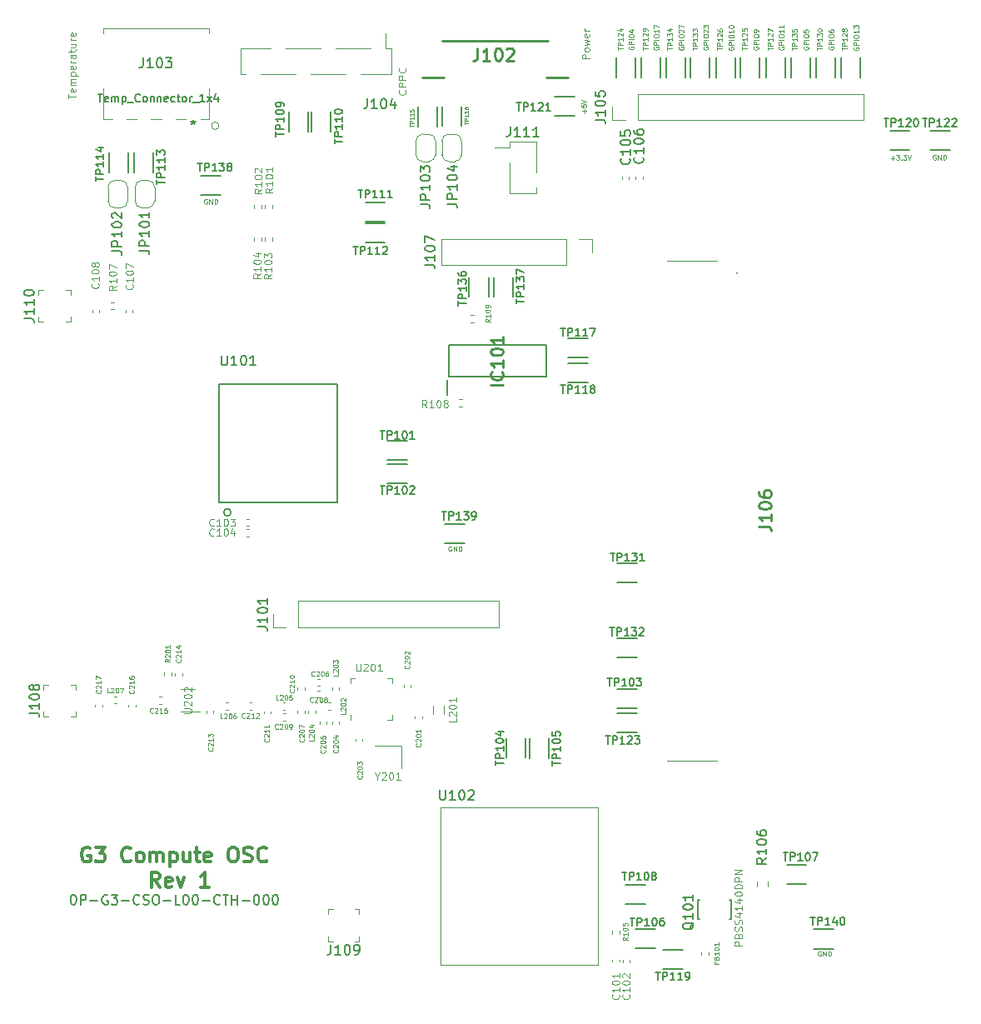
<source format=gbr>
%TF.GenerationSoftware,KiCad,Pcbnew,(5.1.12-1-10_14)*%
%TF.CreationDate,2022-02-15T12:56:50-08:00*%
%TF.ProjectId,g3_compute,67335f63-6f6d-4707-9574-652e6b696361,1*%
%TF.SameCoordinates,Original*%
%TF.FileFunction,Legend,Top*%
%TF.FilePolarity,Positive*%
%FSLAX46Y46*%
G04 Gerber Fmt 4.6, Leading zero omitted, Abs format (unit mm)*
G04 Created by KiCad (PCBNEW (5.1.12-1-10_14)) date 2022-02-15 12:56:50*
%MOMM*%
%LPD*%
G01*
G04 APERTURE LIST*
%ADD10C,0.150000*%
%ADD11C,0.100000*%
%ADD12C,0.300000*%
%ADD13C,0.120000*%
%ADD14C,0.127000*%
%ADD15C,0.200000*%
%ADD16C,0.152400*%
%ADD17C,0.254000*%
G04 APERTURE END LIST*
D10*
X109090476Y-139052380D02*
X109185714Y-139052380D01*
X109280952Y-139100000D01*
X109328571Y-139147619D01*
X109376190Y-139242857D01*
X109423809Y-139433333D01*
X109423809Y-139671428D01*
X109376190Y-139861904D01*
X109328571Y-139957142D01*
X109280952Y-140004761D01*
X109185714Y-140052380D01*
X109090476Y-140052380D01*
X108995238Y-140004761D01*
X108947619Y-139957142D01*
X108900000Y-139861904D01*
X108852380Y-139671428D01*
X108852380Y-139433333D01*
X108900000Y-139242857D01*
X108947619Y-139147619D01*
X108995238Y-139100000D01*
X109090476Y-139052380D01*
X109852380Y-140052380D02*
X109852380Y-139052380D01*
X110233333Y-139052380D01*
X110328571Y-139100000D01*
X110376190Y-139147619D01*
X110423809Y-139242857D01*
X110423809Y-139385714D01*
X110376190Y-139480952D01*
X110328571Y-139528571D01*
X110233333Y-139576190D01*
X109852380Y-139576190D01*
X110852380Y-139671428D02*
X111614285Y-139671428D01*
X112614285Y-139100000D02*
X112519047Y-139052380D01*
X112376190Y-139052380D01*
X112233333Y-139100000D01*
X112138095Y-139195238D01*
X112090476Y-139290476D01*
X112042857Y-139480952D01*
X112042857Y-139623809D01*
X112090476Y-139814285D01*
X112138095Y-139909523D01*
X112233333Y-140004761D01*
X112376190Y-140052380D01*
X112471428Y-140052380D01*
X112614285Y-140004761D01*
X112661904Y-139957142D01*
X112661904Y-139623809D01*
X112471428Y-139623809D01*
X112995238Y-139052380D02*
X113614285Y-139052380D01*
X113280952Y-139433333D01*
X113423809Y-139433333D01*
X113519047Y-139480952D01*
X113566666Y-139528571D01*
X113614285Y-139623809D01*
X113614285Y-139861904D01*
X113566666Y-139957142D01*
X113519047Y-140004761D01*
X113423809Y-140052380D01*
X113138095Y-140052380D01*
X113042857Y-140004761D01*
X112995238Y-139957142D01*
X114042857Y-139671428D02*
X114804761Y-139671428D01*
X115852380Y-139957142D02*
X115804761Y-140004761D01*
X115661904Y-140052380D01*
X115566666Y-140052380D01*
X115423809Y-140004761D01*
X115328571Y-139909523D01*
X115280952Y-139814285D01*
X115233333Y-139623809D01*
X115233333Y-139480952D01*
X115280952Y-139290476D01*
X115328571Y-139195238D01*
X115423809Y-139100000D01*
X115566666Y-139052380D01*
X115661904Y-139052380D01*
X115804761Y-139100000D01*
X115852380Y-139147619D01*
X116233333Y-140004761D02*
X116376190Y-140052380D01*
X116614285Y-140052380D01*
X116709523Y-140004761D01*
X116757142Y-139957142D01*
X116804761Y-139861904D01*
X116804761Y-139766666D01*
X116757142Y-139671428D01*
X116709523Y-139623809D01*
X116614285Y-139576190D01*
X116423809Y-139528571D01*
X116328571Y-139480952D01*
X116280952Y-139433333D01*
X116233333Y-139338095D01*
X116233333Y-139242857D01*
X116280952Y-139147619D01*
X116328571Y-139100000D01*
X116423809Y-139052380D01*
X116661904Y-139052380D01*
X116804761Y-139100000D01*
X117423809Y-139052380D02*
X117614285Y-139052380D01*
X117709523Y-139100000D01*
X117804761Y-139195238D01*
X117852380Y-139385714D01*
X117852380Y-139719047D01*
X117804761Y-139909523D01*
X117709523Y-140004761D01*
X117614285Y-140052380D01*
X117423809Y-140052380D01*
X117328571Y-140004761D01*
X117233333Y-139909523D01*
X117185714Y-139719047D01*
X117185714Y-139385714D01*
X117233333Y-139195238D01*
X117328571Y-139100000D01*
X117423809Y-139052380D01*
X118280952Y-139671428D02*
X119042857Y-139671428D01*
X119995238Y-140052380D02*
X119519047Y-140052380D01*
X119519047Y-139052380D01*
X120519047Y-139052380D02*
X120614285Y-139052380D01*
X120709523Y-139100000D01*
X120757142Y-139147619D01*
X120804761Y-139242857D01*
X120852380Y-139433333D01*
X120852380Y-139671428D01*
X120804761Y-139861904D01*
X120757142Y-139957142D01*
X120709523Y-140004761D01*
X120614285Y-140052380D01*
X120519047Y-140052380D01*
X120423809Y-140004761D01*
X120376190Y-139957142D01*
X120328571Y-139861904D01*
X120280952Y-139671428D01*
X120280952Y-139433333D01*
X120328571Y-139242857D01*
X120376190Y-139147619D01*
X120423809Y-139100000D01*
X120519047Y-139052380D01*
X121471428Y-139052380D02*
X121566666Y-139052380D01*
X121661904Y-139100000D01*
X121709523Y-139147619D01*
X121757142Y-139242857D01*
X121804761Y-139433333D01*
X121804761Y-139671428D01*
X121757142Y-139861904D01*
X121709523Y-139957142D01*
X121661904Y-140004761D01*
X121566666Y-140052380D01*
X121471428Y-140052380D01*
X121376190Y-140004761D01*
X121328571Y-139957142D01*
X121280952Y-139861904D01*
X121233333Y-139671428D01*
X121233333Y-139433333D01*
X121280952Y-139242857D01*
X121328571Y-139147619D01*
X121376190Y-139100000D01*
X121471428Y-139052380D01*
X122233333Y-139671428D02*
X122995238Y-139671428D01*
X124042857Y-139957142D02*
X123995238Y-140004761D01*
X123852380Y-140052380D01*
X123757142Y-140052380D01*
X123614285Y-140004761D01*
X123519047Y-139909523D01*
X123471428Y-139814285D01*
X123423809Y-139623809D01*
X123423809Y-139480952D01*
X123471428Y-139290476D01*
X123519047Y-139195238D01*
X123614285Y-139100000D01*
X123757142Y-139052380D01*
X123852380Y-139052380D01*
X123995238Y-139100000D01*
X124042857Y-139147619D01*
X124328571Y-139052380D02*
X124900000Y-139052380D01*
X124614285Y-140052380D02*
X124614285Y-139052380D01*
X125233333Y-140052380D02*
X125233333Y-139052380D01*
X125233333Y-139528571D02*
X125804761Y-139528571D01*
X125804761Y-140052380D02*
X125804761Y-139052380D01*
X126280952Y-139671428D02*
X127042857Y-139671428D01*
X127709523Y-139052380D02*
X127804761Y-139052380D01*
X127900000Y-139100000D01*
X127947619Y-139147619D01*
X127995238Y-139242857D01*
X128042857Y-139433333D01*
X128042857Y-139671428D01*
X127995238Y-139861904D01*
X127947619Y-139957142D01*
X127900000Y-140004761D01*
X127804761Y-140052380D01*
X127709523Y-140052380D01*
X127614285Y-140004761D01*
X127566666Y-139957142D01*
X127519047Y-139861904D01*
X127471428Y-139671428D01*
X127471428Y-139433333D01*
X127519047Y-139242857D01*
X127566666Y-139147619D01*
X127614285Y-139100000D01*
X127709523Y-139052380D01*
X128661904Y-139052380D02*
X128757142Y-139052380D01*
X128852380Y-139100000D01*
X128900000Y-139147619D01*
X128947619Y-139242857D01*
X128995238Y-139433333D01*
X128995238Y-139671428D01*
X128947619Y-139861904D01*
X128900000Y-139957142D01*
X128852380Y-140004761D01*
X128757142Y-140052380D01*
X128661904Y-140052380D01*
X128566666Y-140004761D01*
X128519047Y-139957142D01*
X128471428Y-139861904D01*
X128423809Y-139671428D01*
X128423809Y-139433333D01*
X128471428Y-139242857D01*
X128519047Y-139147619D01*
X128566666Y-139100000D01*
X128661904Y-139052380D01*
X129614285Y-139052380D02*
X129709523Y-139052380D01*
X129804761Y-139100000D01*
X129852380Y-139147619D01*
X129900000Y-139242857D01*
X129947619Y-139433333D01*
X129947619Y-139671428D01*
X129900000Y-139861904D01*
X129852380Y-139957142D01*
X129804761Y-140004761D01*
X129709523Y-140052380D01*
X129614285Y-140052380D01*
X129519047Y-140004761D01*
X129471428Y-139957142D01*
X129423809Y-139861904D01*
X129376190Y-139671428D01*
X129376190Y-139433333D01*
X129423809Y-139242857D01*
X129471428Y-139147619D01*
X129519047Y-139100000D01*
X129614285Y-139052380D01*
D11*
X161589285Y-54082142D02*
X160839285Y-54082142D01*
X160839285Y-53796428D01*
X160875000Y-53725000D01*
X160910714Y-53689285D01*
X160982142Y-53653571D01*
X161089285Y-53653571D01*
X161160714Y-53689285D01*
X161196428Y-53725000D01*
X161232142Y-53796428D01*
X161232142Y-54082142D01*
X161589285Y-53225000D02*
X161553571Y-53296428D01*
X161517857Y-53332142D01*
X161446428Y-53367857D01*
X161232142Y-53367857D01*
X161160714Y-53332142D01*
X161125000Y-53296428D01*
X161089285Y-53225000D01*
X161089285Y-53117857D01*
X161125000Y-53046428D01*
X161160714Y-53010714D01*
X161232142Y-52975000D01*
X161446428Y-52975000D01*
X161517857Y-53010714D01*
X161553571Y-53046428D01*
X161589285Y-53117857D01*
X161589285Y-53225000D01*
X161089285Y-52725000D02*
X161589285Y-52582142D01*
X161232142Y-52439285D01*
X161589285Y-52296428D01*
X161089285Y-52153571D01*
X161553571Y-51582142D02*
X161589285Y-51653571D01*
X161589285Y-51796428D01*
X161553571Y-51867857D01*
X161482142Y-51903571D01*
X161196428Y-51903571D01*
X161125000Y-51867857D01*
X161089285Y-51796428D01*
X161089285Y-51653571D01*
X161125000Y-51582142D01*
X161196428Y-51546428D01*
X161267857Y-51546428D01*
X161339285Y-51903571D01*
X161589285Y-51225000D02*
X161089285Y-51225000D01*
X161232142Y-51225000D02*
X161160714Y-51189285D01*
X161125000Y-51153571D01*
X161089285Y-51082142D01*
X161089285Y-51010714D01*
X142867857Y-57292857D02*
X142903571Y-57328571D01*
X142939285Y-57435714D01*
X142939285Y-57507142D01*
X142903571Y-57614285D01*
X142832142Y-57685714D01*
X142760714Y-57721428D01*
X142617857Y-57757142D01*
X142510714Y-57757142D01*
X142367857Y-57721428D01*
X142296428Y-57685714D01*
X142225000Y-57614285D01*
X142189285Y-57507142D01*
X142189285Y-57435714D01*
X142225000Y-57328571D01*
X142260714Y-57292857D01*
X142939285Y-56971428D02*
X142189285Y-56971428D01*
X142189285Y-56685714D01*
X142225000Y-56614285D01*
X142260714Y-56578571D01*
X142332142Y-56542857D01*
X142439285Y-56542857D01*
X142510714Y-56578571D01*
X142546428Y-56614285D01*
X142582142Y-56685714D01*
X142582142Y-56971428D01*
X142939285Y-56221428D02*
X142189285Y-56221428D01*
X142189285Y-55935714D01*
X142225000Y-55864285D01*
X142260714Y-55828571D01*
X142332142Y-55792857D01*
X142439285Y-55792857D01*
X142510714Y-55828571D01*
X142546428Y-55864285D01*
X142582142Y-55935714D01*
X142582142Y-56221428D01*
X142867857Y-55042857D02*
X142903571Y-55078571D01*
X142939285Y-55185714D01*
X142939285Y-55257142D01*
X142903571Y-55364285D01*
X142832142Y-55435714D01*
X142760714Y-55471428D01*
X142617857Y-55507142D01*
X142510714Y-55507142D01*
X142367857Y-55471428D01*
X142296428Y-55435714D01*
X142225000Y-55364285D01*
X142189285Y-55257142D01*
X142189285Y-55185714D01*
X142225000Y-55078571D01*
X142260714Y-55042857D01*
X108589285Y-58125000D02*
X108589285Y-57696428D01*
X109339285Y-57910714D02*
X108589285Y-57910714D01*
X109303571Y-57160714D02*
X109339285Y-57232142D01*
X109339285Y-57375000D01*
X109303571Y-57446428D01*
X109232142Y-57482142D01*
X108946428Y-57482142D01*
X108875000Y-57446428D01*
X108839285Y-57375000D01*
X108839285Y-57232142D01*
X108875000Y-57160714D01*
X108946428Y-57125000D01*
X109017857Y-57125000D01*
X109089285Y-57482142D01*
X109339285Y-56803571D02*
X108839285Y-56803571D01*
X108910714Y-56803571D02*
X108875000Y-56767857D01*
X108839285Y-56696428D01*
X108839285Y-56589285D01*
X108875000Y-56517857D01*
X108946428Y-56482142D01*
X109339285Y-56482142D01*
X108946428Y-56482142D02*
X108875000Y-56446428D01*
X108839285Y-56375000D01*
X108839285Y-56267857D01*
X108875000Y-56196428D01*
X108946428Y-56160714D01*
X109339285Y-56160714D01*
X108839285Y-55803571D02*
X109589285Y-55803571D01*
X108875000Y-55803571D02*
X108839285Y-55732142D01*
X108839285Y-55589285D01*
X108875000Y-55517857D01*
X108910714Y-55482142D01*
X108982142Y-55446428D01*
X109196428Y-55446428D01*
X109267857Y-55482142D01*
X109303571Y-55517857D01*
X109339285Y-55589285D01*
X109339285Y-55732142D01*
X109303571Y-55803571D01*
X109303571Y-54839285D02*
X109339285Y-54910714D01*
X109339285Y-55053571D01*
X109303571Y-55125000D01*
X109232142Y-55160714D01*
X108946428Y-55160714D01*
X108875000Y-55125000D01*
X108839285Y-55053571D01*
X108839285Y-54910714D01*
X108875000Y-54839285D01*
X108946428Y-54803571D01*
X109017857Y-54803571D01*
X109089285Y-55160714D01*
X109339285Y-54482142D02*
X108839285Y-54482142D01*
X108982142Y-54482142D02*
X108910714Y-54446428D01*
X108875000Y-54410714D01*
X108839285Y-54339285D01*
X108839285Y-54267857D01*
X109339285Y-53696428D02*
X108946428Y-53696428D01*
X108875000Y-53732142D01*
X108839285Y-53803571D01*
X108839285Y-53946428D01*
X108875000Y-54017857D01*
X109303571Y-53696428D02*
X109339285Y-53767857D01*
X109339285Y-53946428D01*
X109303571Y-54017857D01*
X109232142Y-54053571D01*
X109160714Y-54053571D01*
X109089285Y-54017857D01*
X109053571Y-53946428D01*
X109053571Y-53767857D01*
X109017857Y-53696428D01*
X108839285Y-53446428D02*
X108839285Y-53160714D01*
X108589285Y-53339285D02*
X109232142Y-53339285D01*
X109303571Y-53303571D01*
X109339285Y-53232142D01*
X109339285Y-53160714D01*
X108839285Y-52589285D02*
X109339285Y-52589285D01*
X108839285Y-52910714D02*
X109232142Y-52910714D01*
X109303571Y-52875000D01*
X109339285Y-52803571D01*
X109339285Y-52696428D01*
X109303571Y-52625000D01*
X109267857Y-52589285D01*
X109339285Y-52232142D02*
X108839285Y-52232142D01*
X108982142Y-52232142D02*
X108910714Y-52196428D01*
X108875000Y-52160714D01*
X108839285Y-52089285D01*
X108839285Y-52017857D01*
X109303571Y-51482142D02*
X109339285Y-51553571D01*
X109339285Y-51696428D01*
X109303571Y-51767857D01*
X109232142Y-51803571D01*
X108946428Y-51803571D01*
X108875000Y-51767857D01*
X108839285Y-51696428D01*
X108839285Y-51553571D01*
X108875000Y-51482142D01*
X108946428Y-51446428D01*
X109017857Y-51446428D01*
X109089285Y-51803571D01*
X185119047Y-144800000D02*
X185071428Y-144776190D01*
X185000000Y-144776190D01*
X184928571Y-144800000D01*
X184880952Y-144847619D01*
X184857142Y-144895238D01*
X184833333Y-144990476D01*
X184833333Y-145061904D01*
X184857142Y-145157142D01*
X184880952Y-145204761D01*
X184928571Y-145252380D01*
X185000000Y-145276190D01*
X185047619Y-145276190D01*
X185119047Y-145252380D01*
X185142857Y-145228571D01*
X185142857Y-145061904D01*
X185047619Y-145061904D01*
X185357142Y-145276190D02*
X185357142Y-144776190D01*
X185642857Y-145276190D01*
X185642857Y-144776190D01*
X185880952Y-145276190D02*
X185880952Y-144776190D01*
X186000000Y-144776190D01*
X186071428Y-144800000D01*
X186119047Y-144847619D01*
X186142857Y-144895238D01*
X186166666Y-144990476D01*
X186166666Y-145061904D01*
X186142857Y-145157142D01*
X186119047Y-145204761D01*
X186071428Y-145252380D01*
X186000000Y-145276190D01*
X185880952Y-145276190D01*
X147544047Y-103650000D02*
X147496428Y-103626190D01*
X147425000Y-103626190D01*
X147353571Y-103650000D01*
X147305952Y-103697619D01*
X147282142Y-103745238D01*
X147258333Y-103840476D01*
X147258333Y-103911904D01*
X147282142Y-104007142D01*
X147305952Y-104054761D01*
X147353571Y-104102380D01*
X147425000Y-104126190D01*
X147472619Y-104126190D01*
X147544047Y-104102380D01*
X147567857Y-104078571D01*
X147567857Y-103911904D01*
X147472619Y-103911904D01*
X147782142Y-104126190D02*
X147782142Y-103626190D01*
X148067857Y-104126190D01*
X148067857Y-103626190D01*
X148305952Y-104126190D02*
X148305952Y-103626190D01*
X148425000Y-103626190D01*
X148496428Y-103650000D01*
X148544047Y-103697619D01*
X148567857Y-103745238D01*
X148591666Y-103840476D01*
X148591666Y-103911904D01*
X148567857Y-104007142D01*
X148544047Y-104054761D01*
X148496428Y-104102380D01*
X148425000Y-104126190D01*
X148305952Y-104126190D01*
X122719047Y-68375000D02*
X122671428Y-68351190D01*
X122600000Y-68351190D01*
X122528571Y-68375000D01*
X122480952Y-68422619D01*
X122457142Y-68470238D01*
X122433333Y-68565476D01*
X122433333Y-68636904D01*
X122457142Y-68732142D01*
X122480952Y-68779761D01*
X122528571Y-68827380D01*
X122600000Y-68851190D01*
X122647619Y-68851190D01*
X122719047Y-68827380D01*
X122742857Y-68803571D01*
X122742857Y-68636904D01*
X122647619Y-68636904D01*
X122957142Y-68851190D02*
X122957142Y-68351190D01*
X123242857Y-68851190D01*
X123242857Y-68351190D01*
X123480952Y-68851190D02*
X123480952Y-68351190D01*
X123600000Y-68351190D01*
X123671428Y-68375000D01*
X123719047Y-68422619D01*
X123742857Y-68470238D01*
X123766666Y-68565476D01*
X123766666Y-68636904D01*
X123742857Y-68732142D01*
X123719047Y-68779761D01*
X123671428Y-68827380D01*
X123600000Y-68851190D01*
X123480952Y-68851190D01*
X161085714Y-59612857D02*
X161085714Y-59231904D01*
X161276190Y-59422380D02*
X160895238Y-59422380D01*
X160776190Y-58755714D02*
X160776190Y-58993809D01*
X161014285Y-59017619D01*
X160990476Y-58993809D01*
X160966666Y-58946190D01*
X160966666Y-58827142D01*
X160990476Y-58779523D01*
X161014285Y-58755714D01*
X161061904Y-58731904D01*
X161180952Y-58731904D01*
X161228571Y-58755714D01*
X161252380Y-58779523D01*
X161276190Y-58827142D01*
X161276190Y-58946190D01*
X161252380Y-58993809D01*
X161228571Y-59017619D01*
X160776190Y-58589047D02*
X161276190Y-58422380D01*
X160776190Y-58255714D01*
X192230000Y-64185714D02*
X192610952Y-64185714D01*
X192420476Y-64376190D02*
X192420476Y-63995238D01*
X192801428Y-63876190D02*
X193110952Y-63876190D01*
X192944285Y-64066666D01*
X193015714Y-64066666D01*
X193063333Y-64090476D01*
X193087142Y-64114285D01*
X193110952Y-64161904D01*
X193110952Y-64280952D01*
X193087142Y-64328571D01*
X193063333Y-64352380D01*
X193015714Y-64376190D01*
X192872857Y-64376190D01*
X192825238Y-64352380D01*
X192801428Y-64328571D01*
X193325238Y-64328571D02*
X193349047Y-64352380D01*
X193325238Y-64376190D01*
X193301428Y-64352380D01*
X193325238Y-64328571D01*
X193325238Y-64376190D01*
X193515714Y-63876190D02*
X193825238Y-63876190D01*
X193658571Y-64066666D01*
X193730000Y-64066666D01*
X193777619Y-64090476D01*
X193801428Y-64114285D01*
X193825238Y-64161904D01*
X193825238Y-64280952D01*
X193801428Y-64328571D01*
X193777619Y-64352380D01*
X193730000Y-64376190D01*
X193587142Y-64376190D01*
X193539523Y-64352380D01*
X193515714Y-64328571D01*
X193968095Y-63876190D02*
X194134761Y-64376190D01*
X194301428Y-63876190D01*
X196799047Y-63875000D02*
X196751428Y-63851190D01*
X196680000Y-63851190D01*
X196608571Y-63875000D01*
X196560952Y-63922619D01*
X196537142Y-63970238D01*
X196513333Y-64065476D01*
X196513333Y-64136904D01*
X196537142Y-64232142D01*
X196560952Y-64279761D01*
X196608571Y-64327380D01*
X196680000Y-64351190D01*
X196727619Y-64351190D01*
X196799047Y-64327380D01*
X196822857Y-64303571D01*
X196822857Y-64136904D01*
X196727619Y-64136904D01*
X197037142Y-64351190D02*
X197037142Y-63851190D01*
X197322857Y-64351190D01*
X197322857Y-63851190D01*
X197560952Y-64351190D02*
X197560952Y-63851190D01*
X197680000Y-63851190D01*
X197751428Y-63875000D01*
X197799047Y-63922619D01*
X197822857Y-63970238D01*
X197846666Y-64065476D01*
X197846666Y-64136904D01*
X197822857Y-64232142D01*
X197799047Y-64279761D01*
X197751428Y-64327380D01*
X197680000Y-64351190D01*
X197560952Y-64351190D01*
X188475000Y-52946190D02*
X188451190Y-52993809D01*
X188451190Y-53065238D01*
X188475000Y-53136666D01*
X188522619Y-53184285D01*
X188570238Y-53208095D01*
X188665476Y-53231904D01*
X188736904Y-53231904D01*
X188832142Y-53208095D01*
X188879761Y-53184285D01*
X188927380Y-53136666D01*
X188951190Y-53065238D01*
X188951190Y-53017619D01*
X188927380Y-52946190D01*
X188903571Y-52922380D01*
X188736904Y-52922380D01*
X188736904Y-53017619D01*
X188951190Y-52708095D02*
X188451190Y-52708095D01*
X188451190Y-52517619D01*
X188475000Y-52470000D01*
X188498809Y-52446190D01*
X188546428Y-52422380D01*
X188617857Y-52422380D01*
X188665476Y-52446190D01*
X188689285Y-52470000D01*
X188713095Y-52517619D01*
X188713095Y-52708095D01*
X188951190Y-52208095D02*
X188451190Y-52208095D01*
X188451190Y-51874761D02*
X188451190Y-51779523D01*
X188475000Y-51731904D01*
X188522619Y-51684285D01*
X188617857Y-51660476D01*
X188784523Y-51660476D01*
X188879761Y-51684285D01*
X188927380Y-51731904D01*
X188951190Y-51779523D01*
X188951190Y-51874761D01*
X188927380Y-51922380D01*
X188879761Y-51970000D01*
X188784523Y-51993809D01*
X188617857Y-51993809D01*
X188522619Y-51970000D01*
X188475000Y-51922380D01*
X188451190Y-51874761D01*
X188951190Y-51184285D02*
X188951190Y-51470000D01*
X188951190Y-51327142D02*
X188451190Y-51327142D01*
X188522619Y-51374761D01*
X188570238Y-51422380D01*
X188594047Y-51470000D01*
X188451190Y-51017619D02*
X188451190Y-50708095D01*
X188641666Y-50874761D01*
X188641666Y-50803333D01*
X188665476Y-50755714D01*
X188689285Y-50731904D01*
X188736904Y-50708095D01*
X188855952Y-50708095D01*
X188903571Y-50731904D01*
X188927380Y-50755714D01*
X188951190Y-50803333D01*
X188951190Y-50946190D01*
X188927380Y-50993809D01*
X188903571Y-51017619D01*
X185950000Y-52888095D02*
X185926190Y-52935714D01*
X185926190Y-53007142D01*
X185950000Y-53078571D01*
X185997619Y-53126190D01*
X186045238Y-53150000D01*
X186140476Y-53173809D01*
X186211904Y-53173809D01*
X186307142Y-53150000D01*
X186354761Y-53126190D01*
X186402380Y-53078571D01*
X186426190Y-53007142D01*
X186426190Y-52959523D01*
X186402380Y-52888095D01*
X186378571Y-52864285D01*
X186211904Y-52864285D01*
X186211904Y-52959523D01*
X186426190Y-52650000D02*
X185926190Y-52650000D01*
X185926190Y-52459523D01*
X185950000Y-52411904D01*
X185973809Y-52388095D01*
X186021428Y-52364285D01*
X186092857Y-52364285D01*
X186140476Y-52388095D01*
X186164285Y-52411904D01*
X186188095Y-52459523D01*
X186188095Y-52650000D01*
X186426190Y-52150000D02*
X185926190Y-52150000D01*
X185926190Y-51816666D02*
X185926190Y-51721428D01*
X185950000Y-51673809D01*
X185997619Y-51626190D01*
X186092857Y-51602380D01*
X186259523Y-51602380D01*
X186354761Y-51626190D01*
X186402380Y-51673809D01*
X186426190Y-51721428D01*
X186426190Y-51816666D01*
X186402380Y-51864285D01*
X186354761Y-51911904D01*
X186259523Y-51935714D01*
X186092857Y-51935714D01*
X185997619Y-51911904D01*
X185950000Y-51864285D01*
X185926190Y-51816666D01*
X185926190Y-51173809D02*
X185926190Y-51269047D01*
X185950000Y-51316666D01*
X185973809Y-51340476D01*
X186045238Y-51388095D01*
X186140476Y-51411904D01*
X186330952Y-51411904D01*
X186378571Y-51388095D01*
X186402380Y-51364285D01*
X186426190Y-51316666D01*
X186426190Y-51221428D01*
X186402380Y-51173809D01*
X186378571Y-51150000D01*
X186330952Y-51126190D01*
X186211904Y-51126190D01*
X186164285Y-51150000D01*
X186140476Y-51173809D01*
X186116666Y-51221428D01*
X186116666Y-51316666D01*
X186140476Y-51364285D01*
X186164285Y-51388095D01*
X186211904Y-51411904D01*
X183375000Y-52888095D02*
X183351190Y-52935714D01*
X183351190Y-53007142D01*
X183375000Y-53078571D01*
X183422619Y-53126190D01*
X183470238Y-53150000D01*
X183565476Y-53173809D01*
X183636904Y-53173809D01*
X183732142Y-53150000D01*
X183779761Y-53126190D01*
X183827380Y-53078571D01*
X183851190Y-53007142D01*
X183851190Y-52959523D01*
X183827380Y-52888095D01*
X183803571Y-52864285D01*
X183636904Y-52864285D01*
X183636904Y-52959523D01*
X183851190Y-52650000D02*
X183351190Y-52650000D01*
X183351190Y-52459523D01*
X183375000Y-52411904D01*
X183398809Y-52388095D01*
X183446428Y-52364285D01*
X183517857Y-52364285D01*
X183565476Y-52388095D01*
X183589285Y-52411904D01*
X183613095Y-52459523D01*
X183613095Y-52650000D01*
X183851190Y-52150000D02*
X183351190Y-52150000D01*
X183351190Y-51816666D02*
X183351190Y-51721428D01*
X183375000Y-51673809D01*
X183422619Y-51626190D01*
X183517857Y-51602380D01*
X183684523Y-51602380D01*
X183779761Y-51626190D01*
X183827380Y-51673809D01*
X183851190Y-51721428D01*
X183851190Y-51816666D01*
X183827380Y-51864285D01*
X183779761Y-51911904D01*
X183684523Y-51935714D01*
X183517857Y-51935714D01*
X183422619Y-51911904D01*
X183375000Y-51864285D01*
X183351190Y-51816666D01*
X183351190Y-51150000D02*
X183351190Y-51388095D01*
X183589285Y-51411904D01*
X183565476Y-51388095D01*
X183541666Y-51340476D01*
X183541666Y-51221428D01*
X183565476Y-51173809D01*
X183589285Y-51150000D01*
X183636904Y-51126190D01*
X183755952Y-51126190D01*
X183803571Y-51150000D01*
X183827380Y-51173809D01*
X183851190Y-51221428D01*
X183851190Y-51340476D01*
X183827380Y-51388095D01*
X183803571Y-51411904D01*
X180875000Y-52901190D02*
X180851190Y-52948809D01*
X180851190Y-53020238D01*
X180875000Y-53091666D01*
X180922619Y-53139285D01*
X180970238Y-53163095D01*
X181065476Y-53186904D01*
X181136904Y-53186904D01*
X181232142Y-53163095D01*
X181279761Y-53139285D01*
X181327380Y-53091666D01*
X181351190Y-53020238D01*
X181351190Y-52972619D01*
X181327380Y-52901190D01*
X181303571Y-52877380D01*
X181136904Y-52877380D01*
X181136904Y-52972619D01*
X181351190Y-52663095D02*
X180851190Y-52663095D01*
X180851190Y-52472619D01*
X180875000Y-52425000D01*
X180898809Y-52401190D01*
X180946428Y-52377380D01*
X181017857Y-52377380D01*
X181065476Y-52401190D01*
X181089285Y-52425000D01*
X181113095Y-52472619D01*
X181113095Y-52663095D01*
X181351190Y-52163095D02*
X180851190Y-52163095D01*
X180851190Y-51829761D02*
X180851190Y-51734523D01*
X180875000Y-51686904D01*
X180922619Y-51639285D01*
X181017857Y-51615476D01*
X181184523Y-51615476D01*
X181279761Y-51639285D01*
X181327380Y-51686904D01*
X181351190Y-51734523D01*
X181351190Y-51829761D01*
X181327380Y-51877380D01*
X181279761Y-51925000D01*
X181184523Y-51948809D01*
X181017857Y-51948809D01*
X180922619Y-51925000D01*
X180875000Y-51877380D01*
X180851190Y-51829761D01*
X181351190Y-51139285D02*
X181351190Y-51425000D01*
X181351190Y-51282142D02*
X180851190Y-51282142D01*
X180922619Y-51329761D01*
X180970238Y-51377380D01*
X180994047Y-51425000D01*
X181351190Y-50663095D02*
X181351190Y-50948809D01*
X181351190Y-50805952D02*
X180851190Y-50805952D01*
X180922619Y-50853571D01*
X180970238Y-50901190D01*
X180994047Y-50948809D01*
X165625000Y-52863095D02*
X165601190Y-52910714D01*
X165601190Y-52982142D01*
X165625000Y-53053571D01*
X165672619Y-53101190D01*
X165720238Y-53125000D01*
X165815476Y-53148809D01*
X165886904Y-53148809D01*
X165982142Y-53125000D01*
X166029761Y-53101190D01*
X166077380Y-53053571D01*
X166101190Y-52982142D01*
X166101190Y-52934523D01*
X166077380Y-52863095D01*
X166053571Y-52839285D01*
X165886904Y-52839285D01*
X165886904Y-52934523D01*
X166101190Y-52625000D02*
X165601190Y-52625000D01*
X165601190Y-52434523D01*
X165625000Y-52386904D01*
X165648809Y-52363095D01*
X165696428Y-52339285D01*
X165767857Y-52339285D01*
X165815476Y-52363095D01*
X165839285Y-52386904D01*
X165863095Y-52434523D01*
X165863095Y-52625000D01*
X166101190Y-52125000D02*
X165601190Y-52125000D01*
X165601190Y-51791666D02*
X165601190Y-51696428D01*
X165625000Y-51648809D01*
X165672619Y-51601190D01*
X165767857Y-51577380D01*
X165934523Y-51577380D01*
X166029761Y-51601190D01*
X166077380Y-51648809D01*
X166101190Y-51696428D01*
X166101190Y-51791666D01*
X166077380Y-51839285D01*
X166029761Y-51886904D01*
X165934523Y-51910714D01*
X165767857Y-51910714D01*
X165672619Y-51886904D01*
X165625000Y-51839285D01*
X165601190Y-51791666D01*
X165767857Y-51148809D02*
X166101190Y-51148809D01*
X165577380Y-51267857D02*
X165934523Y-51386904D01*
X165934523Y-51077380D01*
X175775000Y-52926190D02*
X175751190Y-52973809D01*
X175751190Y-53045238D01*
X175775000Y-53116666D01*
X175822619Y-53164285D01*
X175870238Y-53188095D01*
X175965476Y-53211904D01*
X176036904Y-53211904D01*
X176132142Y-53188095D01*
X176179761Y-53164285D01*
X176227380Y-53116666D01*
X176251190Y-53045238D01*
X176251190Y-52997619D01*
X176227380Y-52926190D01*
X176203571Y-52902380D01*
X176036904Y-52902380D01*
X176036904Y-52997619D01*
X176251190Y-52688095D02*
X175751190Y-52688095D01*
X175751190Y-52497619D01*
X175775000Y-52450000D01*
X175798809Y-52426190D01*
X175846428Y-52402380D01*
X175917857Y-52402380D01*
X175965476Y-52426190D01*
X175989285Y-52450000D01*
X176013095Y-52497619D01*
X176013095Y-52688095D01*
X176251190Y-52188095D02*
X175751190Y-52188095D01*
X175751190Y-51854761D02*
X175751190Y-51759523D01*
X175775000Y-51711904D01*
X175822619Y-51664285D01*
X175917857Y-51640476D01*
X176084523Y-51640476D01*
X176179761Y-51664285D01*
X176227380Y-51711904D01*
X176251190Y-51759523D01*
X176251190Y-51854761D01*
X176227380Y-51902380D01*
X176179761Y-51950000D01*
X176084523Y-51973809D01*
X175917857Y-51973809D01*
X175822619Y-51950000D01*
X175775000Y-51902380D01*
X175751190Y-51854761D01*
X176251190Y-51164285D02*
X176251190Y-51450000D01*
X176251190Y-51307142D02*
X175751190Y-51307142D01*
X175822619Y-51354761D01*
X175870238Y-51402380D01*
X175894047Y-51450000D01*
X175751190Y-50854761D02*
X175751190Y-50807142D01*
X175775000Y-50759523D01*
X175798809Y-50735714D01*
X175846428Y-50711904D01*
X175941666Y-50688095D01*
X176060714Y-50688095D01*
X176155952Y-50711904D01*
X176203571Y-50735714D01*
X176227380Y-50759523D01*
X176251190Y-50807142D01*
X176251190Y-50854761D01*
X176227380Y-50902380D01*
X176203571Y-50926190D01*
X176155952Y-50950000D01*
X176060714Y-50973809D01*
X175941666Y-50973809D01*
X175846428Y-50950000D01*
X175798809Y-50926190D01*
X175775000Y-50902380D01*
X175751190Y-50854761D01*
X173200000Y-52901190D02*
X173176190Y-52948809D01*
X173176190Y-53020238D01*
X173200000Y-53091666D01*
X173247619Y-53139285D01*
X173295238Y-53163095D01*
X173390476Y-53186904D01*
X173461904Y-53186904D01*
X173557142Y-53163095D01*
X173604761Y-53139285D01*
X173652380Y-53091666D01*
X173676190Y-53020238D01*
X173676190Y-52972619D01*
X173652380Y-52901190D01*
X173628571Y-52877380D01*
X173461904Y-52877380D01*
X173461904Y-52972619D01*
X173676190Y-52663095D02*
X173176190Y-52663095D01*
X173176190Y-52472619D01*
X173200000Y-52425000D01*
X173223809Y-52401190D01*
X173271428Y-52377380D01*
X173342857Y-52377380D01*
X173390476Y-52401190D01*
X173414285Y-52425000D01*
X173438095Y-52472619D01*
X173438095Y-52663095D01*
X173676190Y-52163095D02*
X173176190Y-52163095D01*
X173176190Y-51829761D02*
X173176190Y-51734523D01*
X173200000Y-51686904D01*
X173247619Y-51639285D01*
X173342857Y-51615476D01*
X173509523Y-51615476D01*
X173604761Y-51639285D01*
X173652380Y-51686904D01*
X173676190Y-51734523D01*
X173676190Y-51829761D01*
X173652380Y-51877380D01*
X173604761Y-51925000D01*
X173509523Y-51948809D01*
X173342857Y-51948809D01*
X173247619Y-51925000D01*
X173200000Y-51877380D01*
X173176190Y-51829761D01*
X173223809Y-51425000D02*
X173200000Y-51401190D01*
X173176190Y-51353571D01*
X173176190Y-51234523D01*
X173200000Y-51186904D01*
X173223809Y-51163095D01*
X173271428Y-51139285D01*
X173319047Y-51139285D01*
X173390476Y-51163095D01*
X173676190Y-51448809D01*
X173676190Y-51139285D01*
X173176190Y-50972619D02*
X173176190Y-50663095D01*
X173366666Y-50829761D01*
X173366666Y-50758333D01*
X173390476Y-50710714D01*
X173414285Y-50686904D01*
X173461904Y-50663095D01*
X173580952Y-50663095D01*
X173628571Y-50686904D01*
X173652380Y-50710714D01*
X173676190Y-50758333D01*
X173676190Y-50901190D01*
X173652380Y-50948809D01*
X173628571Y-50972619D01*
X170700000Y-52901190D02*
X170676190Y-52948809D01*
X170676190Y-53020238D01*
X170700000Y-53091666D01*
X170747619Y-53139285D01*
X170795238Y-53163095D01*
X170890476Y-53186904D01*
X170961904Y-53186904D01*
X171057142Y-53163095D01*
X171104761Y-53139285D01*
X171152380Y-53091666D01*
X171176190Y-53020238D01*
X171176190Y-52972619D01*
X171152380Y-52901190D01*
X171128571Y-52877380D01*
X170961904Y-52877380D01*
X170961904Y-52972619D01*
X171176190Y-52663095D02*
X170676190Y-52663095D01*
X170676190Y-52472619D01*
X170700000Y-52425000D01*
X170723809Y-52401190D01*
X170771428Y-52377380D01*
X170842857Y-52377380D01*
X170890476Y-52401190D01*
X170914285Y-52425000D01*
X170938095Y-52472619D01*
X170938095Y-52663095D01*
X171176190Y-52163095D02*
X170676190Y-52163095D01*
X170676190Y-51829761D02*
X170676190Y-51734523D01*
X170700000Y-51686904D01*
X170747619Y-51639285D01*
X170842857Y-51615476D01*
X171009523Y-51615476D01*
X171104761Y-51639285D01*
X171152380Y-51686904D01*
X171176190Y-51734523D01*
X171176190Y-51829761D01*
X171152380Y-51877380D01*
X171104761Y-51925000D01*
X171009523Y-51948809D01*
X170842857Y-51948809D01*
X170747619Y-51925000D01*
X170700000Y-51877380D01*
X170676190Y-51829761D01*
X170723809Y-51425000D02*
X170700000Y-51401190D01*
X170676190Y-51353571D01*
X170676190Y-51234523D01*
X170700000Y-51186904D01*
X170723809Y-51163095D01*
X170771428Y-51139285D01*
X170819047Y-51139285D01*
X170890476Y-51163095D01*
X171176190Y-51448809D01*
X171176190Y-51139285D01*
X170676190Y-50972619D02*
X170676190Y-50639285D01*
X171176190Y-50853571D01*
X178300000Y-52888095D02*
X178276190Y-52935714D01*
X178276190Y-53007142D01*
X178300000Y-53078571D01*
X178347619Y-53126190D01*
X178395238Y-53150000D01*
X178490476Y-53173809D01*
X178561904Y-53173809D01*
X178657142Y-53150000D01*
X178704761Y-53126190D01*
X178752380Y-53078571D01*
X178776190Y-53007142D01*
X178776190Y-52959523D01*
X178752380Y-52888095D01*
X178728571Y-52864285D01*
X178561904Y-52864285D01*
X178561904Y-52959523D01*
X178776190Y-52650000D02*
X178276190Y-52650000D01*
X178276190Y-52459523D01*
X178300000Y-52411904D01*
X178323809Y-52388095D01*
X178371428Y-52364285D01*
X178442857Y-52364285D01*
X178490476Y-52388095D01*
X178514285Y-52411904D01*
X178538095Y-52459523D01*
X178538095Y-52650000D01*
X178776190Y-52150000D02*
X178276190Y-52150000D01*
X178276190Y-51816666D02*
X178276190Y-51721428D01*
X178300000Y-51673809D01*
X178347619Y-51626190D01*
X178442857Y-51602380D01*
X178609523Y-51602380D01*
X178704761Y-51626190D01*
X178752380Y-51673809D01*
X178776190Y-51721428D01*
X178776190Y-51816666D01*
X178752380Y-51864285D01*
X178704761Y-51911904D01*
X178609523Y-51935714D01*
X178442857Y-51935714D01*
X178347619Y-51911904D01*
X178300000Y-51864285D01*
X178276190Y-51816666D01*
X178776190Y-51364285D02*
X178776190Y-51269047D01*
X178752380Y-51221428D01*
X178728571Y-51197619D01*
X178657142Y-51150000D01*
X178561904Y-51126190D01*
X178371428Y-51126190D01*
X178323809Y-51150000D01*
X178300000Y-51173809D01*
X178276190Y-51221428D01*
X178276190Y-51316666D01*
X178300000Y-51364285D01*
X178323809Y-51388095D01*
X178371428Y-51411904D01*
X178490476Y-51411904D01*
X178538095Y-51388095D01*
X178561904Y-51364285D01*
X178585714Y-51316666D01*
X178585714Y-51221428D01*
X178561904Y-51173809D01*
X178538095Y-51150000D01*
X178490476Y-51126190D01*
X168150000Y-52901190D02*
X168126190Y-52948809D01*
X168126190Y-53020238D01*
X168150000Y-53091666D01*
X168197619Y-53139285D01*
X168245238Y-53163095D01*
X168340476Y-53186904D01*
X168411904Y-53186904D01*
X168507142Y-53163095D01*
X168554761Y-53139285D01*
X168602380Y-53091666D01*
X168626190Y-53020238D01*
X168626190Y-52972619D01*
X168602380Y-52901190D01*
X168578571Y-52877380D01*
X168411904Y-52877380D01*
X168411904Y-52972619D01*
X168626190Y-52663095D02*
X168126190Y-52663095D01*
X168126190Y-52472619D01*
X168150000Y-52425000D01*
X168173809Y-52401190D01*
X168221428Y-52377380D01*
X168292857Y-52377380D01*
X168340476Y-52401190D01*
X168364285Y-52425000D01*
X168388095Y-52472619D01*
X168388095Y-52663095D01*
X168626190Y-52163095D02*
X168126190Y-52163095D01*
X168126190Y-51829761D02*
X168126190Y-51734523D01*
X168150000Y-51686904D01*
X168197619Y-51639285D01*
X168292857Y-51615476D01*
X168459523Y-51615476D01*
X168554761Y-51639285D01*
X168602380Y-51686904D01*
X168626190Y-51734523D01*
X168626190Y-51829761D01*
X168602380Y-51877380D01*
X168554761Y-51925000D01*
X168459523Y-51948809D01*
X168292857Y-51948809D01*
X168197619Y-51925000D01*
X168150000Y-51877380D01*
X168126190Y-51829761D01*
X168626190Y-51139285D02*
X168626190Y-51425000D01*
X168626190Y-51282142D02*
X168126190Y-51282142D01*
X168197619Y-51329761D01*
X168245238Y-51377380D01*
X168269047Y-51425000D01*
X168126190Y-50972619D02*
X168126190Y-50639285D01*
X168626190Y-50853571D01*
D12*
X110807142Y-134285000D02*
X110664285Y-134213571D01*
X110450000Y-134213571D01*
X110235714Y-134285000D01*
X110092857Y-134427857D01*
X110021428Y-134570714D01*
X109950000Y-134856428D01*
X109950000Y-135070714D01*
X110021428Y-135356428D01*
X110092857Y-135499285D01*
X110235714Y-135642142D01*
X110450000Y-135713571D01*
X110592857Y-135713571D01*
X110807142Y-135642142D01*
X110878571Y-135570714D01*
X110878571Y-135070714D01*
X110592857Y-135070714D01*
X111378571Y-134213571D02*
X112307142Y-134213571D01*
X111807142Y-134785000D01*
X112021428Y-134785000D01*
X112164285Y-134856428D01*
X112235714Y-134927857D01*
X112307142Y-135070714D01*
X112307142Y-135427857D01*
X112235714Y-135570714D01*
X112164285Y-135642142D01*
X112021428Y-135713571D01*
X111592857Y-135713571D01*
X111450000Y-135642142D01*
X111378571Y-135570714D01*
X114950000Y-135570714D02*
X114878571Y-135642142D01*
X114664285Y-135713571D01*
X114521428Y-135713571D01*
X114307142Y-135642142D01*
X114164285Y-135499285D01*
X114092857Y-135356428D01*
X114021428Y-135070714D01*
X114021428Y-134856428D01*
X114092857Y-134570714D01*
X114164285Y-134427857D01*
X114307142Y-134285000D01*
X114521428Y-134213571D01*
X114664285Y-134213571D01*
X114878571Y-134285000D01*
X114950000Y-134356428D01*
X115807142Y-135713571D02*
X115664285Y-135642142D01*
X115592857Y-135570714D01*
X115521428Y-135427857D01*
X115521428Y-134999285D01*
X115592857Y-134856428D01*
X115664285Y-134785000D01*
X115807142Y-134713571D01*
X116021428Y-134713571D01*
X116164285Y-134785000D01*
X116235714Y-134856428D01*
X116307142Y-134999285D01*
X116307142Y-135427857D01*
X116235714Y-135570714D01*
X116164285Y-135642142D01*
X116021428Y-135713571D01*
X115807142Y-135713571D01*
X116950000Y-135713571D02*
X116950000Y-134713571D01*
X116950000Y-134856428D02*
X117021428Y-134785000D01*
X117164285Y-134713571D01*
X117378571Y-134713571D01*
X117521428Y-134785000D01*
X117592857Y-134927857D01*
X117592857Y-135713571D01*
X117592857Y-134927857D02*
X117664285Y-134785000D01*
X117807142Y-134713571D01*
X118021428Y-134713571D01*
X118164285Y-134785000D01*
X118235714Y-134927857D01*
X118235714Y-135713571D01*
X118950000Y-134713571D02*
X118950000Y-136213571D01*
X118950000Y-134785000D02*
X119092857Y-134713571D01*
X119378571Y-134713571D01*
X119521428Y-134785000D01*
X119592857Y-134856428D01*
X119664285Y-134999285D01*
X119664285Y-135427857D01*
X119592857Y-135570714D01*
X119521428Y-135642142D01*
X119378571Y-135713571D01*
X119092857Y-135713571D01*
X118950000Y-135642142D01*
X120950000Y-134713571D02*
X120950000Y-135713571D01*
X120307142Y-134713571D02*
X120307142Y-135499285D01*
X120378571Y-135642142D01*
X120521428Y-135713571D01*
X120735714Y-135713571D01*
X120878571Y-135642142D01*
X120950000Y-135570714D01*
X121450000Y-134713571D02*
X122021428Y-134713571D01*
X121664285Y-134213571D02*
X121664285Y-135499285D01*
X121735714Y-135642142D01*
X121878571Y-135713571D01*
X122021428Y-135713571D01*
X123092857Y-135642142D02*
X122950000Y-135713571D01*
X122664285Y-135713571D01*
X122521428Y-135642142D01*
X122450000Y-135499285D01*
X122450000Y-134927857D01*
X122521428Y-134785000D01*
X122664285Y-134713571D01*
X122950000Y-134713571D01*
X123092857Y-134785000D01*
X123164285Y-134927857D01*
X123164285Y-135070714D01*
X122450000Y-135213571D01*
X125235714Y-134213571D02*
X125521428Y-134213571D01*
X125664285Y-134285000D01*
X125807142Y-134427857D01*
X125878571Y-134713571D01*
X125878571Y-135213571D01*
X125807142Y-135499285D01*
X125664285Y-135642142D01*
X125521428Y-135713571D01*
X125235714Y-135713571D01*
X125092857Y-135642142D01*
X124950000Y-135499285D01*
X124878571Y-135213571D01*
X124878571Y-134713571D01*
X124950000Y-134427857D01*
X125092857Y-134285000D01*
X125235714Y-134213571D01*
X126450000Y-135642142D02*
X126664285Y-135713571D01*
X127021428Y-135713571D01*
X127164285Y-135642142D01*
X127235714Y-135570714D01*
X127307142Y-135427857D01*
X127307142Y-135285000D01*
X127235714Y-135142142D01*
X127164285Y-135070714D01*
X127021428Y-134999285D01*
X126735714Y-134927857D01*
X126592857Y-134856428D01*
X126521428Y-134785000D01*
X126450000Y-134642142D01*
X126450000Y-134499285D01*
X126521428Y-134356428D01*
X126592857Y-134285000D01*
X126735714Y-134213571D01*
X127092857Y-134213571D01*
X127307142Y-134285000D01*
X128807142Y-135570714D02*
X128735714Y-135642142D01*
X128521428Y-135713571D01*
X128378571Y-135713571D01*
X128164285Y-135642142D01*
X128021428Y-135499285D01*
X127950000Y-135356428D01*
X127878571Y-135070714D01*
X127878571Y-134856428D01*
X127950000Y-134570714D01*
X128021428Y-134427857D01*
X128164285Y-134285000D01*
X128378571Y-134213571D01*
X128521428Y-134213571D01*
X128735714Y-134285000D01*
X128807142Y-134356428D01*
X117914285Y-138263571D02*
X117414285Y-137549285D01*
X117057142Y-138263571D02*
X117057142Y-136763571D01*
X117628571Y-136763571D01*
X117771428Y-136835000D01*
X117842857Y-136906428D01*
X117914285Y-137049285D01*
X117914285Y-137263571D01*
X117842857Y-137406428D01*
X117771428Y-137477857D01*
X117628571Y-137549285D01*
X117057142Y-137549285D01*
X119128571Y-138192142D02*
X118985714Y-138263571D01*
X118700000Y-138263571D01*
X118557142Y-138192142D01*
X118485714Y-138049285D01*
X118485714Y-137477857D01*
X118557142Y-137335000D01*
X118700000Y-137263571D01*
X118985714Y-137263571D01*
X119128571Y-137335000D01*
X119200000Y-137477857D01*
X119200000Y-137620714D01*
X118485714Y-137763571D01*
X119700000Y-137263571D02*
X120057142Y-138263571D01*
X120414285Y-137263571D01*
X122914285Y-138263571D02*
X122057142Y-138263571D01*
X122485714Y-138263571D02*
X122485714Y-136763571D01*
X122342857Y-136977857D01*
X122200000Y-137120714D01*
X122057142Y-137192142D01*
D13*
%TO.C,J104*%
X129220000Y-53015000D02*
X126110000Y-53015000D01*
X134300000Y-53015000D02*
X130740000Y-53015000D01*
X139380000Y-53015000D02*
X135820000Y-53015000D01*
X131760000Y-55675000D02*
X128200000Y-55675000D01*
X136840000Y-55675000D02*
X133280000Y-55675000D01*
X126680000Y-55675000D02*
X126110000Y-55675000D01*
X141470000Y-53015000D02*
X140900000Y-53015000D01*
X140900000Y-53015000D02*
X140900000Y-51495000D01*
X141470000Y-55675000D02*
X138360000Y-55675000D01*
X126110000Y-53015000D02*
X126110000Y-55675000D01*
X141470000Y-53015000D02*
X141470000Y-55675000D01*
D11*
%TO.C,J110*%
X108850000Y-77600000D02*
X108350000Y-77600000D01*
X108850000Y-77600000D02*
X108850000Y-78100000D01*
X108850000Y-80800000D02*
X108850000Y-80300000D01*
X108850000Y-80800000D02*
X108350000Y-80800000D01*
X105550000Y-80800000D02*
X106050000Y-80800000D01*
X105550000Y-80800000D02*
X105550000Y-80300000D01*
X105550000Y-77600000D02*
X106050000Y-77600000D01*
X105550000Y-77600000D02*
X105550000Y-78100000D01*
%TO.C,J109*%
X135000000Y-140500000D02*
X135000000Y-141000000D01*
X135000000Y-140500000D02*
X135500000Y-140500000D01*
X138200000Y-140500000D02*
X137700000Y-140500000D01*
X138200000Y-140500000D02*
X138200000Y-141000000D01*
X138200000Y-143800000D02*
X138200000Y-143300000D01*
X138200000Y-143800000D02*
X137700000Y-143800000D01*
X135000000Y-143800000D02*
X135000000Y-143300000D01*
X135000000Y-143800000D02*
X135500000Y-143800000D01*
%TO.C,J108*%
X109400000Y-117700000D02*
X108900000Y-117700000D01*
X109400000Y-117700000D02*
X109400000Y-118200000D01*
X109400000Y-120900000D02*
X109400000Y-120400000D01*
X109400000Y-120900000D02*
X108900000Y-120900000D01*
X106100000Y-120900000D02*
X106600000Y-120900000D01*
X106100000Y-120900000D02*
X106100000Y-120400000D01*
X106100000Y-117700000D02*
X106600000Y-117700000D01*
X106100000Y-117700000D02*
X106100000Y-118200000D01*
D14*
%TO.C,TP140*%
X186425000Y-144530000D02*
X184425000Y-144530000D01*
X184425000Y-142570000D02*
X186425000Y-142570000D01*
%TO.C,TP139*%
X148925000Y-103355000D02*
X146925000Y-103355000D01*
X146925000Y-101395000D02*
X148925000Y-101395000D01*
%TO.C,TP138*%
X124100000Y-67930000D02*
X122100000Y-67930000D01*
X122100000Y-65970000D02*
X124100000Y-65970000D01*
%TO.C,TP137*%
X153830000Y-76300000D02*
X153830000Y-78300000D01*
X151870000Y-78300000D02*
X151870000Y-76300000D01*
%TO.C,TP136*%
X151330000Y-76300000D02*
X151330000Y-78300000D01*
X149370000Y-78300000D02*
X149370000Y-76300000D01*
%TO.C,TP135*%
X184030000Y-54000000D02*
X184030000Y-56000000D01*
X182070000Y-56000000D02*
X182070000Y-54000000D01*
%TO.C,TP134*%
X171340000Y-53990000D02*
X171340000Y-55990000D01*
X169380000Y-55990000D02*
X169380000Y-53990000D01*
%TO.C,TP133*%
X173850000Y-53990000D02*
X173850000Y-55990000D01*
X171890000Y-55990000D02*
X171890000Y-53990000D01*
%TO.C,TP132*%
X164450000Y-112970000D02*
X166450000Y-112970000D01*
X166450000Y-114930000D02*
X164450000Y-114930000D01*
%TO.C,TP131*%
X164450000Y-105370000D02*
X166450000Y-105370000D01*
X166450000Y-107330000D02*
X164450000Y-107330000D01*
%TO.C,TP130*%
X186570000Y-53990000D02*
X186570000Y-55990000D01*
X184610000Y-55990000D02*
X184610000Y-53990000D01*
%TO.C,TP129*%
X168790000Y-54010000D02*
X168790000Y-56010000D01*
X166830000Y-56010000D02*
X166830000Y-54010000D01*
%TO.C,TP128*%
X189110000Y-54000000D02*
X189110000Y-56000000D01*
X187150000Y-56000000D02*
X187150000Y-54000000D01*
%TO.C,TP127*%
X181490000Y-53990000D02*
X181490000Y-55990000D01*
X179530000Y-55990000D02*
X179530000Y-53990000D01*
%TO.C,TP126*%
X176420000Y-53990000D02*
X176420000Y-55990000D01*
X174460000Y-55990000D02*
X174460000Y-53990000D01*
%TO.C,TP125*%
X178920000Y-53990000D02*
X178920000Y-55990000D01*
X176960000Y-55990000D02*
X176960000Y-53990000D01*
%TO.C,TP124*%
X166250000Y-54010000D02*
X166250000Y-56010000D01*
X164290000Y-56010000D02*
X164290000Y-54010000D01*
%TO.C,TP123*%
X164450000Y-120570000D02*
X166450000Y-120570000D01*
X166450000Y-122530000D02*
X164450000Y-122530000D01*
%TO.C,TP122*%
X196250000Y-61420000D02*
X198250000Y-61420000D01*
X198250000Y-63380000D02*
X196250000Y-63380000D01*
%TO.C,TP121*%
X160100000Y-59930000D02*
X158100000Y-59930000D01*
X158100000Y-57970000D02*
X160100000Y-57970000D01*
%TO.C,TP120*%
X192150000Y-61420000D02*
X194150000Y-61420000D01*
X194150000Y-63380000D02*
X192150000Y-63380000D01*
%TO.C,TP119*%
X171075000Y-146605000D02*
X169075000Y-146605000D01*
X169075000Y-144645000D02*
X171075000Y-144645000D01*
%TO.C,TP118*%
X159450000Y-85020000D02*
X161450000Y-85020000D01*
X161450000Y-86980000D02*
X159450000Y-86980000D01*
%TO.C,TP117*%
X159450000Y-82520000D02*
X161450000Y-82520000D01*
X161450000Y-84480000D02*
X159450000Y-84480000D01*
%TO.C,TP116*%
X146620000Y-60950000D02*
X146620000Y-58950000D01*
X148580000Y-58950000D02*
X148580000Y-60950000D01*
%TO.C,TP115*%
X144170000Y-61000000D02*
X144170000Y-59000000D01*
X146130000Y-59000000D02*
X146130000Y-61000000D01*
%TO.C,TP114*%
X112770000Y-65650000D02*
X112770000Y-63650000D01*
X114730000Y-63650000D02*
X114730000Y-65650000D01*
%TO.C,TP113*%
X115270000Y-65650000D02*
X115270000Y-63650000D01*
X117230000Y-63650000D02*
X117230000Y-65650000D01*
%TO.C,TP112*%
X138800000Y-70820000D02*
X140800000Y-70820000D01*
X140800000Y-72780000D02*
X138800000Y-72780000D01*
%TO.C,TP111*%
X138800000Y-68670000D02*
X140800000Y-68670000D01*
X140800000Y-70630000D02*
X138800000Y-70630000D01*
%TO.C,TP110*%
X133320000Y-61500000D02*
X133320000Y-59500000D01*
X135280000Y-59500000D02*
X135280000Y-61500000D01*
%TO.C,TP109*%
X131070000Y-61500000D02*
X131070000Y-59500000D01*
X133030000Y-59500000D02*
X133030000Y-61500000D01*
%TO.C,TP108*%
X167250000Y-139980000D02*
X165250000Y-139980000D01*
X165250000Y-138020000D02*
X167250000Y-138020000D01*
%TO.C,TP107*%
X183650000Y-137980000D02*
X181650000Y-137980000D01*
X181650000Y-136020000D02*
X183650000Y-136020000D01*
%TO.C,TP106*%
X166300000Y-142520000D02*
X168300000Y-142520000D01*
X168300000Y-144480000D02*
X166300000Y-144480000D01*
%TO.C,TP105*%
X155520000Y-125150000D02*
X155520000Y-123150000D01*
X157480000Y-123150000D02*
X157480000Y-125150000D01*
%TO.C,TP104*%
X153170000Y-125100000D02*
X153170000Y-123100000D01*
X155130000Y-123100000D02*
X155130000Y-125100000D01*
%TO.C,TP103*%
X164450000Y-118120000D02*
X166450000Y-118120000D01*
X166450000Y-120080000D02*
X164450000Y-120080000D01*
%TO.C,TP102*%
X143050000Y-97230000D02*
X141050000Y-97230000D01*
X141050000Y-95270000D02*
X143050000Y-95270000D01*
%TO.C,TP101*%
X143050000Y-94880000D02*
X141050000Y-94880000D01*
X141050000Y-92920000D02*
X143050000Y-92920000D01*
D13*
%TO.C,J111*%
X153505000Y-62560000D02*
X156165000Y-62560000D01*
X153505000Y-67760000D02*
X156165000Y-67760000D01*
X156165000Y-62560000D02*
X156165000Y-65670000D01*
X153505000Y-63130000D02*
X151985000Y-63130000D01*
X153505000Y-62560000D02*
X153505000Y-63130000D01*
X156165000Y-67190000D02*
X156165000Y-67760000D01*
X153505000Y-64650000D02*
X153505000Y-67760000D01*
D11*
%TO.C,J106*%
X169460000Y-74600000D02*
X174540000Y-74600000D01*
X174540000Y-125400000D02*
X169460000Y-125400000D01*
D15*
X176625000Y-75870000D02*
G75*
G03*
X176625000Y-75870000I-50000J0D01*
G01*
D13*
%TO.C,Y201*%
X142470000Y-126170000D02*
X142470000Y-123870000D01*
X142470000Y-123870000D02*
X139770000Y-123870000D01*
%TO.C,U202*%
X120075000Y-120435000D02*
X121975000Y-120435000D01*
X121475000Y-118115000D02*
X120075000Y-118115000D01*
%TO.C,U201*%
X137290000Y-117515000D02*
X137290000Y-117040000D01*
X137290000Y-117040000D02*
X137765000Y-117040000D01*
X141510000Y-120785000D02*
X141510000Y-121260000D01*
X141510000Y-121260000D02*
X141035000Y-121260000D01*
X141510000Y-117515000D02*
X141510000Y-117040000D01*
X141510000Y-117040000D02*
X141035000Y-117040000D01*
X137290000Y-120785000D02*
X137290000Y-121260000D01*
%TO.C,U102*%
X162450000Y-146200000D02*
X162450000Y-130200000D01*
X162450000Y-130200000D02*
X146450000Y-130200000D01*
X146450000Y-130200000D02*
X146450000Y-146200000D01*
X146450000Y-146200000D02*
X162450000Y-146200000D01*
D10*
%TO.C,U101*%
X123950000Y-99200000D02*
X123950000Y-87200000D01*
X123950000Y-87200000D02*
X135950000Y-87200000D01*
X135950000Y-87200000D02*
X135950000Y-99200000D01*
X135950000Y-99200000D02*
X123950000Y-99200000D01*
X125152353Y-100180000D02*
G75*
G03*
X125152353Y-100180000I-362353J0D01*
G01*
D13*
%TO.C,R201*%
X118320000Y-116827621D02*
X118320000Y-116492379D01*
X119080000Y-116827621D02*
X119080000Y-116492379D01*
%TO.C,R109*%
X149534879Y-80120000D02*
X149870121Y-80120000D01*
X149534879Y-80880000D02*
X149870121Y-80880000D01*
%TO.C,R108*%
X148334879Y-88720000D02*
X148670121Y-88720000D01*
X148334879Y-89480000D02*
X148670121Y-89480000D01*
%TO.C,R107*%
X113265121Y-79580000D02*
X112929879Y-79580000D01*
X113265121Y-78820000D02*
X112929879Y-78820000D01*
%TO.C,R106*%
X179697500Y-138192224D02*
X179697500Y-137682776D01*
X178652500Y-138192224D02*
X178652500Y-137682776D01*
%TO.C,R105*%
X164680000Y-143070121D02*
X164680000Y-142734879D01*
X163920000Y-143070121D02*
X163920000Y-142734879D01*
%TO.C,R104*%
X128230000Y-72229879D02*
X128230000Y-72565121D01*
X127470000Y-72229879D02*
X127470000Y-72565121D01*
%TO.C,R103*%
X129380000Y-72229879D02*
X129380000Y-72565121D01*
X128620000Y-72229879D02*
X128620000Y-72565121D01*
%TO.C,R102*%
X127470000Y-69315121D02*
X127470000Y-68979879D01*
X128230000Y-69315121D02*
X128230000Y-68979879D01*
%TO.C,R101*%
X128570000Y-69315121D02*
X128570000Y-68979879D01*
X129330000Y-69315121D02*
X129330000Y-68979879D01*
D16*
%TO.C,Q101*%
X172813659Y-139547100D02*
X172648600Y-139547100D01*
X175836341Y-141502900D02*
X176001400Y-141502900D01*
X172648600Y-141502900D02*
X172813659Y-141502900D01*
X172648600Y-139547100D02*
X172648600Y-141502900D01*
X176001400Y-139547100D02*
X175836341Y-139547100D01*
X176001400Y-141502900D02*
X176001400Y-139547100D01*
D13*
%TO.C,L207*%
X113500200Y-119610000D02*
X113299800Y-119610000D01*
X113500200Y-118890000D02*
X113299800Y-118890000D01*
%TO.C,L206*%
X124850200Y-120260000D02*
X124649800Y-120260000D01*
X124850200Y-119540000D02*
X124649800Y-119540000D01*
%TO.C,L205*%
X130650200Y-120235000D02*
X130449800Y-120235000D01*
X130650200Y-119515000D02*
X130449800Y-119515000D01*
%TO.C,L204*%
X133735000Y-120374800D02*
X133735000Y-120575200D01*
X133015000Y-120374800D02*
X133015000Y-120575200D01*
%TO.C,L203*%
X135440000Y-118202700D02*
X135440000Y-118002300D01*
X136160000Y-118202700D02*
X136160000Y-118002300D01*
%TO.C,L202*%
X135250200Y-120260000D02*
X135049800Y-120260000D01*
X135250200Y-119540000D02*
X135049800Y-119540000D01*
%TO.C,L201*%
X145700000Y-120670242D02*
X145700000Y-119849758D01*
X146820000Y-120670242D02*
X146820000Y-119849758D01*
%TO.C,JP104*%
X147900000Y-64550000D02*
X147300000Y-64550000D01*
X148600000Y-62450000D02*
X148600000Y-63850000D01*
X147300000Y-61750000D02*
X147900000Y-61750000D01*
X146600000Y-63850000D02*
X146600000Y-62450000D01*
X147300000Y-64550000D02*
G75*
G02*
X146600000Y-63850000I0J700000D01*
G01*
X148600000Y-63850000D02*
G75*
G02*
X147900000Y-64550000I-700000J0D01*
G01*
X147900000Y-61750000D02*
G75*
G02*
X148600000Y-62450000I0J-700000D01*
G01*
X146600000Y-62450000D02*
G75*
G02*
X147300000Y-61750000I700000J0D01*
G01*
%TO.C,JP103*%
X145250000Y-64550000D02*
X144650000Y-64550000D01*
X145950000Y-62450000D02*
X145950000Y-63850000D01*
X144650000Y-61750000D02*
X145250000Y-61750000D01*
X143950000Y-63850000D02*
X143950000Y-62450000D01*
X144650000Y-64550000D02*
G75*
G02*
X143950000Y-63850000I0J700000D01*
G01*
X145950000Y-63850000D02*
G75*
G02*
X145250000Y-64550000I-700000J0D01*
G01*
X145250000Y-61750000D02*
G75*
G02*
X145950000Y-62450000I0J-700000D01*
G01*
X143950000Y-62450000D02*
G75*
G02*
X144650000Y-61750000I700000J0D01*
G01*
%TO.C,JP102*%
X113950000Y-69250000D02*
X113350000Y-69250000D01*
X114650000Y-67150000D02*
X114650000Y-68550000D01*
X113350000Y-66450000D02*
X113950000Y-66450000D01*
X112650000Y-68550000D02*
X112650000Y-67150000D01*
X113350000Y-69250000D02*
G75*
G02*
X112650000Y-68550000I0J700000D01*
G01*
X114650000Y-68550000D02*
G75*
G02*
X113950000Y-69250000I-700000J0D01*
G01*
X113950000Y-66450000D02*
G75*
G02*
X114650000Y-67150000I0J-700000D01*
G01*
X112650000Y-67150000D02*
G75*
G02*
X113350000Y-66450000I700000J0D01*
G01*
%TO.C,JP101*%
X116700000Y-69250000D02*
X116100000Y-69250000D01*
X117400000Y-67150000D02*
X117400000Y-68550000D01*
X116100000Y-66450000D02*
X116700000Y-66450000D01*
X115400000Y-68550000D02*
X115400000Y-67150000D01*
X116100000Y-69250000D02*
G75*
G02*
X115400000Y-68550000I0J700000D01*
G01*
X117400000Y-68550000D02*
G75*
G02*
X116700000Y-69250000I-700000J0D01*
G01*
X116700000Y-66450000D02*
G75*
G02*
X117400000Y-67150000I0J-700000D01*
G01*
X115400000Y-67150000D02*
G75*
G02*
X116100000Y-66450000I700000J0D01*
G01*
%TO.C,J107*%
X146520000Y-72420000D02*
X146520000Y-75080000D01*
X159280000Y-72420000D02*
X146520000Y-72420000D01*
X159280000Y-75080000D02*
X146520000Y-75080000D01*
X159280000Y-72420000D02*
X159280000Y-75080000D01*
X160550000Y-72420000D02*
X161880000Y-72420000D01*
X161880000Y-72420000D02*
X161880000Y-73750000D01*
%TO.C,J105*%
X189440000Y-60330000D02*
X189440000Y-57670000D01*
X166520000Y-60330000D02*
X189440000Y-60330000D01*
X166520000Y-57670000D02*
X189440000Y-57670000D01*
X166520000Y-60330000D02*
X166520000Y-57670000D01*
X165250000Y-60330000D02*
X163920000Y-60330000D01*
X163920000Y-60330000D02*
X163920000Y-59000000D01*
%TO.C,J103*%
X122922100Y-50981398D02*
X112177900Y-50981398D01*
X112177900Y-50981398D02*
X112177900Y-51490550D01*
X112177900Y-60226999D02*
X113060860Y-60226999D01*
X122922100Y-60226999D02*
X122922100Y-57109449D01*
X122039140Y-60226999D02*
X122922100Y-60226999D01*
X119539140Y-60226999D02*
X120560860Y-60226999D01*
X117039140Y-60226999D02*
X118060860Y-60226999D01*
X114539140Y-60226999D02*
X115560860Y-60226999D01*
X122922100Y-51490550D02*
X122922100Y-50981398D01*
X112177900Y-57109449D02*
X112177900Y-60226999D01*
X123938100Y-60899999D02*
G75*
G03*
X123938100Y-60899999I-381000J0D01*
G01*
D17*
%TO.C,J102*%
X157400000Y-52300000D02*
X146600000Y-52300000D01*
X159375000Y-56000000D02*
X157200000Y-56000000D01*
X144625000Y-56000000D02*
X146800000Y-56000000D01*
D13*
%TO.C,J101*%
X152390000Y-111870000D02*
X152390000Y-109210000D01*
X132010000Y-111870000D02*
X152390000Y-111870000D01*
X132010000Y-109210000D02*
X152390000Y-109210000D01*
X132010000Y-111870000D02*
X132010000Y-109210000D01*
X130740000Y-111870000D02*
X129410000Y-111870000D01*
X129410000Y-111870000D02*
X129410000Y-110540000D01*
D15*
%TO.C,IC101*%
X147300000Y-86400000D02*
X147300000Y-83200000D01*
X147300000Y-83200000D02*
X157200000Y-83200000D01*
X157200000Y-83200000D02*
X157200000Y-86400000D01*
X157200000Y-86400000D02*
X147300000Y-86400000D01*
X147130000Y-88275000D02*
X147130000Y-86750000D01*
D13*
%TO.C,FB101*%
X173755000Y-145195121D02*
X173755000Y-144859879D01*
X172995000Y-145195121D02*
X172995000Y-144859879D01*
%TO.C,C217*%
X112085000Y-119734165D02*
X112085000Y-119965835D01*
X111365000Y-119734165D02*
X111365000Y-119965835D01*
%TO.C,C216*%
X115435000Y-119734165D02*
X115435000Y-119965835D01*
X114715000Y-119734165D02*
X114715000Y-119965835D01*
%TO.C,C215*%
X118090835Y-119635000D02*
X117859165Y-119635000D01*
X118090835Y-118915000D02*
X117859165Y-118915000D01*
%TO.C,C214*%
X119465000Y-116790835D02*
X119465000Y-116559165D01*
X120185000Y-116790835D02*
X120185000Y-116559165D01*
%TO.C,C213*%
X123385000Y-120384165D02*
X123385000Y-120615835D01*
X122665000Y-120384165D02*
X122665000Y-120615835D01*
%TO.C,C212*%
X127273335Y-120260000D02*
X127041665Y-120260000D01*
X127273335Y-119540000D02*
X127041665Y-119540000D01*
%TO.C,C211*%
X129210000Y-120409165D02*
X129210000Y-120640835D01*
X128490000Y-120409165D02*
X128490000Y-120640835D01*
%TO.C,C210*%
X131940000Y-118190835D02*
X131940000Y-117959165D01*
X132660000Y-118190835D02*
X132660000Y-117959165D01*
%TO.C,C209*%
X130690835Y-121360000D02*
X130459165Y-121360000D01*
X130690835Y-120640000D02*
X130459165Y-120640000D01*
%TO.C,C208*%
X134148335Y-119035000D02*
X133916665Y-119035000D01*
X134148335Y-118315000D02*
X133916665Y-118315000D01*
%TO.C,C207*%
X132635000Y-120359165D02*
X132635000Y-120590835D01*
X131915000Y-120359165D02*
X131915000Y-120590835D01*
%TO.C,C206*%
X134165835Y-117835000D02*
X133934165Y-117835000D01*
X134165835Y-117115000D02*
X133934165Y-117115000D01*
%TO.C,C205*%
X134885000Y-121484165D02*
X134885000Y-121715835D01*
X134165000Y-121484165D02*
X134165000Y-121715835D01*
%TO.C,C204*%
X136160000Y-121459165D02*
X136160000Y-121690835D01*
X135440000Y-121459165D02*
X135440000Y-121690835D01*
%TO.C,C203*%
X138520000Y-123204165D02*
X138520000Y-123435835D01*
X137800000Y-123204165D02*
X137800000Y-123435835D01*
%TO.C,C202*%
X142700000Y-117945835D02*
X142700000Y-117714165D01*
X143420000Y-117945835D02*
X143420000Y-117714165D01*
%TO.C,C201*%
X143860000Y-121133335D02*
X143860000Y-120901665D01*
X144580000Y-121133335D02*
X144580000Y-120901665D01*
%TO.C,C108*%
X111760000Y-79651665D02*
X111760000Y-79883335D01*
X111040000Y-79651665D02*
X111040000Y-79883335D01*
%TO.C,C107*%
X115160000Y-79651665D02*
X115160000Y-79883335D01*
X114440000Y-79651665D02*
X114440000Y-79883335D01*
%TO.C,C106*%
X167010000Y-66116665D02*
X167010000Y-66348335D01*
X166290000Y-66116665D02*
X166290000Y-66348335D01*
%TO.C,C105*%
X165610000Y-66116665D02*
X165610000Y-66348335D01*
X164890000Y-66116665D02*
X164890000Y-66348335D01*
%TO.C,C104*%
X126751665Y-101890000D02*
X126983335Y-101890000D01*
X126751665Y-102610000D02*
X126983335Y-102610000D01*
%TO.C,C103*%
X126983335Y-101560000D02*
X126751665Y-101560000D01*
X126983335Y-100840000D02*
X126751665Y-100840000D01*
%TO.C,C102*%
X165710000Y-145883335D02*
X165710000Y-145651665D01*
X164990000Y-145883335D02*
X164990000Y-145651665D01*
%TO.C,C101*%
X164660000Y-145865835D02*
X164660000Y-145634165D01*
X163940000Y-145865835D02*
X163940000Y-145634165D01*
%TO.C,J104*%
D10*
X139014285Y-58152380D02*
X139014285Y-58866666D01*
X138966666Y-59009523D01*
X138871428Y-59104761D01*
X138728571Y-59152380D01*
X138633333Y-59152380D01*
X140014285Y-59152380D02*
X139442857Y-59152380D01*
X139728571Y-59152380D02*
X139728571Y-58152380D01*
X139633333Y-58295238D01*
X139538095Y-58390476D01*
X139442857Y-58438095D01*
X140633333Y-58152380D02*
X140728571Y-58152380D01*
X140823809Y-58200000D01*
X140871428Y-58247619D01*
X140919047Y-58342857D01*
X140966666Y-58533333D01*
X140966666Y-58771428D01*
X140919047Y-58961904D01*
X140871428Y-59057142D01*
X140823809Y-59104761D01*
X140728571Y-59152380D01*
X140633333Y-59152380D01*
X140538095Y-59104761D01*
X140490476Y-59057142D01*
X140442857Y-58961904D01*
X140395238Y-58771428D01*
X140395238Y-58533333D01*
X140442857Y-58342857D01*
X140490476Y-58247619D01*
X140538095Y-58200000D01*
X140633333Y-58152380D01*
X141823809Y-58485714D02*
X141823809Y-59152380D01*
X141585714Y-58104761D02*
X141347619Y-58819047D01*
X141966666Y-58819047D01*
%TO.C,J110*%
X104122380Y-80485714D02*
X104836666Y-80485714D01*
X104979523Y-80533333D01*
X105074761Y-80628571D01*
X105122380Y-80771428D01*
X105122380Y-80866666D01*
X105122380Y-79485714D02*
X105122380Y-80057142D01*
X105122380Y-79771428D02*
X104122380Y-79771428D01*
X104265238Y-79866666D01*
X104360476Y-79961904D01*
X104408095Y-80057142D01*
X105122380Y-78533333D02*
X105122380Y-79104761D01*
X105122380Y-78819047D02*
X104122380Y-78819047D01*
X104265238Y-78914285D01*
X104360476Y-79009523D01*
X104408095Y-79104761D01*
X104122380Y-77914285D02*
X104122380Y-77819047D01*
X104170000Y-77723809D01*
X104217619Y-77676190D01*
X104312857Y-77628571D01*
X104503333Y-77580952D01*
X104741428Y-77580952D01*
X104931904Y-77628571D01*
X105027142Y-77676190D01*
X105074761Y-77723809D01*
X105122380Y-77819047D01*
X105122380Y-77914285D01*
X105074761Y-78009523D01*
X105027142Y-78057142D01*
X104931904Y-78104761D01*
X104741428Y-78152380D01*
X104503333Y-78152380D01*
X104312857Y-78104761D01*
X104217619Y-78057142D01*
X104170000Y-78009523D01*
X104122380Y-77914285D01*
%TO.C,J109*%
X135314285Y-144132380D02*
X135314285Y-144846666D01*
X135266666Y-144989523D01*
X135171428Y-145084761D01*
X135028571Y-145132380D01*
X134933333Y-145132380D01*
X136314285Y-145132380D02*
X135742857Y-145132380D01*
X136028571Y-145132380D02*
X136028571Y-144132380D01*
X135933333Y-144275238D01*
X135838095Y-144370476D01*
X135742857Y-144418095D01*
X136933333Y-144132380D02*
X137028571Y-144132380D01*
X137123809Y-144180000D01*
X137171428Y-144227619D01*
X137219047Y-144322857D01*
X137266666Y-144513333D01*
X137266666Y-144751428D01*
X137219047Y-144941904D01*
X137171428Y-145037142D01*
X137123809Y-145084761D01*
X137028571Y-145132380D01*
X136933333Y-145132380D01*
X136838095Y-145084761D01*
X136790476Y-145037142D01*
X136742857Y-144941904D01*
X136695238Y-144751428D01*
X136695238Y-144513333D01*
X136742857Y-144322857D01*
X136790476Y-144227619D01*
X136838095Y-144180000D01*
X136933333Y-144132380D01*
X137742857Y-145132380D02*
X137933333Y-145132380D01*
X138028571Y-145084761D01*
X138076190Y-145037142D01*
X138171428Y-144894285D01*
X138219047Y-144703809D01*
X138219047Y-144322857D01*
X138171428Y-144227619D01*
X138123809Y-144180000D01*
X138028571Y-144132380D01*
X137838095Y-144132380D01*
X137742857Y-144180000D01*
X137695238Y-144227619D01*
X137647619Y-144322857D01*
X137647619Y-144560952D01*
X137695238Y-144656190D01*
X137742857Y-144703809D01*
X137838095Y-144751428D01*
X138028571Y-144751428D01*
X138123809Y-144703809D01*
X138171428Y-144656190D01*
X138219047Y-144560952D01*
%TO.C,J108*%
X104672380Y-120585714D02*
X105386666Y-120585714D01*
X105529523Y-120633333D01*
X105624761Y-120728571D01*
X105672380Y-120871428D01*
X105672380Y-120966666D01*
X105672380Y-119585714D02*
X105672380Y-120157142D01*
X105672380Y-119871428D02*
X104672380Y-119871428D01*
X104815238Y-119966666D01*
X104910476Y-120061904D01*
X104958095Y-120157142D01*
X104672380Y-118966666D02*
X104672380Y-118871428D01*
X104720000Y-118776190D01*
X104767619Y-118728571D01*
X104862857Y-118680952D01*
X105053333Y-118633333D01*
X105291428Y-118633333D01*
X105481904Y-118680952D01*
X105577142Y-118728571D01*
X105624761Y-118776190D01*
X105672380Y-118871428D01*
X105672380Y-118966666D01*
X105624761Y-119061904D01*
X105577142Y-119109523D01*
X105481904Y-119157142D01*
X105291428Y-119204761D01*
X105053333Y-119204761D01*
X104862857Y-119157142D01*
X104767619Y-119109523D01*
X104720000Y-119061904D01*
X104672380Y-118966666D01*
X105100952Y-118061904D02*
X105053333Y-118157142D01*
X105005714Y-118204761D01*
X104910476Y-118252380D01*
X104862857Y-118252380D01*
X104767619Y-118204761D01*
X104720000Y-118157142D01*
X104672380Y-118061904D01*
X104672380Y-117871428D01*
X104720000Y-117776190D01*
X104767619Y-117728571D01*
X104862857Y-117680952D01*
X104910476Y-117680952D01*
X105005714Y-117728571D01*
X105053333Y-117776190D01*
X105100952Y-117871428D01*
X105100952Y-118061904D01*
X105148571Y-118157142D01*
X105196190Y-118204761D01*
X105291428Y-118252380D01*
X105481904Y-118252380D01*
X105577142Y-118204761D01*
X105624761Y-118157142D01*
X105672380Y-118061904D01*
X105672380Y-117871428D01*
X105624761Y-117776190D01*
X105577142Y-117728571D01*
X105481904Y-117680952D01*
X105291428Y-117680952D01*
X105196190Y-117728571D01*
X105148571Y-117776190D01*
X105100952Y-117871428D01*
%TO.C,TP140*%
X184093571Y-141303904D02*
X184550714Y-141303904D01*
X184322142Y-142103904D02*
X184322142Y-141303904D01*
X184817380Y-142103904D02*
X184817380Y-141303904D01*
X185122142Y-141303904D01*
X185198333Y-141342000D01*
X185236428Y-141380095D01*
X185274523Y-141456285D01*
X185274523Y-141570571D01*
X185236428Y-141646761D01*
X185198333Y-141684857D01*
X185122142Y-141722952D01*
X184817380Y-141722952D01*
X186036428Y-142103904D02*
X185579285Y-142103904D01*
X185807857Y-142103904D02*
X185807857Y-141303904D01*
X185731666Y-141418190D01*
X185655476Y-141494380D01*
X185579285Y-141532476D01*
X186722142Y-141570571D02*
X186722142Y-142103904D01*
X186531666Y-141265809D02*
X186341190Y-141837238D01*
X186836428Y-141837238D01*
X187293571Y-141303904D02*
X187369761Y-141303904D01*
X187445952Y-141342000D01*
X187484047Y-141380095D01*
X187522142Y-141456285D01*
X187560238Y-141608666D01*
X187560238Y-141799142D01*
X187522142Y-141951523D01*
X187484047Y-142027714D01*
X187445952Y-142065809D01*
X187369761Y-142103904D01*
X187293571Y-142103904D01*
X187217380Y-142065809D01*
X187179285Y-142027714D01*
X187141190Y-141951523D01*
X187103095Y-141799142D01*
X187103095Y-141608666D01*
X187141190Y-141456285D01*
X187179285Y-141380095D01*
X187217380Y-141342000D01*
X187293571Y-141303904D01*
%TO.C,TP139*%
X146593571Y-100128904D02*
X147050714Y-100128904D01*
X146822142Y-100928904D02*
X146822142Y-100128904D01*
X147317380Y-100928904D02*
X147317380Y-100128904D01*
X147622142Y-100128904D01*
X147698333Y-100167000D01*
X147736428Y-100205095D01*
X147774523Y-100281285D01*
X147774523Y-100395571D01*
X147736428Y-100471761D01*
X147698333Y-100509857D01*
X147622142Y-100547952D01*
X147317380Y-100547952D01*
X148536428Y-100928904D02*
X148079285Y-100928904D01*
X148307857Y-100928904D02*
X148307857Y-100128904D01*
X148231666Y-100243190D01*
X148155476Y-100319380D01*
X148079285Y-100357476D01*
X148803095Y-100128904D02*
X149298333Y-100128904D01*
X149031666Y-100433666D01*
X149145952Y-100433666D01*
X149222142Y-100471761D01*
X149260238Y-100509857D01*
X149298333Y-100586047D01*
X149298333Y-100776523D01*
X149260238Y-100852714D01*
X149222142Y-100890809D01*
X149145952Y-100928904D01*
X148917380Y-100928904D01*
X148841190Y-100890809D01*
X148803095Y-100852714D01*
X149679285Y-100928904D02*
X149831666Y-100928904D01*
X149907857Y-100890809D01*
X149945952Y-100852714D01*
X150022142Y-100738428D01*
X150060238Y-100586047D01*
X150060238Y-100281285D01*
X150022142Y-100205095D01*
X149984047Y-100167000D01*
X149907857Y-100128904D01*
X149755476Y-100128904D01*
X149679285Y-100167000D01*
X149641190Y-100205095D01*
X149603095Y-100281285D01*
X149603095Y-100471761D01*
X149641190Y-100547952D01*
X149679285Y-100586047D01*
X149755476Y-100624142D01*
X149907857Y-100624142D01*
X149984047Y-100586047D01*
X150022142Y-100547952D01*
X150060238Y-100471761D01*
%TO.C,TP138*%
X121768571Y-64703904D02*
X122225714Y-64703904D01*
X121997142Y-65503904D02*
X121997142Y-64703904D01*
X122492380Y-65503904D02*
X122492380Y-64703904D01*
X122797142Y-64703904D01*
X122873333Y-64742000D01*
X122911428Y-64780095D01*
X122949523Y-64856285D01*
X122949523Y-64970571D01*
X122911428Y-65046761D01*
X122873333Y-65084857D01*
X122797142Y-65122952D01*
X122492380Y-65122952D01*
X123711428Y-65503904D02*
X123254285Y-65503904D01*
X123482857Y-65503904D02*
X123482857Y-64703904D01*
X123406666Y-64818190D01*
X123330476Y-64894380D01*
X123254285Y-64932476D01*
X123978095Y-64703904D02*
X124473333Y-64703904D01*
X124206666Y-65008666D01*
X124320952Y-65008666D01*
X124397142Y-65046761D01*
X124435238Y-65084857D01*
X124473333Y-65161047D01*
X124473333Y-65351523D01*
X124435238Y-65427714D01*
X124397142Y-65465809D01*
X124320952Y-65503904D01*
X124092380Y-65503904D01*
X124016190Y-65465809D01*
X123978095Y-65427714D01*
X124930476Y-65046761D02*
X124854285Y-65008666D01*
X124816190Y-64970571D01*
X124778095Y-64894380D01*
X124778095Y-64856285D01*
X124816190Y-64780095D01*
X124854285Y-64742000D01*
X124930476Y-64703904D01*
X125082857Y-64703904D01*
X125159047Y-64742000D01*
X125197142Y-64780095D01*
X125235238Y-64856285D01*
X125235238Y-64894380D01*
X125197142Y-64970571D01*
X125159047Y-65008666D01*
X125082857Y-65046761D01*
X124930476Y-65046761D01*
X124854285Y-65084857D01*
X124816190Y-65122952D01*
X124778095Y-65199142D01*
X124778095Y-65351523D01*
X124816190Y-65427714D01*
X124854285Y-65465809D01*
X124930476Y-65503904D01*
X125082857Y-65503904D01*
X125159047Y-65465809D01*
X125197142Y-65427714D01*
X125235238Y-65351523D01*
X125235238Y-65199142D01*
X125197142Y-65122952D01*
X125159047Y-65084857D01*
X125082857Y-65046761D01*
%TO.C,TP137*%
X154161904Y-78971428D02*
X154161904Y-78514285D01*
X154961904Y-78742857D02*
X154161904Y-78742857D01*
X154961904Y-78247619D02*
X154161904Y-78247619D01*
X154161904Y-77942857D01*
X154200000Y-77866666D01*
X154238095Y-77828571D01*
X154314285Y-77790476D01*
X154428571Y-77790476D01*
X154504761Y-77828571D01*
X154542857Y-77866666D01*
X154580952Y-77942857D01*
X154580952Y-78247619D01*
X154961904Y-77028571D02*
X154961904Y-77485714D01*
X154961904Y-77257142D02*
X154161904Y-77257142D01*
X154276190Y-77333333D01*
X154352380Y-77409523D01*
X154390476Y-77485714D01*
X154161904Y-76761904D02*
X154161904Y-76266666D01*
X154466666Y-76533333D01*
X154466666Y-76419047D01*
X154504761Y-76342857D01*
X154542857Y-76304761D01*
X154619047Y-76266666D01*
X154809523Y-76266666D01*
X154885714Y-76304761D01*
X154923809Y-76342857D01*
X154961904Y-76419047D01*
X154961904Y-76647619D01*
X154923809Y-76723809D01*
X154885714Y-76761904D01*
X154161904Y-76000000D02*
X154161904Y-75466666D01*
X154961904Y-75809523D01*
%TO.C,TP136*%
X148261904Y-79171428D02*
X148261904Y-78714285D01*
X149061904Y-78942857D02*
X148261904Y-78942857D01*
X149061904Y-78447619D02*
X148261904Y-78447619D01*
X148261904Y-78142857D01*
X148300000Y-78066666D01*
X148338095Y-78028571D01*
X148414285Y-77990476D01*
X148528571Y-77990476D01*
X148604761Y-78028571D01*
X148642857Y-78066666D01*
X148680952Y-78142857D01*
X148680952Y-78447619D01*
X149061904Y-77228571D02*
X149061904Y-77685714D01*
X149061904Y-77457142D02*
X148261904Y-77457142D01*
X148376190Y-77533333D01*
X148452380Y-77609523D01*
X148490476Y-77685714D01*
X148261904Y-76961904D02*
X148261904Y-76466666D01*
X148566666Y-76733333D01*
X148566666Y-76619047D01*
X148604761Y-76542857D01*
X148642857Y-76504761D01*
X148719047Y-76466666D01*
X148909523Y-76466666D01*
X148985714Y-76504761D01*
X149023809Y-76542857D01*
X149061904Y-76619047D01*
X149061904Y-76847619D01*
X149023809Y-76923809D01*
X148985714Y-76961904D01*
X148261904Y-75780952D02*
X148261904Y-75933333D01*
X148300000Y-76009523D01*
X148338095Y-76047619D01*
X148452380Y-76123809D01*
X148604761Y-76161904D01*
X148909523Y-76161904D01*
X148985714Y-76123809D01*
X149023809Y-76085714D01*
X149061904Y-76009523D01*
X149061904Y-75857142D01*
X149023809Y-75780952D01*
X148985714Y-75742857D01*
X148909523Y-75704761D01*
X148719047Y-75704761D01*
X148642857Y-75742857D01*
X148604761Y-75780952D01*
X148566666Y-75857142D01*
X148566666Y-76009523D01*
X148604761Y-76085714D01*
X148642857Y-76123809D01*
X148719047Y-76161904D01*
%TO.C,TP135*%
D11*
X182201190Y-53217142D02*
X182201190Y-52931428D01*
X182701190Y-53074285D02*
X182201190Y-53074285D01*
X182701190Y-52764761D02*
X182201190Y-52764761D01*
X182201190Y-52574285D01*
X182225000Y-52526666D01*
X182248809Y-52502857D01*
X182296428Y-52479047D01*
X182367857Y-52479047D01*
X182415476Y-52502857D01*
X182439285Y-52526666D01*
X182463095Y-52574285D01*
X182463095Y-52764761D01*
X182701190Y-52002857D02*
X182701190Y-52288571D01*
X182701190Y-52145714D02*
X182201190Y-52145714D01*
X182272619Y-52193333D01*
X182320238Y-52240952D01*
X182344047Y-52288571D01*
X182201190Y-51836190D02*
X182201190Y-51526666D01*
X182391666Y-51693333D01*
X182391666Y-51621904D01*
X182415476Y-51574285D01*
X182439285Y-51550476D01*
X182486904Y-51526666D01*
X182605952Y-51526666D01*
X182653571Y-51550476D01*
X182677380Y-51574285D01*
X182701190Y-51621904D01*
X182701190Y-51764761D01*
X182677380Y-51812380D01*
X182653571Y-51836190D01*
X182201190Y-51074285D02*
X182201190Y-51312380D01*
X182439285Y-51336190D01*
X182415476Y-51312380D01*
X182391666Y-51264761D01*
X182391666Y-51145714D01*
X182415476Y-51098095D01*
X182439285Y-51074285D01*
X182486904Y-51050476D01*
X182605952Y-51050476D01*
X182653571Y-51074285D01*
X182677380Y-51098095D01*
X182701190Y-51145714D01*
X182701190Y-51264761D01*
X182677380Y-51312380D01*
X182653571Y-51336190D01*
%TO.C,TP134*%
X169526190Y-53182142D02*
X169526190Y-52896428D01*
X170026190Y-53039285D02*
X169526190Y-53039285D01*
X170026190Y-52729761D02*
X169526190Y-52729761D01*
X169526190Y-52539285D01*
X169550000Y-52491666D01*
X169573809Y-52467857D01*
X169621428Y-52444047D01*
X169692857Y-52444047D01*
X169740476Y-52467857D01*
X169764285Y-52491666D01*
X169788095Y-52539285D01*
X169788095Y-52729761D01*
X170026190Y-51967857D02*
X170026190Y-52253571D01*
X170026190Y-52110714D02*
X169526190Y-52110714D01*
X169597619Y-52158333D01*
X169645238Y-52205952D01*
X169669047Y-52253571D01*
X169526190Y-51801190D02*
X169526190Y-51491666D01*
X169716666Y-51658333D01*
X169716666Y-51586904D01*
X169740476Y-51539285D01*
X169764285Y-51515476D01*
X169811904Y-51491666D01*
X169930952Y-51491666D01*
X169978571Y-51515476D01*
X170002380Y-51539285D01*
X170026190Y-51586904D01*
X170026190Y-51729761D01*
X170002380Y-51777380D01*
X169978571Y-51801190D01*
X169692857Y-51063095D02*
X170026190Y-51063095D01*
X169502380Y-51182142D02*
X169859523Y-51301190D01*
X169859523Y-50991666D01*
%TO.C,TP133*%
X172076190Y-53197142D02*
X172076190Y-52911428D01*
X172576190Y-53054285D02*
X172076190Y-53054285D01*
X172576190Y-52744761D02*
X172076190Y-52744761D01*
X172076190Y-52554285D01*
X172100000Y-52506666D01*
X172123809Y-52482857D01*
X172171428Y-52459047D01*
X172242857Y-52459047D01*
X172290476Y-52482857D01*
X172314285Y-52506666D01*
X172338095Y-52554285D01*
X172338095Y-52744761D01*
X172576190Y-51982857D02*
X172576190Y-52268571D01*
X172576190Y-52125714D02*
X172076190Y-52125714D01*
X172147619Y-52173333D01*
X172195238Y-52220952D01*
X172219047Y-52268571D01*
X172076190Y-51816190D02*
X172076190Y-51506666D01*
X172266666Y-51673333D01*
X172266666Y-51601904D01*
X172290476Y-51554285D01*
X172314285Y-51530476D01*
X172361904Y-51506666D01*
X172480952Y-51506666D01*
X172528571Y-51530476D01*
X172552380Y-51554285D01*
X172576190Y-51601904D01*
X172576190Y-51744761D01*
X172552380Y-51792380D01*
X172528571Y-51816190D01*
X172076190Y-51340000D02*
X172076190Y-51030476D01*
X172266666Y-51197142D01*
X172266666Y-51125714D01*
X172290476Y-51078095D01*
X172314285Y-51054285D01*
X172361904Y-51030476D01*
X172480952Y-51030476D01*
X172528571Y-51054285D01*
X172552380Y-51078095D01*
X172576190Y-51125714D01*
X172576190Y-51268571D01*
X172552380Y-51316190D01*
X172528571Y-51340000D01*
%TO.C,TP132*%
D10*
X163678571Y-111911904D02*
X164135714Y-111911904D01*
X163907142Y-112711904D02*
X163907142Y-111911904D01*
X164402380Y-112711904D02*
X164402380Y-111911904D01*
X164707142Y-111911904D01*
X164783333Y-111950000D01*
X164821428Y-111988095D01*
X164859523Y-112064285D01*
X164859523Y-112178571D01*
X164821428Y-112254761D01*
X164783333Y-112292857D01*
X164707142Y-112330952D01*
X164402380Y-112330952D01*
X165621428Y-112711904D02*
X165164285Y-112711904D01*
X165392857Y-112711904D02*
X165392857Y-111911904D01*
X165316666Y-112026190D01*
X165240476Y-112102380D01*
X165164285Y-112140476D01*
X165888095Y-111911904D02*
X166383333Y-111911904D01*
X166116666Y-112216666D01*
X166230952Y-112216666D01*
X166307142Y-112254761D01*
X166345238Y-112292857D01*
X166383333Y-112369047D01*
X166383333Y-112559523D01*
X166345238Y-112635714D01*
X166307142Y-112673809D01*
X166230952Y-112711904D01*
X166002380Y-112711904D01*
X165926190Y-112673809D01*
X165888095Y-112635714D01*
X166688095Y-111988095D02*
X166726190Y-111950000D01*
X166802380Y-111911904D01*
X166992857Y-111911904D01*
X167069047Y-111950000D01*
X167107142Y-111988095D01*
X167145238Y-112064285D01*
X167145238Y-112140476D01*
X167107142Y-112254761D01*
X166650000Y-112711904D01*
X167145238Y-112711904D01*
%TO.C,TP131*%
X163728571Y-104311904D02*
X164185714Y-104311904D01*
X163957142Y-105111904D02*
X163957142Y-104311904D01*
X164452380Y-105111904D02*
X164452380Y-104311904D01*
X164757142Y-104311904D01*
X164833333Y-104350000D01*
X164871428Y-104388095D01*
X164909523Y-104464285D01*
X164909523Y-104578571D01*
X164871428Y-104654761D01*
X164833333Y-104692857D01*
X164757142Y-104730952D01*
X164452380Y-104730952D01*
X165671428Y-105111904D02*
X165214285Y-105111904D01*
X165442857Y-105111904D02*
X165442857Y-104311904D01*
X165366666Y-104426190D01*
X165290476Y-104502380D01*
X165214285Y-104540476D01*
X165938095Y-104311904D02*
X166433333Y-104311904D01*
X166166666Y-104616666D01*
X166280952Y-104616666D01*
X166357142Y-104654761D01*
X166395238Y-104692857D01*
X166433333Y-104769047D01*
X166433333Y-104959523D01*
X166395238Y-105035714D01*
X166357142Y-105073809D01*
X166280952Y-105111904D01*
X166052380Y-105111904D01*
X165976190Y-105073809D01*
X165938095Y-105035714D01*
X167195238Y-105111904D02*
X166738095Y-105111904D01*
X166966666Y-105111904D02*
X166966666Y-104311904D01*
X166890476Y-104426190D01*
X166814285Y-104502380D01*
X166738095Y-104540476D01*
%TO.C,TP130*%
D11*
X184751190Y-53197142D02*
X184751190Y-52911428D01*
X185251190Y-53054285D02*
X184751190Y-53054285D01*
X185251190Y-52744761D02*
X184751190Y-52744761D01*
X184751190Y-52554285D01*
X184775000Y-52506666D01*
X184798809Y-52482857D01*
X184846428Y-52459047D01*
X184917857Y-52459047D01*
X184965476Y-52482857D01*
X184989285Y-52506666D01*
X185013095Y-52554285D01*
X185013095Y-52744761D01*
X185251190Y-51982857D02*
X185251190Y-52268571D01*
X185251190Y-52125714D02*
X184751190Y-52125714D01*
X184822619Y-52173333D01*
X184870238Y-52220952D01*
X184894047Y-52268571D01*
X184751190Y-51816190D02*
X184751190Y-51506666D01*
X184941666Y-51673333D01*
X184941666Y-51601904D01*
X184965476Y-51554285D01*
X184989285Y-51530476D01*
X185036904Y-51506666D01*
X185155952Y-51506666D01*
X185203571Y-51530476D01*
X185227380Y-51554285D01*
X185251190Y-51601904D01*
X185251190Y-51744761D01*
X185227380Y-51792380D01*
X185203571Y-51816190D01*
X184751190Y-51197142D02*
X184751190Y-51149523D01*
X184775000Y-51101904D01*
X184798809Y-51078095D01*
X184846428Y-51054285D01*
X184941666Y-51030476D01*
X185060714Y-51030476D01*
X185155952Y-51054285D01*
X185203571Y-51078095D01*
X185227380Y-51101904D01*
X185251190Y-51149523D01*
X185251190Y-51197142D01*
X185227380Y-51244761D01*
X185203571Y-51268571D01*
X185155952Y-51292380D01*
X185060714Y-51316190D01*
X184941666Y-51316190D01*
X184846428Y-51292380D01*
X184798809Y-51268571D01*
X184775000Y-51244761D01*
X184751190Y-51197142D01*
%TO.C,TP129*%
X167001190Y-53182142D02*
X167001190Y-52896428D01*
X167501190Y-53039285D02*
X167001190Y-53039285D01*
X167501190Y-52729761D02*
X167001190Y-52729761D01*
X167001190Y-52539285D01*
X167025000Y-52491666D01*
X167048809Y-52467857D01*
X167096428Y-52444047D01*
X167167857Y-52444047D01*
X167215476Y-52467857D01*
X167239285Y-52491666D01*
X167263095Y-52539285D01*
X167263095Y-52729761D01*
X167501190Y-51967857D02*
X167501190Y-52253571D01*
X167501190Y-52110714D02*
X167001190Y-52110714D01*
X167072619Y-52158333D01*
X167120238Y-52205952D01*
X167144047Y-52253571D01*
X167048809Y-51777380D02*
X167025000Y-51753571D01*
X167001190Y-51705952D01*
X167001190Y-51586904D01*
X167025000Y-51539285D01*
X167048809Y-51515476D01*
X167096428Y-51491666D01*
X167144047Y-51491666D01*
X167215476Y-51515476D01*
X167501190Y-51801190D01*
X167501190Y-51491666D01*
X167501190Y-51253571D02*
X167501190Y-51158333D01*
X167477380Y-51110714D01*
X167453571Y-51086904D01*
X167382142Y-51039285D01*
X167286904Y-51015476D01*
X167096428Y-51015476D01*
X167048809Y-51039285D01*
X167025000Y-51063095D01*
X167001190Y-51110714D01*
X167001190Y-51205952D01*
X167025000Y-51253571D01*
X167048809Y-51277380D01*
X167096428Y-51301190D01*
X167215476Y-51301190D01*
X167263095Y-51277380D01*
X167286904Y-51253571D01*
X167310714Y-51205952D01*
X167310714Y-51110714D01*
X167286904Y-51063095D01*
X167263095Y-51039285D01*
X167215476Y-51015476D01*
%TO.C,TP128*%
X187301190Y-53197142D02*
X187301190Y-52911428D01*
X187801190Y-53054285D02*
X187301190Y-53054285D01*
X187801190Y-52744761D02*
X187301190Y-52744761D01*
X187301190Y-52554285D01*
X187325000Y-52506666D01*
X187348809Y-52482857D01*
X187396428Y-52459047D01*
X187467857Y-52459047D01*
X187515476Y-52482857D01*
X187539285Y-52506666D01*
X187563095Y-52554285D01*
X187563095Y-52744761D01*
X187801190Y-51982857D02*
X187801190Y-52268571D01*
X187801190Y-52125714D02*
X187301190Y-52125714D01*
X187372619Y-52173333D01*
X187420238Y-52220952D01*
X187444047Y-52268571D01*
X187348809Y-51792380D02*
X187325000Y-51768571D01*
X187301190Y-51720952D01*
X187301190Y-51601904D01*
X187325000Y-51554285D01*
X187348809Y-51530476D01*
X187396428Y-51506666D01*
X187444047Y-51506666D01*
X187515476Y-51530476D01*
X187801190Y-51816190D01*
X187801190Y-51506666D01*
X187515476Y-51220952D02*
X187491666Y-51268571D01*
X187467857Y-51292380D01*
X187420238Y-51316190D01*
X187396428Y-51316190D01*
X187348809Y-51292380D01*
X187325000Y-51268571D01*
X187301190Y-51220952D01*
X187301190Y-51125714D01*
X187325000Y-51078095D01*
X187348809Y-51054285D01*
X187396428Y-51030476D01*
X187420238Y-51030476D01*
X187467857Y-51054285D01*
X187491666Y-51078095D01*
X187515476Y-51125714D01*
X187515476Y-51220952D01*
X187539285Y-51268571D01*
X187563095Y-51292380D01*
X187610714Y-51316190D01*
X187705952Y-51316190D01*
X187753571Y-51292380D01*
X187777380Y-51268571D01*
X187801190Y-51220952D01*
X187801190Y-51125714D01*
X187777380Y-51078095D01*
X187753571Y-51054285D01*
X187705952Y-51030476D01*
X187610714Y-51030476D01*
X187563095Y-51054285D01*
X187539285Y-51078095D01*
X187515476Y-51125714D01*
%TO.C,TP127*%
X179701190Y-53197142D02*
X179701190Y-52911428D01*
X180201190Y-53054285D02*
X179701190Y-53054285D01*
X180201190Y-52744761D02*
X179701190Y-52744761D01*
X179701190Y-52554285D01*
X179725000Y-52506666D01*
X179748809Y-52482857D01*
X179796428Y-52459047D01*
X179867857Y-52459047D01*
X179915476Y-52482857D01*
X179939285Y-52506666D01*
X179963095Y-52554285D01*
X179963095Y-52744761D01*
X180201190Y-51982857D02*
X180201190Y-52268571D01*
X180201190Y-52125714D02*
X179701190Y-52125714D01*
X179772619Y-52173333D01*
X179820238Y-52220952D01*
X179844047Y-52268571D01*
X179748809Y-51792380D02*
X179725000Y-51768571D01*
X179701190Y-51720952D01*
X179701190Y-51601904D01*
X179725000Y-51554285D01*
X179748809Y-51530476D01*
X179796428Y-51506666D01*
X179844047Y-51506666D01*
X179915476Y-51530476D01*
X180201190Y-51816190D01*
X180201190Y-51506666D01*
X179701190Y-51340000D02*
X179701190Y-51006666D01*
X180201190Y-51220952D01*
%TO.C,TP126*%
X174601190Y-53207142D02*
X174601190Y-52921428D01*
X175101190Y-53064285D02*
X174601190Y-53064285D01*
X175101190Y-52754761D02*
X174601190Y-52754761D01*
X174601190Y-52564285D01*
X174625000Y-52516666D01*
X174648809Y-52492857D01*
X174696428Y-52469047D01*
X174767857Y-52469047D01*
X174815476Y-52492857D01*
X174839285Y-52516666D01*
X174863095Y-52564285D01*
X174863095Y-52754761D01*
X175101190Y-51992857D02*
X175101190Y-52278571D01*
X175101190Y-52135714D02*
X174601190Y-52135714D01*
X174672619Y-52183333D01*
X174720238Y-52230952D01*
X174744047Y-52278571D01*
X174648809Y-51802380D02*
X174625000Y-51778571D01*
X174601190Y-51730952D01*
X174601190Y-51611904D01*
X174625000Y-51564285D01*
X174648809Y-51540476D01*
X174696428Y-51516666D01*
X174744047Y-51516666D01*
X174815476Y-51540476D01*
X175101190Y-51826190D01*
X175101190Y-51516666D01*
X174601190Y-51088095D02*
X174601190Y-51183333D01*
X174625000Y-51230952D01*
X174648809Y-51254761D01*
X174720238Y-51302380D01*
X174815476Y-51326190D01*
X175005952Y-51326190D01*
X175053571Y-51302380D01*
X175077380Y-51278571D01*
X175101190Y-51230952D01*
X175101190Y-51135714D01*
X175077380Y-51088095D01*
X175053571Y-51064285D01*
X175005952Y-51040476D01*
X174886904Y-51040476D01*
X174839285Y-51064285D01*
X174815476Y-51088095D01*
X174791666Y-51135714D01*
X174791666Y-51230952D01*
X174815476Y-51278571D01*
X174839285Y-51302380D01*
X174886904Y-51326190D01*
%TO.C,TP125*%
X177126190Y-53182142D02*
X177126190Y-52896428D01*
X177626190Y-53039285D02*
X177126190Y-53039285D01*
X177626190Y-52729761D02*
X177126190Y-52729761D01*
X177126190Y-52539285D01*
X177150000Y-52491666D01*
X177173809Y-52467857D01*
X177221428Y-52444047D01*
X177292857Y-52444047D01*
X177340476Y-52467857D01*
X177364285Y-52491666D01*
X177388095Y-52539285D01*
X177388095Y-52729761D01*
X177626190Y-51967857D02*
X177626190Y-52253571D01*
X177626190Y-52110714D02*
X177126190Y-52110714D01*
X177197619Y-52158333D01*
X177245238Y-52205952D01*
X177269047Y-52253571D01*
X177173809Y-51777380D02*
X177150000Y-51753571D01*
X177126190Y-51705952D01*
X177126190Y-51586904D01*
X177150000Y-51539285D01*
X177173809Y-51515476D01*
X177221428Y-51491666D01*
X177269047Y-51491666D01*
X177340476Y-51515476D01*
X177626190Y-51801190D01*
X177626190Y-51491666D01*
X177126190Y-51039285D02*
X177126190Y-51277380D01*
X177364285Y-51301190D01*
X177340476Y-51277380D01*
X177316666Y-51229761D01*
X177316666Y-51110714D01*
X177340476Y-51063095D01*
X177364285Y-51039285D01*
X177411904Y-51015476D01*
X177530952Y-51015476D01*
X177578571Y-51039285D01*
X177602380Y-51063095D01*
X177626190Y-51110714D01*
X177626190Y-51229761D01*
X177602380Y-51277380D01*
X177578571Y-51301190D01*
%TO.C,TP124*%
X164476190Y-53182142D02*
X164476190Y-52896428D01*
X164976190Y-53039285D02*
X164476190Y-53039285D01*
X164976190Y-52729761D02*
X164476190Y-52729761D01*
X164476190Y-52539285D01*
X164500000Y-52491666D01*
X164523809Y-52467857D01*
X164571428Y-52444047D01*
X164642857Y-52444047D01*
X164690476Y-52467857D01*
X164714285Y-52491666D01*
X164738095Y-52539285D01*
X164738095Y-52729761D01*
X164976190Y-51967857D02*
X164976190Y-52253571D01*
X164976190Y-52110714D02*
X164476190Y-52110714D01*
X164547619Y-52158333D01*
X164595238Y-52205952D01*
X164619047Y-52253571D01*
X164523809Y-51777380D02*
X164500000Y-51753571D01*
X164476190Y-51705952D01*
X164476190Y-51586904D01*
X164500000Y-51539285D01*
X164523809Y-51515476D01*
X164571428Y-51491666D01*
X164619047Y-51491666D01*
X164690476Y-51515476D01*
X164976190Y-51801190D01*
X164976190Y-51491666D01*
X164642857Y-51063095D02*
X164976190Y-51063095D01*
X164452380Y-51182142D02*
X164809523Y-51301190D01*
X164809523Y-50991666D01*
%TO.C,TP123*%
D10*
X163238571Y-122919904D02*
X163695714Y-122919904D01*
X163467142Y-123719904D02*
X163467142Y-122919904D01*
X163962380Y-123719904D02*
X163962380Y-122919904D01*
X164267142Y-122919904D01*
X164343333Y-122958000D01*
X164381428Y-122996095D01*
X164419523Y-123072285D01*
X164419523Y-123186571D01*
X164381428Y-123262761D01*
X164343333Y-123300857D01*
X164267142Y-123338952D01*
X163962380Y-123338952D01*
X165181428Y-123719904D02*
X164724285Y-123719904D01*
X164952857Y-123719904D02*
X164952857Y-122919904D01*
X164876666Y-123034190D01*
X164800476Y-123110380D01*
X164724285Y-123148476D01*
X165486190Y-122996095D02*
X165524285Y-122958000D01*
X165600476Y-122919904D01*
X165790952Y-122919904D01*
X165867142Y-122958000D01*
X165905238Y-122996095D01*
X165943333Y-123072285D01*
X165943333Y-123148476D01*
X165905238Y-123262761D01*
X165448095Y-123719904D01*
X165943333Y-123719904D01*
X166210000Y-122919904D02*
X166705238Y-122919904D01*
X166438571Y-123224666D01*
X166552857Y-123224666D01*
X166629047Y-123262761D01*
X166667142Y-123300857D01*
X166705238Y-123377047D01*
X166705238Y-123567523D01*
X166667142Y-123643714D01*
X166629047Y-123681809D01*
X166552857Y-123719904D01*
X166324285Y-123719904D01*
X166248095Y-123681809D01*
X166210000Y-123643714D01*
%TO.C,TP122*%
X195478571Y-60186904D02*
X195935714Y-60186904D01*
X195707142Y-60986904D02*
X195707142Y-60186904D01*
X196202380Y-60986904D02*
X196202380Y-60186904D01*
X196507142Y-60186904D01*
X196583333Y-60225000D01*
X196621428Y-60263095D01*
X196659523Y-60339285D01*
X196659523Y-60453571D01*
X196621428Y-60529761D01*
X196583333Y-60567857D01*
X196507142Y-60605952D01*
X196202380Y-60605952D01*
X197421428Y-60986904D02*
X196964285Y-60986904D01*
X197192857Y-60986904D02*
X197192857Y-60186904D01*
X197116666Y-60301190D01*
X197040476Y-60377380D01*
X196964285Y-60415476D01*
X197726190Y-60263095D02*
X197764285Y-60225000D01*
X197840476Y-60186904D01*
X198030952Y-60186904D01*
X198107142Y-60225000D01*
X198145238Y-60263095D01*
X198183333Y-60339285D01*
X198183333Y-60415476D01*
X198145238Y-60529761D01*
X197688095Y-60986904D01*
X198183333Y-60986904D01*
X198488095Y-60263095D02*
X198526190Y-60225000D01*
X198602380Y-60186904D01*
X198792857Y-60186904D01*
X198869047Y-60225000D01*
X198907142Y-60263095D01*
X198945238Y-60339285D01*
X198945238Y-60415476D01*
X198907142Y-60529761D01*
X198450000Y-60986904D01*
X198945238Y-60986904D01*
%TO.C,TP121*%
X154178571Y-58561904D02*
X154635714Y-58561904D01*
X154407142Y-59361904D02*
X154407142Y-58561904D01*
X154902380Y-59361904D02*
X154902380Y-58561904D01*
X155207142Y-58561904D01*
X155283333Y-58600000D01*
X155321428Y-58638095D01*
X155359523Y-58714285D01*
X155359523Y-58828571D01*
X155321428Y-58904761D01*
X155283333Y-58942857D01*
X155207142Y-58980952D01*
X154902380Y-58980952D01*
X156121428Y-59361904D02*
X155664285Y-59361904D01*
X155892857Y-59361904D02*
X155892857Y-58561904D01*
X155816666Y-58676190D01*
X155740476Y-58752380D01*
X155664285Y-58790476D01*
X156426190Y-58638095D02*
X156464285Y-58600000D01*
X156540476Y-58561904D01*
X156730952Y-58561904D01*
X156807142Y-58600000D01*
X156845238Y-58638095D01*
X156883333Y-58714285D01*
X156883333Y-58790476D01*
X156845238Y-58904761D01*
X156388095Y-59361904D01*
X156883333Y-59361904D01*
X157645238Y-59361904D02*
X157188095Y-59361904D01*
X157416666Y-59361904D02*
X157416666Y-58561904D01*
X157340476Y-58676190D01*
X157264285Y-58752380D01*
X157188095Y-58790476D01*
%TO.C,TP120*%
X191553571Y-60161904D02*
X192010714Y-60161904D01*
X191782142Y-60961904D02*
X191782142Y-60161904D01*
X192277380Y-60961904D02*
X192277380Y-60161904D01*
X192582142Y-60161904D01*
X192658333Y-60200000D01*
X192696428Y-60238095D01*
X192734523Y-60314285D01*
X192734523Y-60428571D01*
X192696428Y-60504761D01*
X192658333Y-60542857D01*
X192582142Y-60580952D01*
X192277380Y-60580952D01*
X193496428Y-60961904D02*
X193039285Y-60961904D01*
X193267857Y-60961904D02*
X193267857Y-60161904D01*
X193191666Y-60276190D01*
X193115476Y-60352380D01*
X193039285Y-60390476D01*
X193801190Y-60238095D02*
X193839285Y-60200000D01*
X193915476Y-60161904D01*
X194105952Y-60161904D01*
X194182142Y-60200000D01*
X194220238Y-60238095D01*
X194258333Y-60314285D01*
X194258333Y-60390476D01*
X194220238Y-60504761D01*
X193763095Y-60961904D01*
X194258333Y-60961904D01*
X194753571Y-60161904D02*
X194829761Y-60161904D01*
X194905952Y-60200000D01*
X194944047Y-60238095D01*
X194982142Y-60314285D01*
X195020238Y-60466666D01*
X195020238Y-60657142D01*
X194982142Y-60809523D01*
X194944047Y-60885714D01*
X194905952Y-60923809D01*
X194829761Y-60961904D01*
X194753571Y-60961904D01*
X194677380Y-60923809D01*
X194639285Y-60885714D01*
X194601190Y-60809523D01*
X194563095Y-60657142D01*
X194563095Y-60466666D01*
X194601190Y-60314285D01*
X194639285Y-60238095D01*
X194677380Y-60200000D01*
X194753571Y-60161904D01*
%TO.C,TP119*%
X168328571Y-146911904D02*
X168785714Y-146911904D01*
X168557142Y-147711904D02*
X168557142Y-146911904D01*
X169052380Y-147711904D02*
X169052380Y-146911904D01*
X169357142Y-146911904D01*
X169433333Y-146950000D01*
X169471428Y-146988095D01*
X169509523Y-147064285D01*
X169509523Y-147178571D01*
X169471428Y-147254761D01*
X169433333Y-147292857D01*
X169357142Y-147330952D01*
X169052380Y-147330952D01*
X170271428Y-147711904D02*
X169814285Y-147711904D01*
X170042857Y-147711904D02*
X170042857Y-146911904D01*
X169966666Y-147026190D01*
X169890476Y-147102380D01*
X169814285Y-147140476D01*
X171033333Y-147711904D02*
X170576190Y-147711904D01*
X170804761Y-147711904D02*
X170804761Y-146911904D01*
X170728571Y-147026190D01*
X170652380Y-147102380D01*
X170576190Y-147140476D01*
X171414285Y-147711904D02*
X171566666Y-147711904D01*
X171642857Y-147673809D01*
X171680952Y-147635714D01*
X171757142Y-147521428D01*
X171795238Y-147369047D01*
X171795238Y-147064285D01*
X171757142Y-146988095D01*
X171719047Y-146950000D01*
X171642857Y-146911904D01*
X171490476Y-146911904D01*
X171414285Y-146950000D01*
X171376190Y-146988095D01*
X171338095Y-147064285D01*
X171338095Y-147254761D01*
X171376190Y-147330952D01*
X171414285Y-147369047D01*
X171490476Y-147407142D01*
X171642857Y-147407142D01*
X171719047Y-147369047D01*
X171757142Y-147330952D01*
X171795238Y-147254761D01*
%TO.C,TP118*%
X158678571Y-87261904D02*
X159135714Y-87261904D01*
X158907142Y-88061904D02*
X158907142Y-87261904D01*
X159402380Y-88061904D02*
X159402380Y-87261904D01*
X159707142Y-87261904D01*
X159783333Y-87300000D01*
X159821428Y-87338095D01*
X159859523Y-87414285D01*
X159859523Y-87528571D01*
X159821428Y-87604761D01*
X159783333Y-87642857D01*
X159707142Y-87680952D01*
X159402380Y-87680952D01*
X160621428Y-88061904D02*
X160164285Y-88061904D01*
X160392857Y-88061904D02*
X160392857Y-87261904D01*
X160316666Y-87376190D01*
X160240476Y-87452380D01*
X160164285Y-87490476D01*
X161383333Y-88061904D02*
X160926190Y-88061904D01*
X161154761Y-88061904D02*
X161154761Y-87261904D01*
X161078571Y-87376190D01*
X161002380Y-87452380D01*
X160926190Y-87490476D01*
X161840476Y-87604761D02*
X161764285Y-87566666D01*
X161726190Y-87528571D01*
X161688095Y-87452380D01*
X161688095Y-87414285D01*
X161726190Y-87338095D01*
X161764285Y-87300000D01*
X161840476Y-87261904D01*
X161992857Y-87261904D01*
X162069047Y-87300000D01*
X162107142Y-87338095D01*
X162145238Y-87414285D01*
X162145238Y-87452380D01*
X162107142Y-87528571D01*
X162069047Y-87566666D01*
X161992857Y-87604761D01*
X161840476Y-87604761D01*
X161764285Y-87642857D01*
X161726190Y-87680952D01*
X161688095Y-87757142D01*
X161688095Y-87909523D01*
X161726190Y-87985714D01*
X161764285Y-88023809D01*
X161840476Y-88061904D01*
X161992857Y-88061904D01*
X162069047Y-88023809D01*
X162107142Y-87985714D01*
X162145238Y-87909523D01*
X162145238Y-87757142D01*
X162107142Y-87680952D01*
X162069047Y-87642857D01*
X161992857Y-87604761D01*
%TO.C,TP117*%
X158678571Y-81461904D02*
X159135714Y-81461904D01*
X158907142Y-82261904D02*
X158907142Y-81461904D01*
X159402380Y-82261904D02*
X159402380Y-81461904D01*
X159707142Y-81461904D01*
X159783333Y-81500000D01*
X159821428Y-81538095D01*
X159859523Y-81614285D01*
X159859523Y-81728571D01*
X159821428Y-81804761D01*
X159783333Y-81842857D01*
X159707142Y-81880952D01*
X159402380Y-81880952D01*
X160621428Y-82261904D02*
X160164285Y-82261904D01*
X160392857Y-82261904D02*
X160392857Y-81461904D01*
X160316666Y-81576190D01*
X160240476Y-81652380D01*
X160164285Y-81690476D01*
X161383333Y-82261904D02*
X160926190Y-82261904D01*
X161154761Y-82261904D02*
X161154761Y-81461904D01*
X161078571Y-81576190D01*
X161002380Y-81652380D01*
X160926190Y-81690476D01*
X161650000Y-81461904D02*
X162183333Y-81461904D01*
X161840476Y-82261904D01*
%TO.C,TP116*%
D11*
X148880952Y-60735714D02*
X148880952Y-60507142D01*
X149280952Y-60621428D02*
X148880952Y-60621428D01*
X149280952Y-60373809D02*
X148880952Y-60373809D01*
X148880952Y-60221428D01*
X148900000Y-60183333D01*
X148919047Y-60164285D01*
X148957142Y-60145238D01*
X149014285Y-60145238D01*
X149052380Y-60164285D01*
X149071428Y-60183333D01*
X149090476Y-60221428D01*
X149090476Y-60373809D01*
X149280952Y-59764285D02*
X149280952Y-59992857D01*
X149280952Y-59878571D02*
X148880952Y-59878571D01*
X148938095Y-59916666D01*
X148976190Y-59954761D01*
X148995238Y-59992857D01*
X149280952Y-59383333D02*
X149280952Y-59611904D01*
X149280952Y-59497619D02*
X148880952Y-59497619D01*
X148938095Y-59535714D01*
X148976190Y-59573809D01*
X148995238Y-59611904D01*
X148880952Y-59040476D02*
X148880952Y-59116666D01*
X148900000Y-59154761D01*
X148919047Y-59173809D01*
X148976190Y-59211904D01*
X149052380Y-59230952D01*
X149204761Y-59230952D01*
X149242857Y-59211904D01*
X149261904Y-59192857D01*
X149280952Y-59154761D01*
X149280952Y-59078571D01*
X149261904Y-59040476D01*
X149242857Y-59021428D01*
X149204761Y-59002380D01*
X149109523Y-59002380D01*
X149071428Y-59021428D01*
X149052380Y-59040476D01*
X149033333Y-59078571D01*
X149033333Y-59154761D01*
X149052380Y-59192857D01*
X149071428Y-59211904D01*
X149109523Y-59230952D01*
%TO.C,TP115*%
X143330952Y-60985714D02*
X143330952Y-60757142D01*
X143730952Y-60871428D02*
X143330952Y-60871428D01*
X143730952Y-60623809D02*
X143330952Y-60623809D01*
X143330952Y-60471428D01*
X143350000Y-60433333D01*
X143369047Y-60414285D01*
X143407142Y-60395238D01*
X143464285Y-60395238D01*
X143502380Y-60414285D01*
X143521428Y-60433333D01*
X143540476Y-60471428D01*
X143540476Y-60623809D01*
X143730952Y-60014285D02*
X143730952Y-60242857D01*
X143730952Y-60128571D02*
X143330952Y-60128571D01*
X143388095Y-60166666D01*
X143426190Y-60204761D01*
X143445238Y-60242857D01*
X143730952Y-59633333D02*
X143730952Y-59861904D01*
X143730952Y-59747619D02*
X143330952Y-59747619D01*
X143388095Y-59785714D01*
X143426190Y-59823809D01*
X143445238Y-59861904D01*
X143330952Y-59271428D02*
X143330952Y-59461904D01*
X143521428Y-59480952D01*
X143502380Y-59461904D01*
X143483333Y-59423809D01*
X143483333Y-59328571D01*
X143502380Y-59290476D01*
X143521428Y-59271428D01*
X143559523Y-59252380D01*
X143654761Y-59252380D01*
X143692857Y-59271428D01*
X143711904Y-59290476D01*
X143730952Y-59328571D01*
X143730952Y-59423809D01*
X143711904Y-59461904D01*
X143692857Y-59480952D01*
%TO.C,TP114*%
D10*
X111411904Y-66521428D02*
X111411904Y-66064285D01*
X112211904Y-66292857D02*
X111411904Y-66292857D01*
X112211904Y-65797619D02*
X111411904Y-65797619D01*
X111411904Y-65492857D01*
X111450000Y-65416666D01*
X111488095Y-65378571D01*
X111564285Y-65340476D01*
X111678571Y-65340476D01*
X111754761Y-65378571D01*
X111792857Y-65416666D01*
X111830952Y-65492857D01*
X111830952Y-65797619D01*
X112211904Y-64578571D02*
X112211904Y-65035714D01*
X112211904Y-64807142D02*
X111411904Y-64807142D01*
X111526190Y-64883333D01*
X111602380Y-64959523D01*
X111640476Y-65035714D01*
X112211904Y-63816666D02*
X112211904Y-64273809D01*
X112211904Y-64045238D02*
X111411904Y-64045238D01*
X111526190Y-64121428D01*
X111602380Y-64197619D01*
X111640476Y-64273809D01*
X111678571Y-63130952D02*
X112211904Y-63130952D01*
X111373809Y-63321428D02*
X111945238Y-63511904D01*
X111945238Y-63016666D01*
%TO.C,TP113*%
X117619904Y-66861428D02*
X117619904Y-66404285D01*
X118419904Y-66632857D02*
X117619904Y-66632857D01*
X118419904Y-66137619D02*
X117619904Y-66137619D01*
X117619904Y-65832857D01*
X117658000Y-65756666D01*
X117696095Y-65718571D01*
X117772285Y-65680476D01*
X117886571Y-65680476D01*
X117962761Y-65718571D01*
X118000857Y-65756666D01*
X118038952Y-65832857D01*
X118038952Y-66137619D01*
X118419904Y-64918571D02*
X118419904Y-65375714D01*
X118419904Y-65147142D02*
X117619904Y-65147142D01*
X117734190Y-65223333D01*
X117810380Y-65299523D01*
X117848476Y-65375714D01*
X118419904Y-64156666D02*
X118419904Y-64613809D01*
X118419904Y-64385238D02*
X117619904Y-64385238D01*
X117734190Y-64461428D01*
X117810380Y-64537619D01*
X117848476Y-64613809D01*
X117619904Y-63890000D02*
X117619904Y-63394761D01*
X117924666Y-63661428D01*
X117924666Y-63547142D01*
X117962761Y-63470952D01*
X118000857Y-63432857D01*
X118077047Y-63394761D01*
X118267523Y-63394761D01*
X118343714Y-63432857D01*
X118381809Y-63470952D01*
X118419904Y-63547142D01*
X118419904Y-63775714D01*
X118381809Y-63851904D01*
X118343714Y-63890000D01*
%TO.C,TP112*%
X137588571Y-73169904D02*
X138045714Y-73169904D01*
X137817142Y-73969904D02*
X137817142Y-73169904D01*
X138312380Y-73969904D02*
X138312380Y-73169904D01*
X138617142Y-73169904D01*
X138693333Y-73208000D01*
X138731428Y-73246095D01*
X138769523Y-73322285D01*
X138769523Y-73436571D01*
X138731428Y-73512761D01*
X138693333Y-73550857D01*
X138617142Y-73588952D01*
X138312380Y-73588952D01*
X139531428Y-73969904D02*
X139074285Y-73969904D01*
X139302857Y-73969904D02*
X139302857Y-73169904D01*
X139226666Y-73284190D01*
X139150476Y-73360380D01*
X139074285Y-73398476D01*
X140293333Y-73969904D02*
X139836190Y-73969904D01*
X140064761Y-73969904D02*
X140064761Y-73169904D01*
X139988571Y-73284190D01*
X139912380Y-73360380D01*
X139836190Y-73398476D01*
X140598095Y-73246095D02*
X140636190Y-73208000D01*
X140712380Y-73169904D01*
X140902857Y-73169904D01*
X140979047Y-73208000D01*
X141017142Y-73246095D01*
X141055238Y-73322285D01*
X141055238Y-73398476D01*
X141017142Y-73512761D01*
X140560000Y-73969904D01*
X141055238Y-73969904D01*
%TO.C,TP111*%
X138078571Y-67411904D02*
X138535714Y-67411904D01*
X138307142Y-68211904D02*
X138307142Y-67411904D01*
X138802380Y-68211904D02*
X138802380Y-67411904D01*
X139107142Y-67411904D01*
X139183333Y-67450000D01*
X139221428Y-67488095D01*
X139259523Y-67564285D01*
X139259523Y-67678571D01*
X139221428Y-67754761D01*
X139183333Y-67792857D01*
X139107142Y-67830952D01*
X138802380Y-67830952D01*
X140021428Y-68211904D02*
X139564285Y-68211904D01*
X139792857Y-68211904D02*
X139792857Y-67411904D01*
X139716666Y-67526190D01*
X139640476Y-67602380D01*
X139564285Y-67640476D01*
X140783333Y-68211904D02*
X140326190Y-68211904D01*
X140554761Y-68211904D02*
X140554761Y-67411904D01*
X140478571Y-67526190D01*
X140402380Y-67602380D01*
X140326190Y-67640476D01*
X141545238Y-68211904D02*
X141088095Y-68211904D01*
X141316666Y-68211904D02*
X141316666Y-67411904D01*
X141240476Y-67526190D01*
X141164285Y-67602380D01*
X141088095Y-67640476D01*
%TO.C,TP110*%
X135669904Y-62711428D02*
X135669904Y-62254285D01*
X136469904Y-62482857D02*
X135669904Y-62482857D01*
X136469904Y-61987619D02*
X135669904Y-61987619D01*
X135669904Y-61682857D01*
X135708000Y-61606666D01*
X135746095Y-61568571D01*
X135822285Y-61530476D01*
X135936571Y-61530476D01*
X136012761Y-61568571D01*
X136050857Y-61606666D01*
X136088952Y-61682857D01*
X136088952Y-61987619D01*
X136469904Y-60768571D02*
X136469904Y-61225714D01*
X136469904Y-60997142D02*
X135669904Y-60997142D01*
X135784190Y-61073333D01*
X135860380Y-61149523D01*
X135898476Y-61225714D01*
X136469904Y-60006666D02*
X136469904Y-60463809D01*
X136469904Y-60235238D02*
X135669904Y-60235238D01*
X135784190Y-60311428D01*
X135860380Y-60387619D01*
X135898476Y-60463809D01*
X135669904Y-59511428D02*
X135669904Y-59435238D01*
X135708000Y-59359047D01*
X135746095Y-59320952D01*
X135822285Y-59282857D01*
X135974666Y-59244761D01*
X136165142Y-59244761D01*
X136317523Y-59282857D01*
X136393714Y-59320952D01*
X136431809Y-59359047D01*
X136469904Y-59435238D01*
X136469904Y-59511428D01*
X136431809Y-59587619D01*
X136393714Y-59625714D01*
X136317523Y-59663809D01*
X136165142Y-59701904D01*
X135974666Y-59701904D01*
X135822285Y-59663809D01*
X135746095Y-59625714D01*
X135708000Y-59587619D01*
X135669904Y-59511428D01*
%TO.C,TP109*%
X129711904Y-61971428D02*
X129711904Y-61514285D01*
X130511904Y-61742857D02*
X129711904Y-61742857D01*
X130511904Y-61247619D02*
X129711904Y-61247619D01*
X129711904Y-60942857D01*
X129750000Y-60866666D01*
X129788095Y-60828571D01*
X129864285Y-60790476D01*
X129978571Y-60790476D01*
X130054761Y-60828571D01*
X130092857Y-60866666D01*
X130130952Y-60942857D01*
X130130952Y-61247619D01*
X130511904Y-60028571D02*
X130511904Y-60485714D01*
X130511904Y-60257142D02*
X129711904Y-60257142D01*
X129826190Y-60333333D01*
X129902380Y-60409523D01*
X129940476Y-60485714D01*
X129711904Y-59533333D02*
X129711904Y-59457142D01*
X129750000Y-59380952D01*
X129788095Y-59342857D01*
X129864285Y-59304761D01*
X130016666Y-59266666D01*
X130207142Y-59266666D01*
X130359523Y-59304761D01*
X130435714Y-59342857D01*
X130473809Y-59380952D01*
X130511904Y-59457142D01*
X130511904Y-59533333D01*
X130473809Y-59609523D01*
X130435714Y-59647619D01*
X130359523Y-59685714D01*
X130207142Y-59723809D01*
X130016666Y-59723809D01*
X129864285Y-59685714D01*
X129788095Y-59647619D01*
X129750000Y-59609523D01*
X129711904Y-59533333D01*
X130511904Y-58885714D02*
X130511904Y-58733333D01*
X130473809Y-58657142D01*
X130435714Y-58619047D01*
X130321428Y-58542857D01*
X130169047Y-58504761D01*
X129864285Y-58504761D01*
X129788095Y-58542857D01*
X129750000Y-58580952D01*
X129711904Y-58657142D01*
X129711904Y-58809523D01*
X129750000Y-58885714D01*
X129788095Y-58923809D01*
X129864285Y-58961904D01*
X130054761Y-58961904D01*
X130130952Y-58923809D01*
X130169047Y-58885714D01*
X130207142Y-58809523D01*
X130207142Y-58657142D01*
X130169047Y-58580952D01*
X130130952Y-58542857D01*
X130054761Y-58504761D01*
%TO.C,TP108*%
X164918571Y-136753904D02*
X165375714Y-136753904D01*
X165147142Y-137553904D02*
X165147142Y-136753904D01*
X165642380Y-137553904D02*
X165642380Y-136753904D01*
X165947142Y-136753904D01*
X166023333Y-136792000D01*
X166061428Y-136830095D01*
X166099523Y-136906285D01*
X166099523Y-137020571D01*
X166061428Y-137096761D01*
X166023333Y-137134857D01*
X165947142Y-137172952D01*
X165642380Y-137172952D01*
X166861428Y-137553904D02*
X166404285Y-137553904D01*
X166632857Y-137553904D02*
X166632857Y-136753904D01*
X166556666Y-136868190D01*
X166480476Y-136944380D01*
X166404285Y-136982476D01*
X167356666Y-136753904D02*
X167432857Y-136753904D01*
X167509047Y-136792000D01*
X167547142Y-136830095D01*
X167585238Y-136906285D01*
X167623333Y-137058666D01*
X167623333Y-137249142D01*
X167585238Y-137401523D01*
X167547142Y-137477714D01*
X167509047Y-137515809D01*
X167432857Y-137553904D01*
X167356666Y-137553904D01*
X167280476Y-137515809D01*
X167242380Y-137477714D01*
X167204285Y-137401523D01*
X167166190Y-137249142D01*
X167166190Y-137058666D01*
X167204285Y-136906285D01*
X167242380Y-136830095D01*
X167280476Y-136792000D01*
X167356666Y-136753904D01*
X168080476Y-137096761D02*
X168004285Y-137058666D01*
X167966190Y-137020571D01*
X167928095Y-136944380D01*
X167928095Y-136906285D01*
X167966190Y-136830095D01*
X168004285Y-136792000D01*
X168080476Y-136753904D01*
X168232857Y-136753904D01*
X168309047Y-136792000D01*
X168347142Y-136830095D01*
X168385238Y-136906285D01*
X168385238Y-136944380D01*
X168347142Y-137020571D01*
X168309047Y-137058666D01*
X168232857Y-137096761D01*
X168080476Y-137096761D01*
X168004285Y-137134857D01*
X167966190Y-137172952D01*
X167928095Y-137249142D01*
X167928095Y-137401523D01*
X167966190Y-137477714D01*
X168004285Y-137515809D01*
X168080476Y-137553904D01*
X168232857Y-137553904D01*
X168309047Y-137515809D01*
X168347142Y-137477714D01*
X168385238Y-137401523D01*
X168385238Y-137249142D01*
X168347142Y-137172952D01*
X168309047Y-137134857D01*
X168232857Y-137096761D01*
%TO.C,TP107*%
X181318571Y-134753904D02*
X181775714Y-134753904D01*
X181547142Y-135553904D02*
X181547142Y-134753904D01*
X182042380Y-135553904D02*
X182042380Y-134753904D01*
X182347142Y-134753904D01*
X182423333Y-134792000D01*
X182461428Y-134830095D01*
X182499523Y-134906285D01*
X182499523Y-135020571D01*
X182461428Y-135096761D01*
X182423333Y-135134857D01*
X182347142Y-135172952D01*
X182042380Y-135172952D01*
X183261428Y-135553904D02*
X182804285Y-135553904D01*
X183032857Y-135553904D02*
X183032857Y-134753904D01*
X182956666Y-134868190D01*
X182880476Y-134944380D01*
X182804285Y-134982476D01*
X183756666Y-134753904D02*
X183832857Y-134753904D01*
X183909047Y-134792000D01*
X183947142Y-134830095D01*
X183985238Y-134906285D01*
X184023333Y-135058666D01*
X184023333Y-135249142D01*
X183985238Y-135401523D01*
X183947142Y-135477714D01*
X183909047Y-135515809D01*
X183832857Y-135553904D01*
X183756666Y-135553904D01*
X183680476Y-135515809D01*
X183642380Y-135477714D01*
X183604285Y-135401523D01*
X183566190Y-135249142D01*
X183566190Y-135058666D01*
X183604285Y-134906285D01*
X183642380Y-134830095D01*
X183680476Y-134792000D01*
X183756666Y-134753904D01*
X184290000Y-134753904D02*
X184823333Y-134753904D01*
X184480476Y-135553904D01*
%TO.C,TP106*%
X165728571Y-141411904D02*
X166185714Y-141411904D01*
X165957142Y-142211904D02*
X165957142Y-141411904D01*
X166452380Y-142211904D02*
X166452380Y-141411904D01*
X166757142Y-141411904D01*
X166833333Y-141450000D01*
X166871428Y-141488095D01*
X166909523Y-141564285D01*
X166909523Y-141678571D01*
X166871428Y-141754761D01*
X166833333Y-141792857D01*
X166757142Y-141830952D01*
X166452380Y-141830952D01*
X167671428Y-142211904D02*
X167214285Y-142211904D01*
X167442857Y-142211904D02*
X167442857Y-141411904D01*
X167366666Y-141526190D01*
X167290476Y-141602380D01*
X167214285Y-141640476D01*
X168166666Y-141411904D02*
X168242857Y-141411904D01*
X168319047Y-141450000D01*
X168357142Y-141488095D01*
X168395238Y-141564285D01*
X168433333Y-141716666D01*
X168433333Y-141907142D01*
X168395238Y-142059523D01*
X168357142Y-142135714D01*
X168319047Y-142173809D01*
X168242857Y-142211904D01*
X168166666Y-142211904D01*
X168090476Y-142173809D01*
X168052380Y-142135714D01*
X168014285Y-142059523D01*
X167976190Y-141907142D01*
X167976190Y-141716666D01*
X168014285Y-141564285D01*
X168052380Y-141488095D01*
X168090476Y-141450000D01*
X168166666Y-141411904D01*
X169119047Y-141411904D02*
X168966666Y-141411904D01*
X168890476Y-141450000D01*
X168852380Y-141488095D01*
X168776190Y-141602380D01*
X168738095Y-141754761D01*
X168738095Y-142059523D01*
X168776190Y-142135714D01*
X168814285Y-142173809D01*
X168890476Y-142211904D01*
X169042857Y-142211904D01*
X169119047Y-142173809D01*
X169157142Y-142135714D01*
X169195238Y-142059523D01*
X169195238Y-141869047D01*
X169157142Y-141792857D01*
X169119047Y-141754761D01*
X169042857Y-141716666D01*
X168890476Y-141716666D01*
X168814285Y-141754761D01*
X168776190Y-141792857D01*
X168738095Y-141869047D01*
%TO.C,TP105*%
X157811904Y-125921428D02*
X157811904Y-125464285D01*
X158611904Y-125692857D02*
X157811904Y-125692857D01*
X158611904Y-125197619D02*
X157811904Y-125197619D01*
X157811904Y-124892857D01*
X157850000Y-124816666D01*
X157888095Y-124778571D01*
X157964285Y-124740476D01*
X158078571Y-124740476D01*
X158154761Y-124778571D01*
X158192857Y-124816666D01*
X158230952Y-124892857D01*
X158230952Y-125197619D01*
X158611904Y-123978571D02*
X158611904Y-124435714D01*
X158611904Y-124207142D02*
X157811904Y-124207142D01*
X157926190Y-124283333D01*
X158002380Y-124359523D01*
X158040476Y-124435714D01*
X157811904Y-123483333D02*
X157811904Y-123407142D01*
X157850000Y-123330952D01*
X157888095Y-123292857D01*
X157964285Y-123254761D01*
X158116666Y-123216666D01*
X158307142Y-123216666D01*
X158459523Y-123254761D01*
X158535714Y-123292857D01*
X158573809Y-123330952D01*
X158611904Y-123407142D01*
X158611904Y-123483333D01*
X158573809Y-123559523D01*
X158535714Y-123597619D01*
X158459523Y-123635714D01*
X158307142Y-123673809D01*
X158116666Y-123673809D01*
X157964285Y-123635714D01*
X157888095Y-123597619D01*
X157850000Y-123559523D01*
X157811904Y-123483333D01*
X157811904Y-122492857D02*
X157811904Y-122873809D01*
X158192857Y-122911904D01*
X158154761Y-122873809D01*
X158116666Y-122797619D01*
X158116666Y-122607142D01*
X158154761Y-122530952D01*
X158192857Y-122492857D01*
X158269047Y-122454761D01*
X158459523Y-122454761D01*
X158535714Y-122492857D01*
X158573809Y-122530952D01*
X158611904Y-122607142D01*
X158611904Y-122797619D01*
X158573809Y-122873809D01*
X158535714Y-122911904D01*
%TO.C,TP104*%
X152061904Y-125871428D02*
X152061904Y-125414285D01*
X152861904Y-125642857D02*
X152061904Y-125642857D01*
X152861904Y-125147619D02*
X152061904Y-125147619D01*
X152061904Y-124842857D01*
X152100000Y-124766666D01*
X152138095Y-124728571D01*
X152214285Y-124690476D01*
X152328571Y-124690476D01*
X152404761Y-124728571D01*
X152442857Y-124766666D01*
X152480952Y-124842857D01*
X152480952Y-125147619D01*
X152861904Y-123928571D02*
X152861904Y-124385714D01*
X152861904Y-124157142D02*
X152061904Y-124157142D01*
X152176190Y-124233333D01*
X152252380Y-124309523D01*
X152290476Y-124385714D01*
X152061904Y-123433333D02*
X152061904Y-123357142D01*
X152100000Y-123280952D01*
X152138095Y-123242857D01*
X152214285Y-123204761D01*
X152366666Y-123166666D01*
X152557142Y-123166666D01*
X152709523Y-123204761D01*
X152785714Y-123242857D01*
X152823809Y-123280952D01*
X152861904Y-123357142D01*
X152861904Y-123433333D01*
X152823809Y-123509523D01*
X152785714Y-123547619D01*
X152709523Y-123585714D01*
X152557142Y-123623809D01*
X152366666Y-123623809D01*
X152214285Y-123585714D01*
X152138095Y-123547619D01*
X152100000Y-123509523D01*
X152061904Y-123433333D01*
X152328571Y-122480952D02*
X152861904Y-122480952D01*
X152023809Y-122671428D02*
X152595238Y-122861904D01*
X152595238Y-122366666D01*
%TO.C,TP103*%
X163428571Y-117011904D02*
X163885714Y-117011904D01*
X163657142Y-117811904D02*
X163657142Y-117011904D01*
X164152380Y-117811904D02*
X164152380Y-117011904D01*
X164457142Y-117011904D01*
X164533333Y-117050000D01*
X164571428Y-117088095D01*
X164609523Y-117164285D01*
X164609523Y-117278571D01*
X164571428Y-117354761D01*
X164533333Y-117392857D01*
X164457142Y-117430952D01*
X164152380Y-117430952D01*
X165371428Y-117811904D02*
X164914285Y-117811904D01*
X165142857Y-117811904D02*
X165142857Y-117011904D01*
X165066666Y-117126190D01*
X164990476Y-117202380D01*
X164914285Y-117240476D01*
X165866666Y-117011904D02*
X165942857Y-117011904D01*
X166019047Y-117050000D01*
X166057142Y-117088095D01*
X166095238Y-117164285D01*
X166133333Y-117316666D01*
X166133333Y-117507142D01*
X166095238Y-117659523D01*
X166057142Y-117735714D01*
X166019047Y-117773809D01*
X165942857Y-117811904D01*
X165866666Y-117811904D01*
X165790476Y-117773809D01*
X165752380Y-117735714D01*
X165714285Y-117659523D01*
X165676190Y-117507142D01*
X165676190Y-117316666D01*
X165714285Y-117164285D01*
X165752380Y-117088095D01*
X165790476Y-117050000D01*
X165866666Y-117011904D01*
X166400000Y-117011904D02*
X166895238Y-117011904D01*
X166628571Y-117316666D01*
X166742857Y-117316666D01*
X166819047Y-117354761D01*
X166857142Y-117392857D01*
X166895238Y-117469047D01*
X166895238Y-117659523D01*
X166857142Y-117735714D01*
X166819047Y-117773809D01*
X166742857Y-117811904D01*
X166514285Y-117811904D01*
X166438095Y-117773809D01*
X166400000Y-117735714D01*
%TO.C,TP102*%
X140328571Y-97511904D02*
X140785714Y-97511904D01*
X140557142Y-98311904D02*
X140557142Y-97511904D01*
X141052380Y-98311904D02*
X141052380Y-97511904D01*
X141357142Y-97511904D01*
X141433333Y-97550000D01*
X141471428Y-97588095D01*
X141509523Y-97664285D01*
X141509523Y-97778571D01*
X141471428Y-97854761D01*
X141433333Y-97892857D01*
X141357142Y-97930952D01*
X141052380Y-97930952D01*
X142271428Y-98311904D02*
X141814285Y-98311904D01*
X142042857Y-98311904D02*
X142042857Y-97511904D01*
X141966666Y-97626190D01*
X141890476Y-97702380D01*
X141814285Y-97740476D01*
X142766666Y-97511904D02*
X142842857Y-97511904D01*
X142919047Y-97550000D01*
X142957142Y-97588095D01*
X142995238Y-97664285D01*
X143033333Y-97816666D01*
X143033333Y-98007142D01*
X142995238Y-98159523D01*
X142957142Y-98235714D01*
X142919047Y-98273809D01*
X142842857Y-98311904D01*
X142766666Y-98311904D01*
X142690476Y-98273809D01*
X142652380Y-98235714D01*
X142614285Y-98159523D01*
X142576190Y-98007142D01*
X142576190Y-97816666D01*
X142614285Y-97664285D01*
X142652380Y-97588095D01*
X142690476Y-97550000D01*
X142766666Y-97511904D01*
X143338095Y-97588095D02*
X143376190Y-97550000D01*
X143452380Y-97511904D01*
X143642857Y-97511904D01*
X143719047Y-97550000D01*
X143757142Y-97588095D01*
X143795238Y-97664285D01*
X143795238Y-97740476D01*
X143757142Y-97854761D01*
X143300000Y-98311904D01*
X143795238Y-98311904D01*
%TO.C,TP101*%
X140328571Y-91911904D02*
X140785714Y-91911904D01*
X140557142Y-92711904D02*
X140557142Y-91911904D01*
X141052380Y-92711904D02*
X141052380Y-91911904D01*
X141357142Y-91911904D01*
X141433333Y-91950000D01*
X141471428Y-91988095D01*
X141509523Y-92064285D01*
X141509523Y-92178571D01*
X141471428Y-92254761D01*
X141433333Y-92292857D01*
X141357142Y-92330952D01*
X141052380Y-92330952D01*
X142271428Y-92711904D02*
X141814285Y-92711904D01*
X142042857Y-92711904D02*
X142042857Y-91911904D01*
X141966666Y-92026190D01*
X141890476Y-92102380D01*
X141814285Y-92140476D01*
X142766666Y-91911904D02*
X142842857Y-91911904D01*
X142919047Y-91950000D01*
X142957142Y-91988095D01*
X142995238Y-92064285D01*
X143033333Y-92216666D01*
X143033333Y-92407142D01*
X142995238Y-92559523D01*
X142957142Y-92635714D01*
X142919047Y-92673809D01*
X142842857Y-92711904D01*
X142766666Y-92711904D01*
X142690476Y-92673809D01*
X142652380Y-92635714D01*
X142614285Y-92559523D01*
X142576190Y-92407142D01*
X142576190Y-92216666D01*
X142614285Y-92064285D01*
X142652380Y-91988095D01*
X142690476Y-91950000D01*
X142766666Y-91911904D01*
X143795238Y-92711904D02*
X143338095Y-92711904D01*
X143566666Y-92711904D02*
X143566666Y-91911904D01*
X143490476Y-92026190D01*
X143414285Y-92102380D01*
X143338095Y-92140476D01*
%TO.C,J111*%
X153549285Y-61012380D02*
X153549285Y-61726666D01*
X153501666Y-61869523D01*
X153406428Y-61964761D01*
X153263571Y-62012380D01*
X153168333Y-62012380D01*
X154549285Y-62012380D02*
X153977857Y-62012380D01*
X154263571Y-62012380D02*
X154263571Y-61012380D01*
X154168333Y-61155238D01*
X154073095Y-61250476D01*
X153977857Y-61298095D01*
X155501666Y-62012380D02*
X154930238Y-62012380D01*
X155215952Y-62012380D02*
X155215952Y-61012380D01*
X155120714Y-61155238D01*
X155025476Y-61250476D01*
X154930238Y-61298095D01*
X156454047Y-62012380D02*
X155882619Y-62012380D01*
X156168333Y-62012380D02*
X156168333Y-61012380D01*
X156073095Y-61155238D01*
X155977857Y-61250476D01*
X155882619Y-61298095D01*
%TO.C,J106*%
D17*
X178804523Y-101612857D02*
X179711666Y-101612857D01*
X179893095Y-101673333D01*
X180014047Y-101794285D01*
X180074523Y-101975714D01*
X180074523Y-102096666D01*
X180074523Y-100342857D02*
X180074523Y-101068571D01*
X180074523Y-100705714D02*
X178804523Y-100705714D01*
X178985952Y-100826666D01*
X179106904Y-100947619D01*
X179167380Y-101068571D01*
X178804523Y-99556666D02*
X178804523Y-99435714D01*
X178865000Y-99314761D01*
X178925476Y-99254285D01*
X179046428Y-99193809D01*
X179288333Y-99133333D01*
X179590714Y-99133333D01*
X179832619Y-99193809D01*
X179953571Y-99254285D01*
X180014047Y-99314761D01*
X180074523Y-99435714D01*
X180074523Y-99556666D01*
X180014047Y-99677619D01*
X179953571Y-99738095D01*
X179832619Y-99798571D01*
X179590714Y-99859047D01*
X179288333Y-99859047D01*
X179046428Y-99798571D01*
X178925476Y-99738095D01*
X178865000Y-99677619D01*
X178804523Y-99556666D01*
X178804523Y-98044761D02*
X178804523Y-98286666D01*
X178865000Y-98407619D01*
X178925476Y-98468095D01*
X179106904Y-98589047D01*
X179348809Y-98649523D01*
X179832619Y-98649523D01*
X179953571Y-98589047D01*
X180014047Y-98528571D01*
X180074523Y-98407619D01*
X180074523Y-98165714D01*
X180014047Y-98044761D01*
X179953571Y-97984285D01*
X179832619Y-97923809D01*
X179530238Y-97923809D01*
X179409285Y-97984285D01*
X179348809Y-98044761D01*
X179288333Y-98165714D01*
X179288333Y-98407619D01*
X179348809Y-98528571D01*
X179409285Y-98589047D01*
X179530238Y-98649523D01*
%TO.C,Y201*%
D11*
X140048571Y-127002142D02*
X140048571Y-127359285D01*
X139798571Y-126609285D02*
X140048571Y-127002142D01*
X140298571Y-126609285D01*
X140512857Y-126680714D02*
X140548571Y-126645000D01*
X140620000Y-126609285D01*
X140798571Y-126609285D01*
X140870000Y-126645000D01*
X140905714Y-126680714D01*
X140941428Y-126752142D01*
X140941428Y-126823571D01*
X140905714Y-126930714D01*
X140477142Y-127359285D01*
X140941428Y-127359285D01*
X141405714Y-126609285D02*
X141477142Y-126609285D01*
X141548571Y-126645000D01*
X141584285Y-126680714D01*
X141620000Y-126752142D01*
X141655714Y-126895000D01*
X141655714Y-127073571D01*
X141620000Y-127216428D01*
X141584285Y-127287857D01*
X141548571Y-127323571D01*
X141477142Y-127359285D01*
X141405714Y-127359285D01*
X141334285Y-127323571D01*
X141298571Y-127287857D01*
X141262857Y-127216428D01*
X141227142Y-127073571D01*
X141227142Y-126895000D01*
X141262857Y-126752142D01*
X141298571Y-126680714D01*
X141334285Y-126645000D01*
X141405714Y-126609285D01*
X142370000Y-127359285D02*
X141941428Y-127359285D01*
X142155714Y-127359285D02*
X142155714Y-126609285D01*
X142084285Y-126716428D01*
X142012857Y-126787857D01*
X141941428Y-126823571D01*
%TO.C,U202*%
X120389285Y-120560714D02*
X120996428Y-120560714D01*
X121067857Y-120525000D01*
X121103571Y-120489285D01*
X121139285Y-120417857D01*
X121139285Y-120275000D01*
X121103571Y-120203571D01*
X121067857Y-120167857D01*
X120996428Y-120132142D01*
X120389285Y-120132142D01*
X120460714Y-119810714D02*
X120425000Y-119775000D01*
X120389285Y-119703571D01*
X120389285Y-119525000D01*
X120425000Y-119453571D01*
X120460714Y-119417857D01*
X120532142Y-119382142D01*
X120603571Y-119382142D01*
X120710714Y-119417857D01*
X121139285Y-119846428D01*
X121139285Y-119382142D01*
X120389285Y-118917857D02*
X120389285Y-118846428D01*
X120425000Y-118775000D01*
X120460714Y-118739285D01*
X120532142Y-118703571D01*
X120675000Y-118667857D01*
X120853571Y-118667857D01*
X120996428Y-118703571D01*
X121067857Y-118739285D01*
X121103571Y-118775000D01*
X121139285Y-118846428D01*
X121139285Y-118917857D01*
X121103571Y-118989285D01*
X121067857Y-119025000D01*
X120996428Y-119060714D01*
X120853571Y-119096428D01*
X120675000Y-119096428D01*
X120532142Y-119060714D01*
X120460714Y-119025000D01*
X120425000Y-118989285D01*
X120389285Y-118917857D01*
X120460714Y-118382142D02*
X120425000Y-118346428D01*
X120389285Y-118275000D01*
X120389285Y-118096428D01*
X120425000Y-118025000D01*
X120460714Y-117989285D01*
X120532142Y-117953571D01*
X120603571Y-117953571D01*
X120710714Y-117989285D01*
X121139285Y-118417857D01*
X121139285Y-117953571D01*
%TO.C,U201*%
X137904285Y-115569285D02*
X137904285Y-116176428D01*
X137940000Y-116247857D01*
X137975714Y-116283571D01*
X138047142Y-116319285D01*
X138190000Y-116319285D01*
X138261428Y-116283571D01*
X138297142Y-116247857D01*
X138332857Y-116176428D01*
X138332857Y-115569285D01*
X138654285Y-115640714D02*
X138690000Y-115605000D01*
X138761428Y-115569285D01*
X138940000Y-115569285D01*
X139011428Y-115605000D01*
X139047142Y-115640714D01*
X139082857Y-115712142D01*
X139082857Y-115783571D01*
X139047142Y-115890714D01*
X138618571Y-116319285D01*
X139082857Y-116319285D01*
X139547142Y-115569285D02*
X139618571Y-115569285D01*
X139690000Y-115605000D01*
X139725714Y-115640714D01*
X139761428Y-115712142D01*
X139797142Y-115855000D01*
X139797142Y-116033571D01*
X139761428Y-116176428D01*
X139725714Y-116247857D01*
X139690000Y-116283571D01*
X139618571Y-116319285D01*
X139547142Y-116319285D01*
X139475714Y-116283571D01*
X139440000Y-116247857D01*
X139404285Y-116176428D01*
X139368571Y-116033571D01*
X139368571Y-115855000D01*
X139404285Y-115712142D01*
X139440000Y-115640714D01*
X139475714Y-115605000D01*
X139547142Y-115569285D01*
X140511428Y-116319285D02*
X140082857Y-116319285D01*
X140297142Y-116319285D02*
X140297142Y-115569285D01*
X140225714Y-115676428D01*
X140154285Y-115747857D01*
X140082857Y-115783571D01*
%TO.C,U102*%
D10*
X146385714Y-128402380D02*
X146385714Y-129211904D01*
X146433333Y-129307142D01*
X146480952Y-129354761D01*
X146576190Y-129402380D01*
X146766666Y-129402380D01*
X146861904Y-129354761D01*
X146909523Y-129307142D01*
X146957142Y-129211904D01*
X146957142Y-128402380D01*
X147957142Y-129402380D02*
X147385714Y-129402380D01*
X147671428Y-129402380D02*
X147671428Y-128402380D01*
X147576190Y-128545238D01*
X147480952Y-128640476D01*
X147385714Y-128688095D01*
X148576190Y-128402380D02*
X148671428Y-128402380D01*
X148766666Y-128450000D01*
X148814285Y-128497619D01*
X148861904Y-128592857D01*
X148909523Y-128783333D01*
X148909523Y-129021428D01*
X148861904Y-129211904D01*
X148814285Y-129307142D01*
X148766666Y-129354761D01*
X148671428Y-129402380D01*
X148576190Y-129402380D01*
X148480952Y-129354761D01*
X148433333Y-129307142D01*
X148385714Y-129211904D01*
X148338095Y-129021428D01*
X148338095Y-128783333D01*
X148385714Y-128592857D01*
X148433333Y-128497619D01*
X148480952Y-128450000D01*
X148576190Y-128402380D01*
X149290476Y-128497619D02*
X149338095Y-128450000D01*
X149433333Y-128402380D01*
X149671428Y-128402380D01*
X149766666Y-128450000D01*
X149814285Y-128497619D01*
X149861904Y-128592857D01*
X149861904Y-128688095D01*
X149814285Y-128830952D01*
X149242857Y-129402380D01*
X149861904Y-129402380D01*
%TO.C,U101*%
X124185714Y-84252380D02*
X124185714Y-85061904D01*
X124233333Y-85157142D01*
X124280952Y-85204761D01*
X124376190Y-85252380D01*
X124566666Y-85252380D01*
X124661904Y-85204761D01*
X124709523Y-85157142D01*
X124757142Y-85061904D01*
X124757142Y-84252380D01*
X125757142Y-85252380D02*
X125185714Y-85252380D01*
X125471428Y-85252380D02*
X125471428Y-84252380D01*
X125376190Y-84395238D01*
X125280952Y-84490476D01*
X125185714Y-84538095D01*
X126376190Y-84252380D02*
X126471428Y-84252380D01*
X126566666Y-84300000D01*
X126614285Y-84347619D01*
X126661904Y-84442857D01*
X126709523Y-84633333D01*
X126709523Y-84871428D01*
X126661904Y-85061904D01*
X126614285Y-85157142D01*
X126566666Y-85204761D01*
X126471428Y-85252380D01*
X126376190Y-85252380D01*
X126280952Y-85204761D01*
X126233333Y-85157142D01*
X126185714Y-85061904D01*
X126138095Y-84871428D01*
X126138095Y-84633333D01*
X126185714Y-84442857D01*
X126233333Y-84347619D01*
X126280952Y-84300000D01*
X126376190Y-84252380D01*
X127661904Y-85252380D02*
X127090476Y-85252380D01*
X127376190Y-85252380D02*
X127376190Y-84252380D01*
X127280952Y-84395238D01*
X127185714Y-84490476D01*
X127090476Y-84538095D01*
%TO.C,R201*%
D11*
X118966190Y-115099523D02*
X118728095Y-115266190D01*
X118966190Y-115385238D02*
X118466190Y-115385238D01*
X118466190Y-115194761D01*
X118490000Y-115147142D01*
X118513809Y-115123333D01*
X118561428Y-115099523D01*
X118632857Y-115099523D01*
X118680476Y-115123333D01*
X118704285Y-115147142D01*
X118728095Y-115194761D01*
X118728095Y-115385238D01*
X118513809Y-114909047D02*
X118490000Y-114885238D01*
X118466190Y-114837619D01*
X118466190Y-114718571D01*
X118490000Y-114670952D01*
X118513809Y-114647142D01*
X118561428Y-114623333D01*
X118609047Y-114623333D01*
X118680476Y-114647142D01*
X118966190Y-114932857D01*
X118966190Y-114623333D01*
X118466190Y-114313809D02*
X118466190Y-114266190D01*
X118490000Y-114218571D01*
X118513809Y-114194761D01*
X118561428Y-114170952D01*
X118656666Y-114147142D01*
X118775714Y-114147142D01*
X118870952Y-114170952D01*
X118918571Y-114194761D01*
X118942380Y-114218571D01*
X118966190Y-114266190D01*
X118966190Y-114313809D01*
X118942380Y-114361428D01*
X118918571Y-114385238D01*
X118870952Y-114409047D01*
X118775714Y-114432857D01*
X118656666Y-114432857D01*
X118561428Y-114409047D01*
X118513809Y-114385238D01*
X118490000Y-114361428D01*
X118466190Y-114313809D01*
X118966190Y-113670952D02*
X118966190Y-113956666D01*
X118966190Y-113813809D02*
X118466190Y-113813809D01*
X118537619Y-113861428D01*
X118585238Y-113909047D01*
X118609047Y-113956666D01*
%TO.C,R109*%
X151501190Y-80534523D02*
X151263095Y-80701190D01*
X151501190Y-80820238D02*
X151001190Y-80820238D01*
X151001190Y-80629761D01*
X151025000Y-80582142D01*
X151048809Y-80558333D01*
X151096428Y-80534523D01*
X151167857Y-80534523D01*
X151215476Y-80558333D01*
X151239285Y-80582142D01*
X151263095Y-80629761D01*
X151263095Y-80820238D01*
X151501190Y-80058333D02*
X151501190Y-80344047D01*
X151501190Y-80201190D02*
X151001190Y-80201190D01*
X151072619Y-80248809D01*
X151120238Y-80296428D01*
X151144047Y-80344047D01*
X151001190Y-79748809D02*
X151001190Y-79701190D01*
X151025000Y-79653571D01*
X151048809Y-79629761D01*
X151096428Y-79605952D01*
X151191666Y-79582142D01*
X151310714Y-79582142D01*
X151405952Y-79605952D01*
X151453571Y-79629761D01*
X151477380Y-79653571D01*
X151501190Y-79701190D01*
X151501190Y-79748809D01*
X151477380Y-79796428D01*
X151453571Y-79820238D01*
X151405952Y-79844047D01*
X151310714Y-79867857D01*
X151191666Y-79867857D01*
X151096428Y-79844047D01*
X151048809Y-79820238D01*
X151025000Y-79796428D01*
X151001190Y-79748809D01*
X151501190Y-79344047D02*
X151501190Y-79248809D01*
X151477380Y-79201190D01*
X151453571Y-79177380D01*
X151382142Y-79129761D01*
X151286904Y-79105952D01*
X151096428Y-79105952D01*
X151048809Y-79129761D01*
X151025000Y-79153571D01*
X151001190Y-79201190D01*
X151001190Y-79296428D01*
X151025000Y-79344047D01*
X151048809Y-79367857D01*
X151096428Y-79391666D01*
X151215476Y-79391666D01*
X151263095Y-79367857D01*
X151286904Y-79344047D01*
X151310714Y-79296428D01*
X151310714Y-79201190D01*
X151286904Y-79153571D01*
X151263095Y-79129761D01*
X151215476Y-79105952D01*
%TO.C,R108*%
X145060714Y-89539285D02*
X144810714Y-89182142D01*
X144632142Y-89539285D02*
X144632142Y-88789285D01*
X144917857Y-88789285D01*
X144989285Y-88825000D01*
X145025000Y-88860714D01*
X145060714Y-88932142D01*
X145060714Y-89039285D01*
X145025000Y-89110714D01*
X144989285Y-89146428D01*
X144917857Y-89182142D01*
X144632142Y-89182142D01*
X145775000Y-89539285D02*
X145346428Y-89539285D01*
X145560714Y-89539285D02*
X145560714Y-88789285D01*
X145489285Y-88896428D01*
X145417857Y-88967857D01*
X145346428Y-89003571D01*
X146239285Y-88789285D02*
X146310714Y-88789285D01*
X146382142Y-88825000D01*
X146417857Y-88860714D01*
X146453571Y-88932142D01*
X146489285Y-89075000D01*
X146489285Y-89253571D01*
X146453571Y-89396428D01*
X146417857Y-89467857D01*
X146382142Y-89503571D01*
X146310714Y-89539285D01*
X146239285Y-89539285D01*
X146167857Y-89503571D01*
X146132142Y-89467857D01*
X146096428Y-89396428D01*
X146060714Y-89253571D01*
X146060714Y-89075000D01*
X146096428Y-88932142D01*
X146132142Y-88860714D01*
X146167857Y-88825000D01*
X146239285Y-88789285D01*
X146917857Y-89110714D02*
X146846428Y-89075000D01*
X146810714Y-89039285D01*
X146775000Y-88967857D01*
X146775000Y-88932142D01*
X146810714Y-88860714D01*
X146846428Y-88825000D01*
X146917857Y-88789285D01*
X147060714Y-88789285D01*
X147132142Y-88825000D01*
X147167857Y-88860714D01*
X147203571Y-88932142D01*
X147203571Y-88967857D01*
X147167857Y-89039285D01*
X147132142Y-89075000D01*
X147060714Y-89110714D01*
X146917857Y-89110714D01*
X146846428Y-89146428D01*
X146810714Y-89182142D01*
X146775000Y-89253571D01*
X146775000Y-89396428D01*
X146810714Y-89467857D01*
X146846428Y-89503571D01*
X146917857Y-89539285D01*
X147060714Y-89539285D01*
X147132142Y-89503571D01*
X147167857Y-89467857D01*
X147203571Y-89396428D01*
X147203571Y-89253571D01*
X147167857Y-89182142D01*
X147132142Y-89146428D01*
X147060714Y-89110714D01*
%TO.C,R107*%
X113489285Y-77139285D02*
X113132142Y-77389285D01*
X113489285Y-77567857D02*
X112739285Y-77567857D01*
X112739285Y-77282142D01*
X112775000Y-77210714D01*
X112810714Y-77175000D01*
X112882142Y-77139285D01*
X112989285Y-77139285D01*
X113060714Y-77175000D01*
X113096428Y-77210714D01*
X113132142Y-77282142D01*
X113132142Y-77567857D01*
X113489285Y-76425000D02*
X113489285Y-76853571D01*
X113489285Y-76639285D02*
X112739285Y-76639285D01*
X112846428Y-76710714D01*
X112917857Y-76782142D01*
X112953571Y-76853571D01*
X112739285Y-75960714D02*
X112739285Y-75889285D01*
X112775000Y-75817857D01*
X112810714Y-75782142D01*
X112882142Y-75746428D01*
X113025000Y-75710714D01*
X113203571Y-75710714D01*
X113346428Y-75746428D01*
X113417857Y-75782142D01*
X113453571Y-75817857D01*
X113489285Y-75889285D01*
X113489285Y-75960714D01*
X113453571Y-76032142D01*
X113417857Y-76067857D01*
X113346428Y-76103571D01*
X113203571Y-76139285D01*
X113025000Y-76139285D01*
X112882142Y-76103571D01*
X112810714Y-76067857D01*
X112775000Y-76032142D01*
X112739285Y-75960714D01*
X112739285Y-75460714D02*
X112739285Y-74960714D01*
X113489285Y-75282142D01*
%TO.C,R106*%
D10*
X179602380Y-135319047D02*
X179126190Y-135652380D01*
X179602380Y-135890476D02*
X178602380Y-135890476D01*
X178602380Y-135509523D01*
X178650000Y-135414285D01*
X178697619Y-135366666D01*
X178792857Y-135319047D01*
X178935714Y-135319047D01*
X179030952Y-135366666D01*
X179078571Y-135414285D01*
X179126190Y-135509523D01*
X179126190Y-135890476D01*
X179602380Y-134366666D02*
X179602380Y-134938095D01*
X179602380Y-134652380D02*
X178602380Y-134652380D01*
X178745238Y-134747619D01*
X178840476Y-134842857D01*
X178888095Y-134938095D01*
X178602380Y-133747619D02*
X178602380Y-133652380D01*
X178650000Y-133557142D01*
X178697619Y-133509523D01*
X178792857Y-133461904D01*
X178983333Y-133414285D01*
X179221428Y-133414285D01*
X179411904Y-133461904D01*
X179507142Y-133509523D01*
X179554761Y-133557142D01*
X179602380Y-133652380D01*
X179602380Y-133747619D01*
X179554761Y-133842857D01*
X179507142Y-133890476D01*
X179411904Y-133938095D01*
X179221428Y-133985714D01*
X178983333Y-133985714D01*
X178792857Y-133938095D01*
X178697619Y-133890476D01*
X178650000Y-133842857D01*
X178602380Y-133747619D01*
X178602380Y-132557142D02*
X178602380Y-132747619D01*
X178650000Y-132842857D01*
X178697619Y-132890476D01*
X178840476Y-132985714D01*
X179030952Y-133033333D01*
X179411904Y-133033333D01*
X179507142Y-132985714D01*
X179554761Y-132938095D01*
X179602380Y-132842857D01*
X179602380Y-132652380D01*
X179554761Y-132557142D01*
X179507142Y-132509523D01*
X179411904Y-132461904D01*
X179173809Y-132461904D01*
X179078571Y-132509523D01*
X179030952Y-132557142D01*
X178983333Y-132652380D01*
X178983333Y-132842857D01*
X179030952Y-132938095D01*
X179078571Y-132985714D01*
X179173809Y-133033333D01*
%TO.C,R105*%
D11*
X165476190Y-143359523D02*
X165238095Y-143526190D01*
X165476190Y-143645238D02*
X164976190Y-143645238D01*
X164976190Y-143454761D01*
X165000000Y-143407142D01*
X165023809Y-143383333D01*
X165071428Y-143359523D01*
X165142857Y-143359523D01*
X165190476Y-143383333D01*
X165214285Y-143407142D01*
X165238095Y-143454761D01*
X165238095Y-143645238D01*
X165476190Y-142883333D02*
X165476190Y-143169047D01*
X165476190Y-143026190D02*
X164976190Y-143026190D01*
X165047619Y-143073809D01*
X165095238Y-143121428D01*
X165119047Y-143169047D01*
X164976190Y-142573809D02*
X164976190Y-142526190D01*
X165000000Y-142478571D01*
X165023809Y-142454761D01*
X165071428Y-142430952D01*
X165166666Y-142407142D01*
X165285714Y-142407142D01*
X165380952Y-142430952D01*
X165428571Y-142454761D01*
X165452380Y-142478571D01*
X165476190Y-142526190D01*
X165476190Y-142573809D01*
X165452380Y-142621428D01*
X165428571Y-142645238D01*
X165380952Y-142669047D01*
X165285714Y-142692857D01*
X165166666Y-142692857D01*
X165071428Y-142669047D01*
X165023809Y-142645238D01*
X165000000Y-142621428D01*
X164976190Y-142573809D01*
X164976190Y-141954761D02*
X164976190Y-142192857D01*
X165214285Y-142216666D01*
X165190476Y-142192857D01*
X165166666Y-142145238D01*
X165166666Y-142026190D01*
X165190476Y-141978571D01*
X165214285Y-141954761D01*
X165261904Y-141930952D01*
X165380952Y-141930952D01*
X165428571Y-141954761D01*
X165452380Y-141978571D01*
X165476190Y-142026190D01*
X165476190Y-142145238D01*
X165452380Y-142192857D01*
X165428571Y-142216666D01*
%TO.C,R104*%
X128189285Y-75939285D02*
X127832142Y-76189285D01*
X128189285Y-76367857D02*
X127439285Y-76367857D01*
X127439285Y-76082142D01*
X127475000Y-76010714D01*
X127510714Y-75975000D01*
X127582142Y-75939285D01*
X127689285Y-75939285D01*
X127760714Y-75975000D01*
X127796428Y-76010714D01*
X127832142Y-76082142D01*
X127832142Y-76367857D01*
X128189285Y-75225000D02*
X128189285Y-75653571D01*
X128189285Y-75439285D02*
X127439285Y-75439285D01*
X127546428Y-75510714D01*
X127617857Y-75582142D01*
X127653571Y-75653571D01*
X127439285Y-74760714D02*
X127439285Y-74689285D01*
X127475000Y-74617857D01*
X127510714Y-74582142D01*
X127582142Y-74546428D01*
X127725000Y-74510714D01*
X127903571Y-74510714D01*
X128046428Y-74546428D01*
X128117857Y-74582142D01*
X128153571Y-74617857D01*
X128189285Y-74689285D01*
X128189285Y-74760714D01*
X128153571Y-74832142D01*
X128117857Y-74867857D01*
X128046428Y-74903571D01*
X127903571Y-74939285D01*
X127725000Y-74939285D01*
X127582142Y-74903571D01*
X127510714Y-74867857D01*
X127475000Y-74832142D01*
X127439285Y-74760714D01*
X127689285Y-73867857D02*
X128189285Y-73867857D01*
X127403571Y-74046428D02*
X127939285Y-74225000D01*
X127939285Y-73760714D01*
%TO.C,R103*%
X129289285Y-75986785D02*
X128932142Y-76236785D01*
X129289285Y-76415357D02*
X128539285Y-76415357D01*
X128539285Y-76129642D01*
X128575000Y-76058214D01*
X128610714Y-76022500D01*
X128682142Y-75986785D01*
X128789285Y-75986785D01*
X128860714Y-76022500D01*
X128896428Y-76058214D01*
X128932142Y-76129642D01*
X128932142Y-76415357D01*
X129289285Y-75272500D02*
X129289285Y-75701071D01*
X129289285Y-75486785D02*
X128539285Y-75486785D01*
X128646428Y-75558214D01*
X128717857Y-75629642D01*
X128753571Y-75701071D01*
X128539285Y-74808214D02*
X128539285Y-74736785D01*
X128575000Y-74665357D01*
X128610714Y-74629642D01*
X128682142Y-74593928D01*
X128825000Y-74558214D01*
X129003571Y-74558214D01*
X129146428Y-74593928D01*
X129217857Y-74629642D01*
X129253571Y-74665357D01*
X129289285Y-74736785D01*
X129289285Y-74808214D01*
X129253571Y-74879642D01*
X129217857Y-74915357D01*
X129146428Y-74951071D01*
X129003571Y-74986785D01*
X128825000Y-74986785D01*
X128682142Y-74951071D01*
X128610714Y-74915357D01*
X128575000Y-74879642D01*
X128539285Y-74808214D01*
X128539285Y-74308214D02*
X128539285Y-73843928D01*
X128825000Y-74093928D01*
X128825000Y-73986785D01*
X128860714Y-73915357D01*
X128896428Y-73879642D01*
X128967857Y-73843928D01*
X129146428Y-73843928D01*
X129217857Y-73879642D01*
X129253571Y-73915357D01*
X129289285Y-73986785D01*
X129289285Y-74201071D01*
X129253571Y-74272500D01*
X129217857Y-74308214D01*
%TO.C,R102*%
X128289285Y-67336785D02*
X127932142Y-67586785D01*
X128289285Y-67765357D02*
X127539285Y-67765357D01*
X127539285Y-67479642D01*
X127575000Y-67408214D01*
X127610714Y-67372500D01*
X127682142Y-67336785D01*
X127789285Y-67336785D01*
X127860714Y-67372500D01*
X127896428Y-67408214D01*
X127932142Y-67479642D01*
X127932142Y-67765357D01*
X128289285Y-66622500D02*
X128289285Y-67051071D01*
X128289285Y-66836785D02*
X127539285Y-66836785D01*
X127646428Y-66908214D01*
X127717857Y-66979642D01*
X127753571Y-67051071D01*
X127539285Y-66158214D02*
X127539285Y-66086785D01*
X127575000Y-66015357D01*
X127610714Y-65979642D01*
X127682142Y-65943928D01*
X127825000Y-65908214D01*
X128003571Y-65908214D01*
X128146428Y-65943928D01*
X128217857Y-65979642D01*
X128253571Y-66015357D01*
X128289285Y-66086785D01*
X128289285Y-66158214D01*
X128253571Y-66229642D01*
X128217857Y-66265357D01*
X128146428Y-66301071D01*
X128003571Y-66336785D01*
X127825000Y-66336785D01*
X127682142Y-66301071D01*
X127610714Y-66265357D01*
X127575000Y-66229642D01*
X127539285Y-66158214D01*
X127610714Y-65622500D02*
X127575000Y-65586785D01*
X127539285Y-65515357D01*
X127539285Y-65336785D01*
X127575000Y-65265357D01*
X127610714Y-65229642D01*
X127682142Y-65193928D01*
X127753571Y-65193928D01*
X127860714Y-65229642D01*
X128289285Y-65658214D01*
X128289285Y-65193928D01*
%TO.C,R101*%
X129389285Y-67284285D02*
X129032142Y-67534285D01*
X129389285Y-67712857D02*
X128639285Y-67712857D01*
X128639285Y-67427142D01*
X128675000Y-67355714D01*
X128710714Y-67320000D01*
X128782142Y-67284285D01*
X128889285Y-67284285D01*
X128960714Y-67320000D01*
X128996428Y-67355714D01*
X129032142Y-67427142D01*
X129032142Y-67712857D01*
X129389285Y-66570000D02*
X129389285Y-66998571D01*
X129389285Y-66784285D02*
X128639285Y-66784285D01*
X128746428Y-66855714D01*
X128817857Y-66927142D01*
X128853571Y-66998571D01*
X128639285Y-66105714D02*
X128639285Y-66034285D01*
X128675000Y-65962857D01*
X128710714Y-65927142D01*
X128782142Y-65891428D01*
X128925000Y-65855714D01*
X129103571Y-65855714D01*
X129246428Y-65891428D01*
X129317857Y-65927142D01*
X129353571Y-65962857D01*
X129389285Y-66034285D01*
X129389285Y-66105714D01*
X129353571Y-66177142D01*
X129317857Y-66212857D01*
X129246428Y-66248571D01*
X129103571Y-66284285D01*
X128925000Y-66284285D01*
X128782142Y-66248571D01*
X128710714Y-66212857D01*
X128675000Y-66177142D01*
X128639285Y-66105714D01*
X129389285Y-65141428D02*
X129389285Y-65570000D01*
X129389285Y-65355714D02*
X128639285Y-65355714D01*
X128746428Y-65427142D01*
X128817857Y-65498571D01*
X128853571Y-65570000D01*
%TO.C,Q101*%
D10*
X172197619Y-141847619D02*
X172150000Y-141942857D01*
X172054761Y-142038095D01*
X171911904Y-142180952D01*
X171864285Y-142276190D01*
X171864285Y-142371428D01*
X172102380Y-142323809D02*
X172054761Y-142419047D01*
X171959523Y-142514285D01*
X171769047Y-142561904D01*
X171435714Y-142561904D01*
X171245238Y-142514285D01*
X171150000Y-142419047D01*
X171102380Y-142323809D01*
X171102380Y-142133333D01*
X171150000Y-142038095D01*
X171245238Y-141942857D01*
X171435714Y-141895238D01*
X171769047Y-141895238D01*
X171959523Y-141942857D01*
X172054761Y-142038095D01*
X172102380Y-142133333D01*
X172102380Y-142323809D01*
X172102380Y-140942857D02*
X172102380Y-141514285D01*
X172102380Y-141228571D02*
X171102380Y-141228571D01*
X171245238Y-141323809D01*
X171340476Y-141419047D01*
X171388095Y-141514285D01*
X171102380Y-140323809D02*
X171102380Y-140228571D01*
X171150000Y-140133333D01*
X171197619Y-140085714D01*
X171292857Y-140038095D01*
X171483333Y-139990476D01*
X171721428Y-139990476D01*
X171911904Y-140038095D01*
X172007142Y-140085714D01*
X172054761Y-140133333D01*
X172102380Y-140228571D01*
X172102380Y-140323809D01*
X172054761Y-140419047D01*
X172007142Y-140466666D01*
X171911904Y-140514285D01*
X171721428Y-140561904D01*
X171483333Y-140561904D01*
X171292857Y-140514285D01*
X171197619Y-140466666D01*
X171150000Y-140419047D01*
X171102380Y-140323809D01*
X172102380Y-139038095D02*
X172102380Y-139609523D01*
X172102380Y-139323809D02*
X171102380Y-139323809D01*
X171245238Y-139419047D01*
X171340476Y-139514285D01*
X171388095Y-139609523D01*
D11*
X177139285Y-144207142D02*
X176389285Y-144207142D01*
X176389285Y-143921428D01*
X176425000Y-143850000D01*
X176460714Y-143814285D01*
X176532142Y-143778571D01*
X176639285Y-143778571D01*
X176710714Y-143814285D01*
X176746428Y-143850000D01*
X176782142Y-143921428D01*
X176782142Y-144207142D01*
X176746428Y-143207142D02*
X176782142Y-143100000D01*
X176817857Y-143064285D01*
X176889285Y-143028571D01*
X176996428Y-143028571D01*
X177067857Y-143064285D01*
X177103571Y-143100000D01*
X177139285Y-143171428D01*
X177139285Y-143457142D01*
X176389285Y-143457142D01*
X176389285Y-143207142D01*
X176425000Y-143135714D01*
X176460714Y-143100000D01*
X176532142Y-143064285D01*
X176603571Y-143064285D01*
X176675000Y-143100000D01*
X176710714Y-143135714D01*
X176746428Y-143207142D01*
X176746428Y-143457142D01*
X177103571Y-142742857D02*
X177139285Y-142635714D01*
X177139285Y-142457142D01*
X177103571Y-142385714D01*
X177067857Y-142350000D01*
X176996428Y-142314285D01*
X176925000Y-142314285D01*
X176853571Y-142350000D01*
X176817857Y-142385714D01*
X176782142Y-142457142D01*
X176746428Y-142600000D01*
X176710714Y-142671428D01*
X176675000Y-142707142D01*
X176603571Y-142742857D01*
X176532142Y-142742857D01*
X176460714Y-142707142D01*
X176425000Y-142671428D01*
X176389285Y-142600000D01*
X176389285Y-142421428D01*
X176425000Y-142314285D01*
X177103571Y-142028571D02*
X177139285Y-141921428D01*
X177139285Y-141742857D01*
X177103571Y-141671428D01*
X177067857Y-141635714D01*
X176996428Y-141600000D01*
X176925000Y-141600000D01*
X176853571Y-141635714D01*
X176817857Y-141671428D01*
X176782142Y-141742857D01*
X176746428Y-141885714D01*
X176710714Y-141957142D01*
X176675000Y-141992857D01*
X176603571Y-142028571D01*
X176532142Y-142028571D01*
X176460714Y-141992857D01*
X176425000Y-141957142D01*
X176389285Y-141885714D01*
X176389285Y-141707142D01*
X176425000Y-141600000D01*
X176639285Y-140957142D02*
X177139285Y-140957142D01*
X176353571Y-141135714D02*
X176889285Y-141314285D01*
X176889285Y-140850000D01*
X177139285Y-140171428D02*
X177139285Y-140600000D01*
X177139285Y-140385714D02*
X176389285Y-140385714D01*
X176496428Y-140457142D01*
X176567857Y-140528571D01*
X176603571Y-140600000D01*
X176639285Y-139528571D02*
X177139285Y-139528571D01*
X176353571Y-139707142D02*
X176889285Y-139885714D01*
X176889285Y-139421428D01*
X176389285Y-138992857D02*
X176389285Y-138921428D01*
X176425000Y-138850000D01*
X176460714Y-138814285D01*
X176532142Y-138778571D01*
X176675000Y-138742857D01*
X176853571Y-138742857D01*
X176996428Y-138778571D01*
X177067857Y-138814285D01*
X177103571Y-138850000D01*
X177139285Y-138921428D01*
X177139285Y-138992857D01*
X177103571Y-139064285D01*
X177067857Y-139100000D01*
X176996428Y-139135714D01*
X176853571Y-139171428D01*
X176675000Y-139171428D01*
X176532142Y-139135714D01*
X176460714Y-139100000D01*
X176425000Y-139064285D01*
X176389285Y-138992857D01*
X177139285Y-138421428D02*
X176389285Y-138421428D01*
X176389285Y-138242857D01*
X176425000Y-138135714D01*
X176496428Y-138064285D01*
X176567857Y-138028571D01*
X176710714Y-137992857D01*
X176817857Y-137992857D01*
X176960714Y-138028571D01*
X177032142Y-138064285D01*
X177103571Y-138135714D01*
X177139285Y-138242857D01*
X177139285Y-138421428D01*
X177139285Y-137671428D02*
X176389285Y-137671428D01*
X176389285Y-137385714D01*
X176425000Y-137314285D01*
X176460714Y-137278571D01*
X176532142Y-137242857D01*
X176639285Y-137242857D01*
X176710714Y-137278571D01*
X176746428Y-137314285D01*
X176782142Y-137385714D01*
X176782142Y-137671428D01*
X177139285Y-136921428D02*
X176389285Y-136921428D01*
X177139285Y-136492857D01*
X176389285Y-136492857D01*
%TO.C,L207*%
X112815476Y-118526190D02*
X112577380Y-118526190D01*
X112577380Y-118026190D01*
X112958333Y-118073809D02*
X112982142Y-118050000D01*
X113029761Y-118026190D01*
X113148809Y-118026190D01*
X113196428Y-118050000D01*
X113220238Y-118073809D01*
X113244047Y-118121428D01*
X113244047Y-118169047D01*
X113220238Y-118240476D01*
X112934523Y-118526190D01*
X113244047Y-118526190D01*
X113553571Y-118026190D02*
X113601190Y-118026190D01*
X113648809Y-118050000D01*
X113672619Y-118073809D01*
X113696428Y-118121428D01*
X113720238Y-118216666D01*
X113720238Y-118335714D01*
X113696428Y-118430952D01*
X113672619Y-118478571D01*
X113648809Y-118502380D01*
X113601190Y-118526190D01*
X113553571Y-118526190D01*
X113505952Y-118502380D01*
X113482142Y-118478571D01*
X113458333Y-118430952D01*
X113434523Y-118335714D01*
X113434523Y-118216666D01*
X113458333Y-118121428D01*
X113482142Y-118073809D01*
X113505952Y-118050000D01*
X113553571Y-118026190D01*
X113886904Y-118026190D02*
X114220238Y-118026190D01*
X114005952Y-118526190D01*
%TO.C,L206*%
X124315476Y-121126190D02*
X124077380Y-121126190D01*
X124077380Y-120626190D01*
X124458333Y-120673809D02*
X124482142Y-120650000D01*
X124529761Y-120626190D01*
X124648809Y-120626190D01*
X124696428Y-120650000D01*
X124720238Y-120673809D01*
X124744047Y-120721428D01*
X124744047Y-120769047D01*
X124720238Y-120840476D01*
X124434523Y-121126190D01*
X124744047Y-121126190D01*
X125053571Y-120626190D02*
X125101190Y-120626190D01*
X125148809Y-120650000D01*
X125172619Y-120673809D01*
X125196428Y-120721428D01*
X125220238Y-120816666D01*
X125220238Y-120935714D01*
X125196428Y-121030952D01*
X125172619Y-121078571D01*
X125148809Y-121102380D01*
X125101190Y-121126190D01*
X125053571Y-121126190D01*
X125005952Y-121102380D01*
X124982142Y-121078571D01*
X124958333Y-121030952D01*
X124934523Y-120935714D01*
X124934523Y-120816666D01*
X124958333Y-120721428D01*
X124982142Y-120673809D01*
X125005952Y-120650000D01*
X125053571Y-120626190D01*
X125648809Y-120626190D02*
X125553571Y-120626190D01*
X125505952Y-120650000D01*
X125482142Y-120673809D01*
X125434523Y-120745238D01*
X125410714Y-120840476D01*
X125410714Y-121030952D01*
X125434523Y-121078571D01*
X125458333Y-121102380D01*
X125505952Y-121126190D01*
X125601190Y-121126190D01*
X125648809Y-121102380D01*
X125672619Y-121078571D01*
X125696428Y-121030952D01*
X125696428Y-120911904D01*
X125672619Y-120864285D01*
X125648809Y-120840476D01*
X125601190Y-120816666D01*
X125505952Y-120816666D01*
X125458333Y-120840476D01*
X125434523Y-120864285D01*
X125410714Y-120911904D01*
%TO.C,L205*%
X129990476Y-119251190D02*
X129752380Y-119251190D01*
X129752380Y-118751190D01*
X130133333Y-118798809D02*
X130157142Y-118775000D01*
X130204761Y-118751190D01*
X130323809Y-118751190D01*
X130371428Y-118775000D01*
X130395238Y-118798809D01*
X130419047Y-118846428D01*
X130419047Y-118894047D01*
X130395238Y-118965476D01*
X130109523Y-119251190D01*
X130419047Y-119251190D01*
X130728571Y-118751190D02*
X130776190Y-118751190D01*
X130823809Y-118775000D01*
X130847619Y-118798809D01*
X130871428Y-118846428D01*
X130895238Y-118941666D01*
X130895238Y-119060714D01*
X130871428Y-119155952D01*
X130847619Y-119203571D01*
X130823809Y-119227380D01*
X130776190Y-119251190D01*
X130728571Y-119251190D01*
X130680952Y-119227380D01*
X130657142Y-119203571D01*
X130633333Y-119155952D01*
X130609523Y-119060714D01*
X130609523Y-118941666D01*
X130633333Y-118846428D01*
X130657142Y-118798809D01*
X130680952Y-118775000D01*
X130728571Y-118751190D01*
X131347619Y-118751190D02*
X131109523Y-118751190D01*
X131085714Y-118989285D01*
X131109523Y-118965476D01*
X131157142Y-118941666D01*
X131276190Y-118941666D01*
X131323809Y-118965476D01*
X131347619Y-118989285D01*
X131371428Y-119036904D01*
X131371428Y-119155952D01*
X131347619Y-119203571D01*
X131323809Y-119227380D01*
X131276190Y-119251190D01*
X131157142Y-119251190D01*
X131109523Y-119227380D01*
X131085714Y-119203571D01*
%TO.C,L204*%
X133576190Y-123159523D02*
X133576190Y-123397619D01*
X133076190Y-123397619D01*
X133123809Y-123016666D02*
X133100000Y-122992857D01*
X133076190Y-122945238D01*
X133076190Y-122826190D01*
X133100000Y-122778571D01*
X133123809Y-122754761D01*
X133171428Y-122730952D01*
X133219047Y-122730952D01*
X133290476Y-122754761D01*
X133576190Y-123040476D01*
X133576190Y-122730952D01*
X133076190Y-122421428D02*
X133076190Y-122373809D01*
X133100000Y-122326190D01*
X133123809Y-122302380D01*
X133171428Y-122278571D01*
X133266666Y-122254761D01*
X133385714Y-122254761D01*
X133480952Y-122278571D01*
X133528571Y-122302380D01*
X133552380Y-122326190D01*
X133576190Y-122373809D01*
X133576190Y-122421428D01*
X133552380Y-122469047D01*
X133528571Y-122492857D01*
X133480952Y-122516666D01*
X133385714Y-122540476D01*
X133266666Y-122540476D01*
X133171428Y-122516666D01*
X133123809Y-122492857D01*
X133100000Y-122469047D01*
X133076190Y-122421428D01*
X133242857Y-121826190D02*
X133576190Y-121826190D01*
X133052380Y-121945238D02*
X133409523Y-122064285D01*
X133409523Y-121754761D01*
%TO.C,L203*%
X136026190Y-116559523D02*
X136026190Y-116797619D01*
X135526190Y-116797619D01*
X135573809Y-116416666D02*
X135550000Y-116392857D01*
X135526190Y-116345238D01*
X135526190Y-116226190D01*
X135550000Y-116178571D01*
X135573809Y-116154761D01*
X135621428Y-116130952D01*
X135669047Y-116130952D01*
X135740476Y-116154761D01*
X136026190Y-116440476D01*
X136026190Y-116130952D01*
X135526190Y-115821428D02*
X135526190Y-115773809D01*
X135550000Y-115726190D01*
X135573809Y-115702380D01*
X135621428Y-115678571D01*
X135716666Y-115654761D01*
X135835714Y-115654761D01*
X135930952Y-115678571D01*
X135978571Y-115702380D01*
X136002380Y-115726190D01*
X136026190Y-115773809D01*
X136026190Y-115821428D01*
X136002380Y-115869047D01*
X135978571Y-115892857D01*
X135930952Y-115916666D01*
X135835714Y-115940476D01*
X135716666Y-115940476D01*
X135621428Y-115916666D01*
X135573809Y-115892857D01*
X135550000Y-115869047D01*
X135526190Y-115821428D01*
X135526190Y-115488095D02*
X135526190Y-115178571D01*
X135716666Y-115345238D01*
X135716666Y-115273809D01*
X135740476Y-115226190D01*
X135764285Y-115202380D01*
X135811904Y-115178571D01*
X135930952Y-115178571D01*
X135978571Y-115202380D01*
X136002380Y-115226190D01*
X136026190Y-115273809D01*
X136026190Y-115416666D01*
X136002380Y-115464285D01*
X135978571Y-115488095D01*
%TO.C,L202*%
X136801190Y-120459523D02*
X136801190Y-120697619D01*
X136301190Y-120697619D01*
X136348809Y-120316666D02*
X136325000Y-120292857D01*
X136301190Y-120245238D01*
X136301190Y-120126190D01*
X136325000Y-120078571D01*
X136348809Y-120054761D01*
X136396428Y-120030952D01*
X136444047Y-120030952D01*
X136515476Y-120054761D01*
X136801190Y-120340476D01*
X136801190Y-120030952D01*
X136301190Y-119721428D02*
X136301190Y-119673809D01*
X136325000Y-119626190D01*
X136348809Y-119602380D01*
X136396428Y-119578571D01*
X136491666Y-119554761D01*
X136610714Y-119554761D01*
X136705952Y-119578571D01*
X136753571Y-119602380D01*
X136777380Y-119626190D01*
X136801190Y-119673809D01*
X136801190Y-119721428D01*
X136777380Y-119769047D01*
X136753571Y-119792857D01*
X136705952Y-119816666D01*
X136610714Y-119840476D01*
X136491666Y-119840476D01*
X136396428Y-119816666D01*
X136348809Y-119792857D01*
X136325000Y-119769047D01*
X136301190Y-119721428D01*
X136348809Y-119364285D02*
X136325000Y-119340476D01*
X136301190Y-119292857D01*
X136301190Y-119173809D01*
X136325000Y-119126190D01*
X136348809Y-119102380D01*
X136396428Y-119078571D01*
X136444047Y-119078571D01*
X136515476Y-119102380D01*
X136801190Y-119388095D01*
X136801190Y-119078571D01*
%TO.C,L201*%
X148049285Y-121099285D02*
X148049285Y-121456428D01*
X147299285Y-121456428D01*
X147370714Y-120885000D02*
X147335000Y-120849285D01*
X147299285Y-120777857D01*
X147299285Y-120599285D01*
X147335000Y-120527857D01*
X147370714Y-120492142D01*
X147442142Y-120456428D01*
X147513571Y-120456428D01*
X147620714Y-120492142D01*
X148049285Y-120920714D01*
X148049285Y-120456428D01*
X147299285Y-119992142D02*
X147299285Y-119920714D01*
X147335000Y-119849285D01*
X147370714Y-119813571D01*
X147442142Y-119777857D01*
X147585000Y-119742142D01*
X147763571Y-119742142D01*
X147906428Y-119777857D01*
X147977857Y-119813571D01*
X148013571Y-119849285D01*
X148049285Y-119920714D01*
X148049285Y-119992142D01*
X148013571Y-120063571D01*
X147977857Y-120099285D01*
X147906428Y-120135000D01*
X147763571Y-120170714D01*
X147585000Y-120170714D01*
X147442142Y-120135000D01*
X147370714Y-120099285D01*
X147335000Y-120063571D01*
X147299285Y-119992142D01*
X148049285Y-119027857D02*
X148049285Y-119456428D01*
X148049285Y-119242142D02*
X147299285Y-119242142D01*
X147406428Y-119313571D01*
X147477857Y-119385000D01*
X147513571Y-119456428D01*
%TO.C,JP104*%
D10*
X147152380Y-68835714D02*
X147866666Y-68835714D01*
X148009523Y-68883333D01*
X148104761Y-68978571D01*
X148152380Y-69121428D01*
X148152380Y-69216666D01*
X148152380Y-68359523D02*
X147152380Y-68359523D01*
X147152380Y-67978571D01*
X147200000Y-67883333D01*
X147247619Y-67835714D01*
X147342857Y-67788095D01*
X147485714Y-67788095D01*
X147580952Y-67835714D01*
X147628571Y-67883333D01*
X147676190Y-67978571D01*
X147676190Y-68359523D01*
X148152380Y-66835714D02*
X148152380Y-67407142D01*
X148152380Y-67121428D02*
X147152380Y-67121428D01*
X147295238Y-67216666D01*
X147390476Y-67311904D01*
X147438095Y-67407142D01*
X147152380Y-66216666D02*
X147152380Y-66121428D01*
X147200000Y-66026190D01*
X147247619Y-65978571D01*
X147342857Y-65930952D01*
X147533333Y-65883333D01*
X147771428Y-65883333D01*
X147961904Y-65930952D01*
X148057142Y-65978571D01*
X148104761Y-66026190D01*
X148152380Y-66121428D01*
X148152380Y-66216666D01*
X148104761Y-66311904D01*
X148057142Y-66359523D01*
X147961904Y-66407142D01*
X147771428Y-66454761D01*
X147533333Y-66454761D01*
X147342857Y-66407142D01*
X147247619Y-66359523D01*
X147200000Y-66311904D01*
X147152380Y-66216666D01*
X147485714Y-65026190D02*
X148152380Y-65026190D01*
X147104761Y-65264285D02*
X147819047Y-65502380D01*
X147819047Y-64883333D01*
%TO.C,JP103*%
X144402380Y-68885714D02*
X145116666Y-68885714D01*
X145259523Y-68933333D01*
X145354761Y-69028571D01*
X145402380Y-69171428D01*
X145402380Y-69266666D01*
X145402380Y-68409523D02*
X144402380Y-68409523D01*
X144402380Y-68028571D01*
X144450000Y-67933333D01*
X144497619Y-67885714D01*
X144592857Y-67838095D01*
X144735714Y-67838095D01*
X144830952Y-67885714D01*
X144878571Y-67933333D01*
X144926190Y-68028571D01*
X144926190Y-68409523D01*
X145402380Y-66885714D02*
X145402380Y-67457142D01*
X145402380Y-67171428D02*
X144402380Y-67171428D01*
X144545238Y-67266666D01*
X144640476Y-67361904D01*
X144688095Y-67457142D01*
X144402380Y-66266666D02*
X144402380Y-66171428D01*
X144450000Y-66076190D01*
X144497619Y-66028571D01*
X144592857Y-65980952D01*
X144783333Y-65933333D01*
X145021428Y-65933333D01*
X145211904Y-65980952D01*
X145307142Y-66028571D01*
X145354761Y-66076190D01*
X145402380Y-66171428D01*
X145402380Y-66266666D01*
X145354761Y-66361904D01*
X145307142Y-66409523D01*
X145211904Y-66457142D01*
X145021428Y-66504761D01*
X144783333Y-66504761D01*
X144592857Y-66457142D01*
X144497619Y-66409523D01*
X144450000Y-66361904D01*
X144402380Y-66266666D01*
X144402380Y-65600000D02*
X144402380Y-64980952D01*
X144783333Y-65314285D01*
X144783333Y-65171428D01*
X144830952Y-65076190D01*
X144878571Y-65028571D01*
X144973809Y-64980952D01*
X145211904Y-64980952D01*
X145307142Y-65028571D01*
X145354761Y-65076190D01*
X145402380Y-65171428D01*
X145402380Y-65457142D01*
X145354761Y-65552380D01*
X145307142Y-65600000D01*
%TO.C,JP102*%
X113052380Y-73635714D02*
X113766666Y-73635714D01*
X113909523Y-73683333D01*
X114004761Y-73778571D01*
X114052380Y-73921428D01*
X114052380Y-74016666D01*
X114052380Y-73159523D02*
X113052380Y-73159523D01*
X113052380Y-72778571D01*
X113100000Y-72683333D01*
X113147619Y-72635714D01*
X113242857Y-72588095D01*
X113385714Y-72588095D01*
X113480952Y-72635714D01*
X113528571Y-72683333D01*
X113576190Y-72778571D01*
X113576190Y-73159523D01*
X114052380Y-71635714D02*
X114052380Y-72207142D01*
X114052380Y-71921428D02*
X113052380Y-71921428D01*
X113195238Y-72016666D01*
X113290476Y-72111904D01*
X113338095Y-72207142D01*
X113052380Y-71016666D02*
X113052380Y-70921428D01*
X113100000Y-70826190D01*
X113147619Y-70778571D01*
X113242857Y-70730952D01*
X113433333Y-70683333D01*
X113671428Y-70683333D01*
X113861904Y-70730952D01*
X113957142Y-70778571D01*
X114004761Y-70826190D01*
X114052380Y-70921428D01*
X114052380Y-71016666D01*
X114004761Y-71111904D01*
X113957142Y-71159523D01*
X113861904Y-71207142D01*
X113671428Y-71254761D01*
X113433333Y-71254761D01*
X113242857Y-71207142D01*
X113147619Y-71159523D01*
X113100000Y-71111904D01*
X113052380Y-71016666D01*
X113147619Y-70302380D02*
X113100000Y-70254761D01*
X113052380Y-70159523D01*
X113052380Y-69921428D01*
X113100000Y-69826190D01*
X113147619Y-69778571D01*
X113242857Y-69730952D01*
X113338095Y-69730952D01*
X113480952Y-69778571D01*
X114052380Y-70350000D01*
X114052380Y-69730952D01*
%TO.C,JP101*%
X115852380Y-73585714D02*
X116566666Y-73585714D01*
X116709523Y-73633333D01*
X116804761Y-73728571D01*
X116852380Y-73871428D01*
X116852380Y-73966666D01*
X116852380Y-73109523D02*
X115852380Y-73109523D01*
X115852380Y-72728571D01*
X115900000Y-72633333D01*
X115947619Y-72585714D01*
X116042857Y-72538095D01*
X116185714Y-72538095D01*
X116280952Y-72585714D01*
X116328571Y-72633333D01*
X116376190Y-72728571D01*
X116376190Y-73109523D01*
X116852380Y-71585714D02*
X116852380Y-72157142D01*
X116852380Y-71871428D02*
X115852380Y-71871428D01*
X115995238Y-71966666D01*
X116090476Y-72061904D01*
X116138095Y-72157142D01*
X115852380Y-70966666D02*
X115852380Y-70871428D01*
X115900000Y-70776190D01*
X115947619Y-70728571D01*
X116042857Y-70680952D01*
X116233333Y-70633333D01*
X116471428Y-70633333D01*
X116661904Y-70680952D01*
X116757142Y-70728571D01*
X116804761Y-70776190D01*
X116852380Y-70871428D01*
X116852380Y-70966666D01*
X116804761Y-71061904D01*
X116757142Y-71109523D01*
X116661904Y-71157142D01*
X116471428Y-71204761D01*
X116233333Y-71204761D01*
X116042857Y-71157142D01*
X115947619Y-71109523D01*
X115900000Y-71061904D01*
X115852380Y-70966666D01*
X116852380Y-69680952D02*
X116852380Y-70252380D01*
X116852380Y-69966666D02*
X115852380Y-69966666D01*
X115995238Y-70061904D01*
X116090476Y-70157142D01*
X116138095Y-70252380D01*
%TO.C,J107*%
X144882380Y-75035714D02*
X145596666Y-75035714D01*
X145739523Y-75083333D01*
X145834761Y-75178571D01*
X145882380Y-75321428D01*
X145882380Y-75416666D01*
X145882380Y-74035714D02*
X145882380Y-74607142D01*
X145882380Y-74321428D02*
X144882380Y-74321428D01*
X145025238Y-74416666D01*
X145120476Y-74511904D01*
X145168095Y-74607142D01*
X144882380Y-73416666D02*
X144882380Y-73321428D01*
X144930000Y-73226190D01*
X144977619Y-73178571D01*
X145072857Y-73130952D01*
X145263333Y-73083333D01*
X145501428Y-73083333D01*
X145691904Y-73130952D01*
X145787142Y-73178571D01*
X145834761Y-73226190D01*
X145882380Y-73321428D01*
X145882380Y-73416666D01*
X145834761Y-73511904D01*
X145787142Y-73559523D01*
X145691904Y-73607142D01*
X145501428Y-73654761D01*
X145263333Y-73654761D01*
X145072857Y-73607142D01*
X144977619Y-73559523D01*
X144930000Y-73511904D01*
X144882380Y-73416666D01*
X144882380Y-72750000D02*
X144882380Y-72083333D01*
X145882380Y-72511904D01*
%TO.C,J105*%
X162192380Y-60285714D02*
X162906666Y-60285714D01*
X163049523Y-60333333D01*
X163144761Y-60428571D01*
X163192380Y-60571428D01*
X163192380Y-60666666D01*
X163192380Y-59285714D02*
X163192380Y-59857142D01*
X163192380Y-59571428D02*
X162192380Y-59571428D01*
X162335238Y-59666666D01*
X162430476Y-59761904D01*
X162478095Y-59857142D01*
X162192380Y-58666666D02*
X162192380Y-58571428D01*
X162240000Y-58476190D01*
X162287619Y-58428571D01*
X162382857Y-58380952D01*
X162573333Y-58333333D01*
X162811428Y-58333333D01*
X163001904Y-58380952D01*
X163097142Y-58428571D01*
X163144761Y-58476190D01*
X163192380Y-58571428D01*
X163192380Y-58666666D01*
X163144761Y-58761904D01*
X163097142Y-58809523D01*
X163001904Y-58857142D01*
X162811428Y-58904761D01*
X162573333Y-58904761D01*
X162382857Y-58857142D01*
X162287619Y-58809523D01*
X162240000Y-58761904D01*
X162192380Y-58666666D01*
X162192380Y-57428571D02*
X162192380Y-57904761D01*
X162668571Y-57952380D01*
X162620952Y-57904761D01*
X162573333Y-57809523D01*
X162573333Y-57571428D01*
X162620952Y-57476190D01*
X162668571Y-57428571D01*
X162763809Y-57380952D01*
X163001904Y-57380952D01*
X163097142Y-57428571D01*
X163144761Y-57476190D01*
X163192380Y-57571428D01*
X163192380Y-57809523D01*
X163144761Y-57904761D01*
X163097142Y-57952380D01*
%TO.C,J103*%
X116214285Y-54002380D02*
X116214285Y-54716666D01*
X116166666Y-54859523D01*
X116071428Y-54954761D01*
X115928571Y-55002380D01*
X115833333Y-55002380D01*
X117214285Y-55002380D02*
X116642857Y-55002380D01*
X116928571Y-55002380D02*
X116928571Y-54002380D01*
X116833333Y-54145238D01*
X116738095Y-54240476D01*
X116642857Y-54288095D01*
X117833333Y-54002380D02*
X117928571Y-54002380D01*
X118023809Y-54050000D01*
X118071428Y-54097619D01*
X118119047Y-54192857D01*
X118166666Y-54383333D01*
X118166666Y-54621428D01*
X118119047Y-54811904D01*
X118071428Y-54907142D01*
X118023809Y-54954761D01*
X117928571Y-55002380D01*
X117833333Y-55002380D01*
X117738095Y-54954761D01*
X117690476Y-54907142D01*
X117642857Y-54811904D01*
X117595238Y-54621428D01*
X117595238Y-54383333D01*
X117642857Y-54192857D01*
X117690476Y-54097619D01*
X117738095Y-54050000D01*
X117833333Y-54002380D01*
X118500000Y-54002380D02*
X119119047Y-54002380D01*
X118785714Y-54383333D01*
X118928571Y-54383333D01*
X119023809Y-54430952D01*
X119071428Y-54478571D01*
X119119047Y-54573809D01*
X119119047Y-54811904D01*
X119071428Y-54907142D01*
X119023809Y-54954761D01*
X118928571Y-55002380D01*
X118642857Y-55002380D01*
X118547619Y-54954761D01*
X118500000Y-54907142D01*
X111628571Y-57661904D02*
X112085714Y-57661904D01*
X111857142Y-58461904D02*
X111857142Y-57661904D01*
X112657142Y-58423809D02*
X112580952Y-58461904D01*
X112428571Y-58461904D01*
X112352380Y-58423809D01*
X112314285Y-58347619D01*
X112314285Y-58042857D01*
X112352380Y-57966666D01*
X112428571Y-57928571D01*
X112580952Y-57928571D01*
X112657142Y-57966666D01*
X112695238Y-58042857D01*
X112695238Y-58119047D01*
X112314285Y-58195238D01*
X113038095Y-58461904D02*
X113038095Y-57928571D01*
X113038095Y-58004761D02*
X113076190Y-57966666D01*
X113152380Y-57928571D01*
X113266666Y-57928571D01*
X113342857Y-57966666D01*
X113380952Y-58042857D01*
X113380952Y-58461904D01*
X113380952Y-58042857D02*
X113419047Y-57966666D01*
X113495238Y-57928571D01*
X113609523Y-57928571D01*
X113685714Y-57966666D01*
X113723809Y-58042857D01*
X113723809Y-58461904D01*
X114104761Y-57928571D02*
X114104761Y-58728571D01*
X114104761Y-57966666D02*
X114180952Y-57928571D01*
X114333333Y-57928571D01*
X114409523Y-57966666D01*
X114447619Y-58004761D01*
X114485714Y-58080952D01*
X114485714Y-58309523D01*
X114447619Y-58385714D01*
X114409523Y-58423809D01*
X114333333Y-58461904D01*
X114180952Y-58461904D01*
X114104761Y-58423809D01*
X114638095Y-58538095D02*
X115247619Y-58538095D01*
X115895238Y-58385714D02*
X115857142Y-58423809D01*
X115742857Y-58461904D01*
X115666666Y-58461904D01*
X115552380Y-58423809D01*
X115476190Y-58347619D01*
X115438095Y-58271428D01*
X115400000Y-58119047D01*
X115400000Y-58004761D01*
X115438095Y-57852380D01*
X115476190Y-57776190D01*
X115552380Y-57700000D01*
X115666666Y-57661904D01*
X115742857Y-57661904D01*
X115857142Y-57700000D01*
X115895238Y-57738095D01*
X116352380Y-58461904D02*
X116276190Y-58423809D01*
X116238095Y-58385714D01*
X116200000Y-58309523D01*
X116200000Y-58080952D01*
X116238095Y-58004761D01*
X116276190Y-57966666D01*
X116352380Y-57928571D01*
X116466666Y-57928571D01*
X116542857Y-57966666D01*
X116580952Y-58004761D01*
X116619047Y-58080952D01*
X116619047Y-58309523D01*
X116580952Y-58385714D01*
X116542857Y-58423809D01*
X116466666Y-58461904D01*
X116352380Y-58461904D01*
X116961904Y-57928571D02*
X116961904Y-58461904D01*
X116961904Y-58004761D02*
X117000000Y-57966666D01*
X117076190Y-57928571D01*
X117190476Y-57928571D01*
X117266666Y-57966666D01*
X117304761Y-58042857D01*
X117304761Y-58461904D01*
X117685714Y-57928571D02*
X117685714Y-58461904D01*
X117685714Y-58004761D02*
X117723809Y-57966666D01*
X117800000Y-57928571D01*
X117914285Y-57928571D01*
X117990476Y-57966666D01*
X118028571Y-58042857D01*
X118028571Y-58461904D01*
X118714285Y-58423809D02*
X118638095Y-58461904D01*
X118485714Y-58461904D01*
X118409523Y-58423809D01*
X118371428Y-58347619D01*
X118371428Y-58042857D01*
X118409523Y-57966666D01*
X118485714Y-57928571D01*
X118638095Y-57928571D01*
X118714285Y-57966666D01*
X118752380Y-58042857D01*
X118752380Y-58119047D01*
X118371428Y-58195238D01*
X119438095Y-58423809D02*
X119361904Y-58461904D01*
X119209523Y-58461904D01*
X119133333Y-58423809D01*
X119095238Y-58385714D01*
X119057142Y-58309523D01*
X119057142Y-58080952D01*
X119095238Y-58004761D01*
X119133333Y-57966666D01*
X119209523Y-57928571D01*
X119361904Y-57928571D01*
X119438095Y-57966666D01*
X119666666Y-57928571D02*
X119971428Y-57928571D01*
X119780952Y-57661904D02*
X119780952Y-58347619D01*
X119819047Y-58423809D01*
X119895238Y-58461904D01*
X119971428Y-58461904D01*
X120352380Y-58461904D02*
X120276190Y-58423809D01*
X120238095Y-58385714D01*
X120200000Y-58309523D01*
X120200000Y-58080952D01*
X120238095Y-58004761D01*
X120276190Y-57966666D01*
X120352380Y-57928571D01*
X120466666Y-57928571D01*
X120542857Y-57966666D01*
X120580952Y-58004761D01*
X120619047Y-58080952D01*
X120619047Y-58309523D01*
X120580952Y-58385714D01*
X120542857Y-58423809D01*
X120466666Y-58461904D01*
X120352380Y-58461904D01*
X120961904Y-58461904D02*
X120961904Y-57928571D01*
X120961904Y-58080952D02*
X121000000Y-58004761D01*
X121038095Y-57966666D01*
X121114285Y-57928571D01*
X121190476Y-57928571D01*
X121266666Y-58538095D02*
X121876190Y-58538095D01*
X122485714Y-58461904D02*
X122028571Y-58461904D01*
X122257142Y-58461904D02*
X122257142Y-57661904D01*
X122180952Y-57776190D01*
X122104761Y-57852380D01*
X122028571Y-57890476D01*
X122752380Y-58461904D02*
X123171428Y-57928571D01*
X122752380Y-57928571D02*
X123171428Y-58461904D01*
X123819047Y-57928571D02*
X123819047Y-58461904D01*
X123628571Y-57623809D02*
X123438095Y-58195238D01*
X123933333Y-58195238D01*
X121300000Y-60352379D02*
X121300000Y-60590475D01*
X121061904Y-60495237D02*
X121300000Y-60590475D01*
X121538095Y-60495237D01*
X121157142Y-60780951D02*
X121300000Y-60590475D01*
X121442857Y-60780951D01*
%TO.C,J102*%
D17*
X150215142Y-53017523D02*
X150215142Y-53924666D01*
X150154666Y-54106095D01*
X150033714Y-54227047D01*
X149852285Y-54287523D01*
X149731333Y-54287523D01*
X151485142Y-54287523D02*
X150759428Y-54287523D01*
X151122285Y-54287523D02*
X151122285Y-53017523D01*
X151001333Y-53198952D01*
X150880380Y-53319904D01*
X150759428Y-53380380D01*
X152271333Y-53017523D02*
X152392285Y-53017523D01*
X152513238Y-53078000D01*
X152573714Y-53138476D01*
X152634190Y-53259428D01*
X152694666Y-53501333D01*
X152694666Y-53803714D01*
X152634190Y-54045619D01*
X152573714Y-54166571D01*
X152513238Y-54227047D01*
X152392285Y-54287523D01*
X152271333Y-54287523D01*
X152150380Y-54227047D01*
X152089904Y-54166571D01*
X152029428Y-54045619D01*
X151968952Y-53803714D01*
X151968952Y-53501333D01*
X152029428Y-53259428D01*
X152089904Y-53138476D01*
X152150380Y-53078000D01*
X152271333Y-53017523D01*
X153178476Y-53138476D02*
X153238952Y-53078000D01*
X153359904Y-53017523D01*
X153662285Y-53017523D01*
X153783238Y-53078000D01*
X153843714Y-53138476D01*
X153904190Y-53259428D01*
X153904190Y-53380380D01*
X153843714Y-53561809D01*
X153118000Y-54287523D01*
X153904190Y-54287523D01*
%TO.C,J101*%
D10*
X127862380Y-111825714D02*
X128576666Y-111825714D01*
X128719523Y-111873333D01*
X128814761Y-111968571D01*
X128862380Y-112111428D01*
X128862380Y-112206666D01*
X128862380Y-110825714D02*
X128862380Y-111397142D01*
X128862380Y-111111428D02*
X127862380Y-111111428D01*
X128005238Y-111206666D01*
X128100476Y-111301904D01*
X128148095Y-111397142D01*
X127862380Y-110206666D02*
X127862380Y-110111428D01*
X127910000Y-110016190D01*
X127957619Y-109968571D01*
X128052857Y-109920952D01*
X128243333Y-109873333D01*
X128481428Y-109873333D01*
X128671904Y-109920952D01*
X128767142Y-109968571D01*
X128814761Y-110016190D01*
X128862380Y-110111428D01*
X128862380Y-110206666D01*
X128814761Y-110301904D01*
X128767142Y-110349523D01*
X128671904Y-110397142D01*
X128481428Y-110444761D01*
X128243333Y-110444761D01*
X128052857Y-110397142D01*
X127957619Y-110349523D01*
X127910000Y-110301904D01*
X127862380Y-110206666D01*
X128862380Y-108920952D02*
X128862380Y-109492380D01*
X128862380Y-109206666D02*
X127862380Y-109206666D01*
X128005238Y-109301904D01*
X128100476Y-109397142D01*
X128148095Y-109492380D01*
%TO.C,IC101*%
D17*
X152824523Y-87249285D02*
X151554523Y-87249285D01*
X152703571Y-85918809D02*
X152764047Y-85979285D01*
X152824523Y-86160714D01*
X152824523Y-86281666D01*
X152764047Y-86463095D01*
X152643095Y-86584047D01*
X152522142Y-86644523D01*
X152280238Y-86705000D01*
X152098809Y-86705000D01*
X151856904Y-86644523D01*
X151735952Y-86584047D01*
X151615000Y-86463095D01*
X151554523Y-86281666D01*
X151554523Y-86160714D01*
X151615000Y-85979285D01*
X151675476Y-85918809D01*
X152824523Y-84709285D02*
X152824523Y-85435000D01*
X152824523Y-85072142D02*
X151554523Y-85072142D01*
X151735952Y-85193095D01*
X151856904Y-85314047D01*
X151917380Y-85435000D01*
X151554523Y-83923095D02*
X151554523Y-83802142D01*
X151615000Y-83681190D01*
X151675476Y-83620714D01*
X151796428Y-83560238D01*
X152038333Y-83499761D01*
X152340714Y-83499761D01*
X152582619Y-83560238D01*
X152703571Y-83620714D01*
X152764047Y-83681190D01*
X152824523Y-83802142D01*
X152824523Y-83923095D01*
X152764047Y-84044047D01*
X152703571Y-84104523D01*
X152582619Y-84165000D01*
X152340714Y-84225476D01*
X152038333Y-84225476D01*
X151796428Y-84165000D01*
X151675476Y-84104523D01*
X151615000Y-84044047D01*
X151554523Y-83923095D01*
X152824523Y-82290238D02*
X152824523Y-83015952D01*
X152824523Y-82653095D02*
X151554523Y-82653095D01*
X151735952Y-82774047D01*
X151856904Y-82895000D01*
X151917380Y-83015952D01*
%TO.C,FB101*%
D11*
X174514285Y-145892857D02*
X174514285Y-146059523D01*
X174776190Y-146059523D02*
X174276190Y-146059523D01*
X174276190Y-145821428D01*
X174514285Y-145464285D02*
X174538095Y-145392857D01*
X174561904Y-145369047D01*
X174609523Y-145345238D01*
X174680952Y-145345238D01*
X174728571Y-145369047D01*
X174752380Y-145392857D01*
X174776190Y-145440476D01*
X174776190Y-145630952D01*
X174276190Y-145630952D01*
X174276190Y-145464285D01*
X174300000Y-145416666D01*
X174323809Y-145392857D01*
X174371428Y-145369047D01*
X174419047Y-145369047D01*
X174466666Y-145392857D01*
X174490476Y-145416666D01*
X174514285Y-145464285D01*
X174514285Y-145630952D01*
X174776190Y-144869047D02*
X174776190Y-145154761D01*
X174776190Y-145011904D02*
X174276190Y-145011904D01*
X174347619Y-145059523D01*
X174395238Y-145107142D01*
X174419047Y-145154761D01*
X174276190Y-144559523D02*
X174276190Y-144511904D01*
X174300000Y-144464285D01*
X174323809Y-144440476D01*
X174371428Y-144416666D01*
X174466666Y-144392857D01*
X174585714Y-144392857D01*
X174680952Y-144416666D01*
X174728571Y-144440476D01*
X174752380Y-144464285D01*
X174776190Y-144511904D01*
X174776190Y-144559523D01*
X174752380Y-144607142D01*
X174728571Y-144630952D01*
X174680952Y-144654761D01*
X174585714Y-144678571D01*
X174466666Y-144678571D01*
X174371428Y-144654761D01*
X174323809Y-144630952D01*
X174300000Y-144607142D01*
X174276190Y-144559523D01*
X174776190Y-143916666D02*
X174776190Y-144202380D01*
X174776190Y-144059523D02*
X174276190Y-144059523D01*
X174347619Y-144107142D01*
X174395238Y-144154761D01*
X174419047Y-144202380D01*
%TO.C,C217*%
X111903571Y-118259523D02*
X111927380Y-118283333D01*
X111951190Y-118354761D01*
X111951190Y-118402380D01*
X111927380Y-118473809D01*
X111879761Y-118521428D01*
X111832142Y-118545238D01*
X111736904Y-118569047D01*
X111665476Y-118569047D01*
X111570238Y-118545238D01*
X111522619Y-118521428D01*
X111475000Y-118473809D01*
X111451190Y-118402380D01*
X111451190Y-118354761D01*
X111475000Y-118283333D01*
X111498809Y-118259523D01*
X111498809Y-118069047D02*
X111475000Y-118045238D01*
X111451190Y-117997619D01*
X111451190Y-117878571D01*
X111475000Y-117830952D01*
X111498809Y-117807142D01*
X111546428Y-117783333D01*
X111594047Y-117783333D01*
X111665476Y-117807142D01*
X111951190Y-118092857D01*
X111951190Y-117783333D01*
X111951190Y-117307142D02*
X111951190Y-117592857D01*
X111951190Y-117450000D02*
X111451190Y-117450000D01*
X111522619Y-117497619D01*
X111570238Y-117545238D01*
X111594047Y-117592857D01*
X111451190Y-117140476D02*
X111451190Y-116807142D01*
X111951190Y-117021428D01*
%TO.C,C216*%
X115253571Y-118259523D02*
X115277380Y-118283333D01*
X115301190Y-118354761D01*
X115301190Y-118402380D01*
X115277380Y-118473809D01*
X115229761Y-118521428D01*
X115182142Y-118545238D01*
X115086904Y-118569047D01*
X115015476Y-118569047D01*
X114920238Y-118545238D01*
X114872619Y-118521428D01*
X114825000Y-118473809D01*
X114801190Y-118402380D01*
X114801190Y-118354761D01*
X114825000Y-118283333D01*
X114848809Y-118259523D01*
X114848809Y-118069047D02*
X114825000Y-118045238D01*
X114801190Y-117997619D01*
X114801190Y-117878571D01*
X114825000Y-117830952D01*
X114848809Y-117807142D01*
X114896428Y-117783333D01*
X114944047Y-117783333D01*
X115015476Y-117807142D01*
X115301190Y-118092857D01*
X115301190Y-117783333D01*
X115301190Y-117307142D02*
X115301190Y-117592857D01*
X115301190Y-117450000D02*
X114801190Y-117450000D01*
X114872619Y-117497619D01*
X114920238Y-117545238D01*
X114944047Y-117592857D01*
X114801190Y-116878571D02*
X114801190Y-116973809D01*
X114825000Y-117021428D01*
X114848809Y-117045238D01*
X114920238Y-117092857D01*
X115015476Y-117116666D01*
X115205952Y-117116666D01*
X115253571Y-117092857D01*
X115277380Y-117069047D01*
X115301190Y-117021428D01*
X115301190Y-116926190D01*
X115277380Y-116878571D01*
X115253571Y-116854761D01*
X115205952Y-116830952D01*
X115086904Y-116830952D01*
X115039285Y-116854761D01*
X115015476Y-116878571D01*
X114991666Y-116926190D01*
X114991666Y-117021428D01*
X115015476Y-117069047D01*
X115039285Y-117092857D01*
X115086904Y-117116666D01*
%TO.C,C215*%
X117240476Y-120528571D02*
X117216666Y-120552380D01*
X117145238Y-120576190D01*
X117097619Y-120576190D01*
X117026190Y-120552380D01*
X116978571Y-120504761D01*
X116954761Y-120457142D01*
X116930952Y-120361904D01*
X116930952Y-120290476D01*
X116954761Y-120195238D01*
X116978571Y-120147619D01*
X117026190Y-120100000D01*
X117097619Y-120076190D01*
X117145238Y-120076190D01*
X117216666Y-120100000D01*
X117240476Y-120123809D01*
X117430952Y-120123809D02*
X117454761Y-120100000D01*
X117502380Y-120076190D01*
X117621428Y-120076190D01*
X117669047Y-120100000D01*
X117692857Y-120123809D01*
X117716666Y-120171428D01*
X117716666Y-120219047D01*
X117692857Y-120290476D01*
X117407142Y-120576190D01*
X117716666Y-120576190D01*
X118192857Y-120576190D02*
X117907142Y-120576190D01*
X118050000Y-120576190D02*
X118050000Y-120076190D01*
X118002380Y-120147619D01*
X117954761Y-120195238D01*
X117907142Y-120219047D01*
X118645238Y-120076190D02*
X118407142Y-120076190D01*
X118383333Y-120314285D01*
X118407142Y-120290476D01*
X118454761Y-120266666D01*
X118573809Y-120266666D01*
X118621428Y-120290476D01*
X118645238Y-120314285D01*
X118669047Y-120361904D01*
X118669047Y-120480952D01*
X118645238Y-120528571D01*
X118621428Y-120552380D01*
X118573809Y-120576190D01*
X118454761Y-120576190D01*
X118407142Y-120552380D01*
X118383333Y-120528571D01*
%TO.C,C214*%
X120028571Y-115109523D02*
X120052380Y-115133333D01*
X120076190Y-115204761D01*
X120076190Y-115252380D01*
X120052380Y-115323809D01*
X120004761Y-115371428D01*
X119957142Y-115395238D01*
X119861904Y-115419047D01*
X119790476Y-115419047D01*
X119695238Y-115395238D01*
X119647619Y-115371428D01*
X119600000Y-115323809D01*
X119576190Y-115252380D01*
X119576190Y-115204761D01*
X119600000Y-115133333D01*
X119623809Y-115109523D01*
X119623809Y-114919047D02*
X119600000Y-114895238D01*
X119576190Y-114847619D01*
X119576190Y-114728571D01*
X119600000Y-114680952D01*
X119623809Y-114657142D01*
X119671428Y-114633333D01*
X119719047Y-114633333D01*
X119790476Y-114657142D01*
X120076190Y-114942857D01*
X120076190Y-114633333D01*
X120076190Y-114157142D02*
X120076190Y-114442857D01*
X120076190Y-114300000D02*
X119576190Y-114300000D01*
X119647619Y-114347619D01*
X119695238Y-114395238D01*
X119719047Y-114442857D01*
X119742857Y-113728571D02*
X120076190Y-113728571D01*
X119552380Y-113847619D02*
X119909523Y-113966666D01*
X119909523Y-113657142D01*
%TO.C,C213*%
X123278571Y-124109523D02*
X123302380Y-124133333D01*
X123326190Y-124204761D01*
X123326190Y-124252380D01*
X123302380Y-124323809D01*
X123254761Y-124371428D01*
X123207142Y-124395238D01*
X123111904Y-124419047D01*
X123040476Y-124419047D01*
X122945238Y-124395238D01*
X122897619Y-124371428D01*
X122850000Y-124323809D01*
X122826190Y-124252380D01*
X122826190Y-124204761D01*
X122850000Y-124133333D01*
X122873809Y-124109523D01*
X122873809Y-123919047D02*
X122850000Y-123895238D01*
X122826190Y-123847619D01*
X122826190Y-123728571D01*
X122850000Y-123680952D01*
X122873809Y-123657142D01*
X122921428Y-123633333D01*
X122969047Y-123633333D01*
X123040476Y-123657142D01*
X123326190Y-123942857D01*
X123326190Y-123633333D01*
X123326190Y-123157142D02*
X123326190Y-123442857D01*
X123326190Y-123300000D02*
X122826190Y-123300000D01*
X122897619Y-123347619D01*
X122945238Y-123395238D01*
X122969047Y-123442857D01*
X122826190Y-122990476D02*
X122826190Y-122680952D01*
X123016666Y-122847619D01*
X123016666Y-122776190D01*
X123040476Y-122728571D01*
X123064285Y-122704761D01*
X123111904Y-122680952D01*
X123230952Y-122680952D01*
X123278571Y-122704761D01*
X123302380Y-122728571D01*
X123326190Y-122776190D01*
X123326190Y-122919047D01*
X123302380Y-122966666D01*
X123278571Y-122990476D01*
%TO.C,C212*%
X126565476Y-121028571D02*
X126541666Y-121052380D01*
X126470238Y-121076190D01*
X126422619Y-121076190D01*
X126351190Y-121052380D01*
X126303571Y-121004761D01*
X126279761Y-120957142D01*
X126255952Y-120861904D01*
X126255952Y-120790476D01*
X126279761Y-120695238D01*
X126303571Y-120647619D01*
X126351190Y-120600000D01*
X126422619Y-120576190D01*
X126470238Y-120576190D01*
X126541666Y-120600000D01*
X126565476Y-120623809D01*
X126755952Y-120623809D02*
X126779761Y-120600000D01*
X126827380Y-120576190D01*
X126946428Y-120576190D01*
X126994047Y-120600000D01*
X127017857Y-120623809D01*
X127041666Y-120671428D01*
X127041666Y-120719047D01*
X127017857Y-120790476D01*
X126732142Y-121076190D01*
X127041666Y-121076190D01*
X127517857Y-121076190D02*
X127232142Y-121076190D01*
X127375000Y-121076190D02*
X127375000Y-120576190D01*
X127327380Y-120647619D01*
X127279761Y-120695238D01*
X127232142Y-120719047D01*
X127708333Y-120623809D02*
X127732142Y-120600000D01*
X127779761Y-120576190D01*
X127898809Y-120576190D01*
X127946428Y-120600000D01*
X127970238Y-120623809D01*
X127994047Y-120671428D01*
X127994047Y-120719047D01*
X127970238Y-120790476D01*
X127684523Y-121076190D01*
X127994047Y-121076190D01*
%TO.C,C211*%
X128978571Y-123209523D02*
X129002380Y-123233333D01*
X129026190Y-123304761D01*
X129026190Y-123352380D01*
X129002380Y-123423809D01*
X128954761Y-123471428D01*
X128907142Y-123495238D01*
X128811904Y-123519047D01*
X128740476Y-123519047D01*
X128645238Y-123495238D01*
X128597619Y-123471428D01*
X128550000Y-123423809D01*
X128526190Y-123352380D01*
X128526190Y-123304761D01*
X128550000Y-123233333D01*
X128573809Y-123209523D01*
X128573809Y-123019047D02*
X128550000Y-122995238D01*
X128526190Y-122947619D01*
X128526190Y-122828571D01*
X128550000Y-122780952D01*
X128573809Y-122757142D01*
X128621428Y-122733333D01*
X128669047Y-122733333D01*
X128740476Y-122757142D01*
X129026190Y-123042857D01*
X129026190Y-122733333D01*
X129026190Y-122257142D02*
X129026190Y-122542857D01*
X129026190Y-122400000D02*
X128526190Y-122400000D01*
X128597619Y-122447619D01*
X128645238Y-122495238D01*
X128669047Y-122542857D01*
X129026190Y-121780952D02*
X129026190Y-122066666D01*
X129026190Y-121923809D02*
X128526190Y-121923809D01*
X128597619Y-121971428D01*
X128645238Y-122019047D01*
X128669047Y-122066666D01*
%TO.C,C210*%
X131553571Y-118159523D02*
X131577380Y-118183333D01*
X131601190Y-118254761D01*
X131601190Y-118302380D01*
X131577380Y-118373809D01*
X131529761Y-118421428D01*
X131482142Y-118445238D01*
X131386904Y-118469047D01*
X131315476Y-118469047D01*
X131220238Y-118445238D01*
X131172619Y-118421428D01*
X131125000Y-118373809D01*
X131101190Y-118302380D01*
X131101190Y-118254761D01*
X131125000Y-118183333D01*
X131148809Y-118159523D01*
X131148809Y-117969047D02*
X131125000Y-117945238D01*
X131101190Y-117897619D01*
X131101190Y-117778571D01*
X131125000Y-117730952D01*
X131148809Y-117707142D01*
X131196428Y-117683333D01*
X131244047Y-117683333D01*
X131315476Y-117707142D01*
X131601190Y-117992857D01*
X131601190Y-117683333D01*
X131601190Y-117207142D02*
X131601190Y-117492857D01*
X131601190Y-117350000D02*
X131101190Y-117350000D01*
X131172619Y-117397619D01*
X131220238Y-117445238D01*
X131244047Y-117492857D01*
X131101190Y-116897619D02*
X131101190Y-116850000D01*
X131125000Y-116802380D01*
X131148809Y-116778571D01*
X131196428Y-116754761D01*
X131291666Y-116730952D01*
X131410714Y-116730952D01*
X131505952Y-116754761D01*
X131553571Y-116778571D01*
X131577380Y-116802380D01*
X131601190Y-116850000D01*
X131601190Y-116897619D01*
X131577380Y-116945238D01*
X131553571Y-116969047D01*
X131505952Y-116992857D01*
X131410714Y-117016666D01*
X131291666Y-117016666D01*
X131196428Y-116992857D01*
X131148809Y-116969047D01*
X131125000Y-116945238D01*
X131101190Y-116897619D01*
%TO.C,C209*%
X129940476Y-122153571D02*
X129916666Y-122177380D01*
X129845238Y-122201190D01*
X129797619Y-122201190D01*
X129726190Y-122177380D01*
X129678571Y-122129761D01*
X129654761Y-122082142D01*
X129630952Y-121986904D01*
X129630952Y-121915476D01*
X129654761Y-121820238D01*
X129678571Y-121772619D01*
X129726190Y-121725000D01*
X129797619Y-121701190D01*
X129845238Y-121701190D01*
X129916666Y-121725000D01*
X129940476Y-121748809D01*
X130130952Y-121748809D02*
X130154761Y-121725000D01*
X130202380Y-121701190D01*
X130321428Y-121701190D01*
X130369047Y-121725000D01*
X130392857Y-121748809D01*
X130416666Y-121796428D01*
X130416666Y-121844047D01*
X130392857Y-121915476D01*
X130107142Y-122201190D01*
X130416666Y-122201190D01*
X130726190Y-121701190D02*
X130773809Y-121701190D01*
X130821428Y-121725000D01*
X130845238Y-121748809D01*
X130869047Y-121796428D01*
X130892857Y-121891666D01*
X130892857Y-122010714D01*
X130869047Y-122105952D01*
X130845238Y-122153571D01*
X130821428Y-122177380D01*
X130773809Y-122201190D01*
X130726190Y-122201190D01*
X130678571Y-122177380D01*
X130654761Y-122153571D01*
X130630952Y-122105952D01*
X130607142Y-122010714D01*
X130607142Y-121891666D01*
X130630952Y-121796428D01*
X130654761Y-121748809D01*
X130678571Y-121725000D01*
X130726190Y-121701190D01*
X131130952Y-122201190D02*
X131226190Y-122201190D01*
X131273809Y-122177380D01*
X131297619Y-122153571D01*
X131345238Y-122082142D01*
X131369047Y-121986904D01*
X131369047Y-121796428D01*
X131345238Y-121748809D01*
X131321428Y-121725000D01*
X131273809Y-121701190D01*
X131178571Y-121701190D01*
X131130952Y-121725000D01*
X131107142Y-121748809D01*
X131083333Y-121796428D01*
X131083333Y-121915476D01*
X131107142Y-121963095D01*
X131130952Y-121986904D01*
X131178571Y-122010714D01*
X131273809Y-122010714D01*
X131321428Y-121986904D01*
X131345238Y-121963095D01*
X131369047Y-121915476D01*
%TO.C,C208*%
X133490476Y-119428571D02*
X133466666Y-119452380D01*
X133395238Y-119476190D01*
X133347619Y-119476190D01*
X133276190Y-119452380D01*
X133228571Y-119404761D01*
X133204761Y-119357142D01*
X133180952Y-119261904D01*
X133180952Y-119190476D01*
X133204761Y-119095238D01*
X133228571Y-119047619D01*
X133276190Y-119000000D01*
X133347619Y-118976190D01*
X133395238Y-118976190D01*
X133466666Y-119000000D01*
X133490476Y-119023809D01*
X133680952Y-119023809D02*
X133704761Y-119000000D01*
X133752380Y-118976190D01*
X133871428Y-118976190D01*
X133919047Y-119000000D01*
X133942857Y-119023809D01*
X133966666Y-119071428D01*
X133966666Y-119119047D01*
X133942857Y-119190476D01*
X133657142Y-119476190D01*
X133966666Y-119476190D01*
X134276190Y-118976190D02*
X134323809Y-118976190D01*
X134371428Y-119000000D01*
X134395238Y-119023809D01*
X134419047Y-119071428D01*
X134442857Y-119166666D01*
X134442857Y-119285714D01*
X134419047Y-119380952D01*
X134395238Y-119428571D01*
X134371428Y-119452380D01*
X134323809Y-119476190D01*
X134276190Y-119476190D01*
X134228571Y-119452380D01*
X134204761Y-119428571D01*
X134180952Y-119380952D01*
X134157142Y-119285714D01*
X134157142Y-119166666D01*
X134180952Y-119071428D01*
X134204761Y-119023809D01*
X134228571Y-119000000D01*
X134276190Y-118976190D01*
X134728571Y-119190476D02*
X134680952Y-119166666D01*
X134657142Y-119142857D01*
X134633333Y-119095238D01*
X134633333Y-119071428D01*
X134657142Y-119023809D01*
X134680952Y-119000000D01*
X134728571Y-118976190D01*
X134823809Y-118976190D01*
X134871428Y-119000000D01*
X134895238Y-119023809D01*
X134919047Y-119071428D01*
X134919047Y-119095238D01*
X134895238Y-119142857D01*
X134871428Y-119166666D01*
X134823809Y-119190476D01*
X134728571Y-119190476D01*
X134680952Y-119214285D01*
X134657142Y-119238095D01*
X134633333Y-119285714D01*
X134633333Y-119380952D01*
X134657142Y-119428571D01*
X134680952Y-119452380D01*
X134728571Y-119476190D01*
X134823809Y-119476190D01*
X134871428Y-119452380D01*
X134895238Y-119428571D01*
X134919047Y-119380952D01*
X134919047Y-119285714D01*
X134895238Y-119238095D01*
X134871428Y-119214285D01*
X134823809Y-119190476D01*
%TO.C,C207*%
X132553571Y-123209523D02*
X132577380Y-123233333D01*
X132601190Y-123304761D01*
X132601190Y-123352380D01*
X132577380Y-123423809D01*
X132529761Y-123471428D01*
X132482142Y-123495238D01*
X132386904Y-123519047D01*
X132315476Y-123519047D01*
X132220238Y-123495238D01*
X132172619Y-123471428D01*
X132125000Y-123423809D01*
X132101190Y-123352380D01*
X132101190Y-123304761D01*
X132125000Y-123233333D01*
X132148809Y-123209523D01*
X132148809Y-123019047D02*
X132125000Y-122995238D01*
X132101190Y-122947619D01*
X132101190Y-122828571D01*
X132125000Y-122780952D01*
X132148809Y-122757142D01*
X132196428Y-122733333D01*
X132244047Y-122733333D01*
X132315476Y-122757142D01*
X132601190Y-123042857D01*
X132601190Y-122733333D01*
X132101190Y-122423809D02*
X132101190Y-122376190D01*
X132125000Y-122328571D01*
X132148809Y-122304761D01*
X132196428Y-122280952D01*
X132291666Y-122257142D01*
X132410714Y-122257142D01*
X132505952Y-122280952D01*
X132553571Y-122304761D01*
X132577380Y-122328571D01*
X132601190Y-122376190D01*
X132601190Y-122423809D01*
X132577380Y-122471428D01*
X132553571Y-122495238D01*
X132505952Y-122519047D01*
X132410714Y-122542857D01*
X132291666Y-122542857D01*
X132196428Y-122519047D01*
X132148809Y-122495238D01*
X132125000Y-122471428D01*
X132101190Y-122423809D01*
X132101190Y-122090476D02*
X132101190Y-121757142D01*
X132601190Y-121971428D01*
%TO.C,C206*%
X133640476Y-116778571D02*
X133616666Y-116802380D01*
X133545238Y-116826190D01*
X133497619Y-116826190D01*
X133426190Y-116802380D01*
X133378571Y-116754761D01*
X133354761Y-116707142D01*
X133330952Y-116611904D01*
X133330952Y-116540476D01*
X133354761Y-116445238D01*
X133378571Y-116397619D01*
X133426190Y-116350000D01*
X133497619Y-116326190D01*
X133545238Y-116326190D01*
X133616666Y-116350000D01*
X133640476Y-116373809D01*
X133830952Y-116373809D02*
X133854761Y-116350000D01*
X133902380Y-116326190D01*
X134021428Y-116326190D01*
X134069047Y-116350000D01*
X134092857Y-116373809D01*
X134116666Y-116421428D01*
X134116666Y-116469047D01*
X134092857Y-116540476D01*
X133807142Y-116826190D01*
X134116666Y-116826190D01*
X134426190Y-116326190D02*
X134473809Y-116326190D01*
X134521428Y-116350000D01*
X134545238Y-116373809D01*
X134569047Y-116421428D01*
X134592857Y-116516666D01*
X134592857Y-116635714D01*
X134569047Y-116730952D01*
X134545238Y-116778571D01*
X134521428Y-116802380D01*
X134473809Y-116826190D01*
X134426190Y-116826190D01*
X134378571Y-116802380D01*
X134354761Y-116778571D01*
X134330952Y-116730952D01*
X134307142Y-116635714D01*
X134307142Y-116516666D01*
X134330952Y-116421428D01*
X134354761Y-116373809D01*
X134378571Y-116350000D01*
X134426190Y-116326190D01*
X135021428Y-116326190D02*
X134926190Y-116326190D01*
X134878571Y-116350000D01*
X134854761Y-116373809D01*
X134807142Y-116445238D01*
X134783333Y-116540476D01*
X134783333Y-116730952D01*
X134807142Y-116778571D01*
X134830952Y-116802380D01*
X134878571Y-116826190D01*
X134973809Y-116826190D01*
X135021428Y-116802380D01*
X135045238Y-116778571D01*
X135069047Y-116730952D01*
X135069047Y-116611904D01*
X135045238Y-116564285D01*
X135021428Y-116540476D01*
X134973809Y-116516666D01*
X134878571Y-116516666D01*
X134830952Y-116540476D01*
X134807142Y-116564285D01*
X134783333Y-116611904D01*
%TO.C,C205*%
X134703571Y-124334523D02*
X134727380Y-124358333D01*
X134751190Y-124429761D01*
X134751190Y-124477380D01*
X134727380Y-124548809D01*
X134679761Y-124596428D01*
X134632142Y-124620238D01*
X134536904Y-124644047D01*
X134465476Y-124644047D01*
X134370238Y-124620238D01*
X134322619Y-124596428D01*
X134275000Y-124548809D01*
X134251190Y-124477380D01*
X134251190Y-124429761D01*
X134275000Y-124358333D01*
X134298809Y-124334523D01*
X134298809Y-124144047D02*
X134275000Y-124120238D01*
X134251190Y-124072619D01*
X134251190Y-123953571D01*
X134275000Y-123905952D01*
X134298809Y-123882142D01*
X134346428Y-123858333D01*
X134394047Y-123858333D01*
X134465476Y-123882142D01*
X134751190Y-124167857D01*
X134751190Y-123858333D01*
X134251190Y-123548809D02*
X134251190Y-123501190D01*
X134275000Y-123453571D01*
X134298809Y-123429761D01*
X134346428Y-123405952D01*
X134441666Y-123382142D01*
X134560714Y-123382142D01*
X134655952Y-123405952D01*
X134703571Y-123429761D01*
X134727380Y-123453571D01*
X134751190Y-123501190D01*
X134751190Y-123548809D01*
X134727380Y-123596428D01*
X134703571Y-123620238D01*
X134655952Y-123644047D01*
X134560714Y-123667857D01*
X134441666Y-123667857D01*
X134346428Y-123644047D01*
X134298809Y-123620238D01*
X134275000Y-123596428D01*
X134251190Y-123548809D01*
X134251190Y-122929761D02*
X134251190Y-123167857D01*
X134489285Y-123191666D01*
X134465476Y-123167857D01*
X134441666Y-123120238D01*
X134441666Y-123001190D01*
X134465476Y-122953571D01*
X134489285Y-122929761D01*
X134536904Y-122905952D01*
X134655952Y-122905952D01*
X134703571Y-122929761D01*
X134727380Y-122953571D01*
X134751190Y-123001190D01*
X134751190Y-123120238D01*
X134727380Y-123167857D01*
X134703571Y-123191666D01*
%TO.C,C204*%
X136003571Y-124284523D02*
X136027380Y-124308333D01*
X136051190Y-124379761D01*
X136051190Y-124427380D01*
X136027380Y-124498809D01*
X135979761Y-124546428D01*
X135932142Y-124570238D01*
X135836904Y-124594047D01*
X135765476Y-124594047D01*
X135670238Y-124570238D01*
X135622619Y-124546428D01*
X135575000Y-124498809D01*
X135551190Y-124427380D01*
X135551190Y-124379761D01*
X135575000Y-124308333D01*
X135598809Y-124284523D01*
X135598809Y-124094047D02*
X135575000Y-124070238D01*
X135551190Y-124022619D01*
X135551190Y-123903571D01*
X135575000Y-123855952D01*
X135598809Y-123832142D01*
X135646428Y-123808333D01*
X135694047Y-123808333D01*
X135765476Y-123832142D01*
X136051190Y-124117857D01*
X136051190Y-123808333D01*
X135551190Y-123498809D02*
X135551190Y-123451190D01*
X135575000Y-123403571D01*
X135598809Y-123379761D01*
X135646428Y-123355952D01*
X135741666Y-123332142D01*
X135860714Y-123332142D01*
X135955952Y-123355952D01*
X136003571Y-123379761D01*
X136027380Y-123403571D01*
X136051190Y-123451190D01*
X136051190Y-123498809D01*
X136027380Y-123546428D01*
X136003571Y-123570238D01*
X135955952Y-123594047D01*
X135860714Y-123617857D01*
X135741666Y-123617857D01*
X135646428Y-123594047D01*
X135598809Y-123570238D01*
X135575000Y-123546428D01*
X135551190Y-123498809D01*
X135717857Y-122903571D02*
X136051190Y-122903571D01*
X135527380Y-123022619D02*
X135884523Y-123141666D01*
X135884523Y-122832142D01*
%TO.C,C203*%
X138448571Y-126947023D02*
X138472380Y-126970833D01*
X138496190Y-127042261D01*
X138496190Y-127089880D01*
X138472380Y-127161309D01*
X138424761Y-127208928D01*
X138377142Y-127232738D01*
X138281904Y-127256547D01*
X138210476Y-127256547D01*
X138115238Y-127232738D01*
X138067619Y-127208928D01*
X138020000Y-127161309D01*
X137996190Y-127089880D01*
X137996190Y-127042261D01*
X138020000Y-126970833D01*
X138043809Y-126947023D01*
X138043809Y-126756547D02*
X138020000Y-126732738D01*
X137996190Y-126685119D01*
X137996190Y-126566071D01*
X138020000Y-126518452D01*
X138043809Y-126494642D01*
X138091428Y-126470833D01*
X138139047Y-126470833D01*
X138210476Y-126494642D01*
X138496190Y-126780357D01*
X138496190Y-126470833D01*
X137996190Y-126161309D02*
X137996190Y-126113690D01*
X138020000Y-126066071D01*
X138043809Y-126042261D01*
X138091428Y-126018452D01*
X138186666Y-125994642D01*
X138305714Y-125994642D01*
X138400952Y-126018452D01*
X138448571Y-126042261D01*
X138472380Y-126066071D01*
X138496190Y-126113690D01*
X138496190Y-126161309D01*
X138472380Y-126208928D01*
X138448571Y-126232738D01*
X138400952Y-126256547D01*
X138305714Y-126280357D01*
X138186666Y-126280357D01*
X138091428Y-126256547D01*
X138043809Y-126232738D01*
X138020000Y-126208928D01*
X137996190Y-126161309D01*
X137996190Y-125827976D02*
X137996190Y-125518452D01*
X138186666Y-125685119D01*
X138186666Y-125613690D01*
X138210476Y-125566071D01*
X138234285Y-125542261D01*
X138281904Y-125518452D01*
X138400952Y-125518452D01*
X138448571Y-125542261D01*
X138472380Y-125566071D01*
X138496190Y-125613690D01*
X138496190Y-125756547D01*
X138472380Y-125804166D01*
X138448571Y-125827976D01*
%TO.C,C202*%
X143238571Y-115739523D02*
X143262380Y-115763333D01*
X143286190Y-115834761D01*
X143286190Y-115882380D01*
X143262380Y-115953809D01*
X143214761Y-116001428D01*
X143167142Y-116025238D01*
X143071904Y-116049047D01*
X143000476Y-116049047D01*
X142905238Y-116025238D01*
X142857619Y-116001428D01*
X142810000Y-115953809D01*
X142786190Y-115882380D01*
X142786190Y-115834761D01*
X142810000Y-115763333D01*
X142833809Y-115739523D01*
X142833809Y-115549047D02*
X142810000Y-115525238D01*
X142786190Y-115477619D01*
X142786190Y-115358571D01*
X142810000Y-115310952D01*
X142833809Y-115287142D01*
X142881428Y-115263333D01*
X142929047Y-115263333D01*
X143000476Y-115287142D01*
X143286190Y-115572857D01*
X143286190Y-115263333D01*
X142786190Y-114953809D02*
X142786190Y-114906190D01*
X142810000Y-114858571D01*
X142833809Y-114834761D01*
X142881428Y-114810952D01*
X142976666Y-114787142D01*
X143095714Y-114787142D01*
X143190952Y-114810952D01*
X143238571Y-114834761D01*
X143262380Y-114858571D01*
X143286190Y-114906190D01*
X143286190Y-114953809D01*
X143262380Y-115001428D01*
X143238571Y-115025238D01*
X143190952Y-115049047D01*
X143095714Y-115072857D01*
X142976666Y-115072857D01*
X142881428Y-115049047D01*
X142833809Y-115025238D01*
X142810000Y-115001428D01*
X142786190Y-114953809D01*
X142833809Y-114596666D02*
X142810000Y-114572857D01*
X142786190Y-114525238D01*
X142786190Y-114406190D01*
X142810000Y-114358571D01*
X142833809Y-114334761D01*
X142881428Y-114310952D01*
X142929047Y-114310952D01*
X143000476Y-114334761D01*
X143286190Y-114620476D01*
X143286190Y-114310952D01*
%TO.C,C201*%
X144398571Y-123687023D02*
X144422380Y-123710833D01*
X144446190Y-123782261D01*
X144446190Y-123829880D01*
X144422380Y-123901309D01*
X144374761Y-123948928D01*
X144327142Y-123972738D01*
X144231904Y-123996547D01*
X144160476Y-123996547D01*
X144065238Y-123972738D01*
X144017619Y-123948928D01*
X143970000Y-123901309D01*
X143946190Y-123829880D01*
X143946190Y-123782261D01*
X143970000Y-123710833D01*
X143993809Y-123687023D01*
X143993809Y-123496547D02*
X143970000Y-123472738D01*
X143946190Y-123425119D01*
X143946190Y-123306071D01*
X143970000Y-123258452D01*
X143993809Y-123234642D01*
X144041428Y-123210833D01*
X144089047Y-123210833D01*
X144160476Y-123234642D01*
X144446190Y-123520357D01*
X144446190Y-123210833D01*
X143946190Y-122901309D02*
X143946190Y-122853690D01*
X143970000Y-122806071D01*
X143993809Y-122782261D01*
X144041428Y-122758452D01*
X144136666Y-122734642D01*
X144255714Y-122734642D01*
X144350952Y-122758452D01*
X144398571Y-122782261D01*
X144422380Y-122806071D01*
X144446190Y-122853690D01*
X144446190Y-122901309D01*
X144422380Y-122948928D01*
X144398571Y-122972738D01*
X144350952Y-122996547D01*
X144255714Y-123020357D01*
X144136666Y-123020357D01*
X144041428Y-122996547D01*
X143993809Y-122972738D01*
X143970000Y-122948928D01*
X143946190Y-122901309D01*
X144446190Y-122258452D02*
X144446190Y-122544166D01*
X144446190Y-122401309D02*
X143946190Y-122401309D01*
X144017619Y-122448928D01*
X144065238Y-122496547D01*
X144089047Y-122544166D01*
%TO.C,C108*%
X111667857Y-76939285D02*
X111703571Y-76975000D01*
X111739285Y-77082142D01*
X111739285Y-77153571D01*
X111703571Y-77260714D01*
X111632142Y-77332142D01*
X111560714Y-77367857D01*
X111417857Y-77403571D01*
X111310714Y-77403571D01*
X111167857Y-77367857D01*
X111096428Y-77332142D01*
X111025000Y-77260714D01*
X110989285Y-77153571D01*
X110989285Y-77082142D01*
X111025000Y-76975000D01*
X111060714Y-76939285D01*
X111739285Y-76225000D02*
X111739285Y-76653571D01*
X111739285Y-76439285D02*
X110989285Y-76439285D01*
X111096428Y-76510714D01*
X111167857Y-76582142D01*
X111203571Y-76653571D01*
X110989285Y-75760714D02*
X110989285Y-75689285D01*
X111025000Y-75617857D01*
X111060714Y-75582142D01*
X111132142Y-75546428D01*
X111275000Y-75510714D01*
X111453571Y-75510714D01*
X111596428Y-75546428D01*
X111667857Y-75582142D01*
X111703571Y-75617857D01*
X111739285Y-75689285D01*
X111739285Y-75760714D01*
X111703571Y-75832142D01*
X111667857Y-75867857D01*
X111596428Y-75903571D01*
X111453571Y-75939285D01*
X111275000Y-75939285D01*
X111132142Y-75903571D01*
X111060714Y-75867857D01*
X111025000Y-75832142D01*
X110989285Y-75760714D01*
X111310714Y-75082142D02*
X111275000Y-75153571D01*
X111239285Y-75189285D01*
X111167857Y-75225000D01*
X111132142Y-75225000D01*
X111060714Y-75189285D01*
X111025000Y-75153571D01*
X110989285Y-75082142D01*
X110989285Y-74939285D01*
X111025000Y-74867857D01*
X111060714Y-74832142D01*
X111132142Y-74796428D01*
X111167857Y-74796428D01*
X111239285Y-74832142D01*
X111275000Y-74867857D01*
X111310714Y-74939285D01*
X111310714Y-75082142D01*
X111346428Y-75153571D01*
X111382142Y-75189285D01*
X111453571Y-75225000D01*
X111596428Y-75225000D01*
X111667857Y-75189285D01*
X111703571Y-75153571D01*
X111739285Y-75082142D01*
X111739285Y-74939285D01*
X111703571Y-74867857D01*
X111667857Y-74832142D01*
X111596428Y-74796428D01*
X111453571Y-74796428D01*
X111382142Y-74832142D01*
X111346428Y-74867857D01*
X111310714Y-74939285D01*
%TO.C,C107*%
X115117857Y-77039285D02*
X115153571Y-77075000D01*
X115189285Y-77182142D01*
X115189285Y-77253571D01*
X115153571Y-77360714D01*
X115082142Y-77432142D01*
X115010714Y-77467857D01*
X114867857Y-77503571D01*
X114760714Y-77503571D01*
X114617857Y-77467857D01*
X114546428Y-77432142D01*
X114475000Y-77360714D01*
X114439285Y-77253571D01*
X114439285Y-77182142D01*
X114475000Y-77075000D01*
X114510714Y-77039285D01*
X115189285Y-76325000D02*
X115189285Y-76753571D01*
X115189285Y-76539285D02*
X114439285Y-76539285D01*
X114546428Y-76610714D01*
X114617857Y-76682142D01*
X114653571Y-76753571D01*
X114439285Y-75860714D02*
X114439285Y-75789285D01*
X114475000Y-75717857D01*
X114510714Y-75682142D01*
X114582142Y-75646428D01*
X114725000Y-75610714D01*
X114903571Y-75610714D01*
X115046428Y-75646428D01*
X115117857Y-75682142D01*
X115153571Y-75717857D01*
X115189285Y-75789285D01*
X115189285Y-75860714D01*
X115153571Y-75932142D01*
X115117857Y-75967857D01*
X115046428Y-76003571D01*
X114903571Y-76039285D01*
X114725000Y-76039285D01*
X114582142Y-76003571D01*
X114510714Y-75967857D01*
X114475000Y-75932142D01*
X114439285Y-75860714D01*
X114439285Y-75360714D02*
X114439285Y-74860714D01*
X115189285Y-75182142D01*
%TO.C,C106*%
D10*
X167007142Y-64101547D02*
X167054761Y-64149166D01*
X167102380Y-64292023D01*
X167102380Y-64387261D01*
X167054761Y-64530119D01*
X166959523Y-64625357D01*
X166864285Y-64672976D01*
X166673809Y-64720595D01*
X166530952Y-64720595D01*
X166340476Y-64672976D01*
X166245238Y-64625357D01*
X166150000Y-64530119D01*
X166102380Y-64387261D01*
X166102380Y-64292023D01*
X166150000Y-64149166D01*
X166197619Y-64101547D01*
X167102380Y-63149166D02*
X167102380Y-63720595D01*
X167102380Y-63434880D02*
X166102380Y-63434880D01*
X166245238Y-63530119D01*
X166340476Y-63625357D01*
X166388095Y-63720595D01*
X166102380Y-62530119D02*
X166102380Y-62434880D01*
X166150000Y-62339642D01*
X166197619Y-62292023D01*
X166292857Y-62244404D01*
X166483333Y-62196785D01*
X166721428Y-62196785D01*
X166911904Y-62244404D01*
X167007142Y-62292023D01*
X167054761Y-62339642D01*
X167102380Y-62434880D01*
X167102380Y-62530119D01*
X167054761Y-62625357D01*
X167007142Y-62672976D01*
X166911904Y-62720595D01*
X166721428Y-62768214D01*
X166483333Y-62768214D01*
X166292857Y-62720595D01*
X166197619Y-62672976D01*
X166150000Y-62625357D01*
X166102380Y-62530119D01*
X166102380Y-61339642D02*
X166102380Y-61530119D01*
X166150000Y-61625357D01*
X166197619Y-61672976D01*
X166340476Y-61768214D01*
X166530952Y-61815833D01*
X166911904Y-61815833D01*
X167007142Y-61768214D01*
X167054761Y-61720595D01*
X167102380Y-61625357D01*
X167102380Y-61434880D01*
X167054761Y-61339642D01*
X167007142Y-61292023D01*
X166911904Y-61244404D01*
X166673809Y-61244404D01*
X166578571Y-61292023D01*
X166530952Y-61339642D01*
X166483333Y-61434880D01*
X166483333Y-61625357D01*
X166530952Y-61720595D01*
X166578571Y-61768214D01*
X166673809Y-61815833D01*
%TO.C,C105*%
X165657142Y-64219047D02*
X165704761Y-64266666D01*
X165752380Y-64409523D01*
X165752380Y-64504761D01*
X165704761Y-64647619D01*
X165609523Y-64742857D01*
X165514285Y-64790476D01*
X165323809Y-64838095D01*
X165180952Y-64838095D01*
X164990476Y-64790476D01*
X164895238Y-64742857D01*
X164800000Y-64647619D01*
X164752380Y-64504761D01*
X164752380Y-64409523D01*
X164800000Y-64266666D01*
X164847619Y-64219047D01*
X165752380Y-63266666D02*
X165752380Y-63838095D01*
X165752380Y-63552380D02*
X164752380Y-63552380D01*
X164895238Y-63647619D01*
X164990476Y-63742857D01*
X165038095Y-63838095D01*
X164752380Y-62647619D02*
X164752380Y-62552380D01*
X164800000Y-62457142D01*
X164847619Y-62409523D01*
X164942857Y-62361904D01*
X165133333Y-62314285D01*
X165371428Y-62314285D01*
X165561904Y-62361904D01*
X165657142Y-62409523D01*
X165704761Y-62457142D01*
X165752380Y-62552380D01*
X165752380Y-62647619D01*
X165704761Y-62742857D01*
X165657142Y-62790476D01*
X165561904Y-62838095D01*
X165371428Y-62885714D01*
X165133333Y-62885714D01*
X164942857Y-62838095D01*
X164847619Y-62790476D01*
X164800000Y-62742857D01*
X164752380Y-62647619D01*
X164752380Y-61409523D02*
X164752380Y-61885714D01*
X165228571Y-61933333D01*
X165180952Y-61885714D01*
X165133333Y-61790476D01*
X165133333Y-61552380D01*
X165180952Y-61457142D01*
X165228571Y-61409523D01*
X165323809Y-61361904D01*
X165561904Y-61361904D01*
X165657142Y-61409523D01*
X165704761Y-61457142D01*
X165752380Y-61552380D01*
X165752380Y-61790476D01*
X165704761Y-61885714D01*
X165657142Y-61933333D01*
%TO.C,C104*%
D11*
X123410714Y-102517857D02*
X123375000Y-102553571D01*
X123267857Y-102589285D01*
X123196428Y-102589285D01*
X123089285Y-102553571D01*
X123017857Y-102482142D01*
X122982142Y-102410714D01*
X122946428Y-102267857D01*
X122946428Y-102160714D01*
X122982142Y-102017857D01*
X123017857Y-101946428D01*
X123089285Y-101875000D01*
X123196428Y-101839285D01*
X123267857Y-101839285D01*
X123375000Y-101875000D01*
X123410714Y-101910714D01*
X124125000Y-102589285D02*
X123696428Y-102589285D01*
X123910714Y-102589285D02*
X123910714Y-101839285D01*
X123839285Y-101946428D01*
X123767857Y-102017857D01*
X1236
... [5011 chars truncated]
</source>
